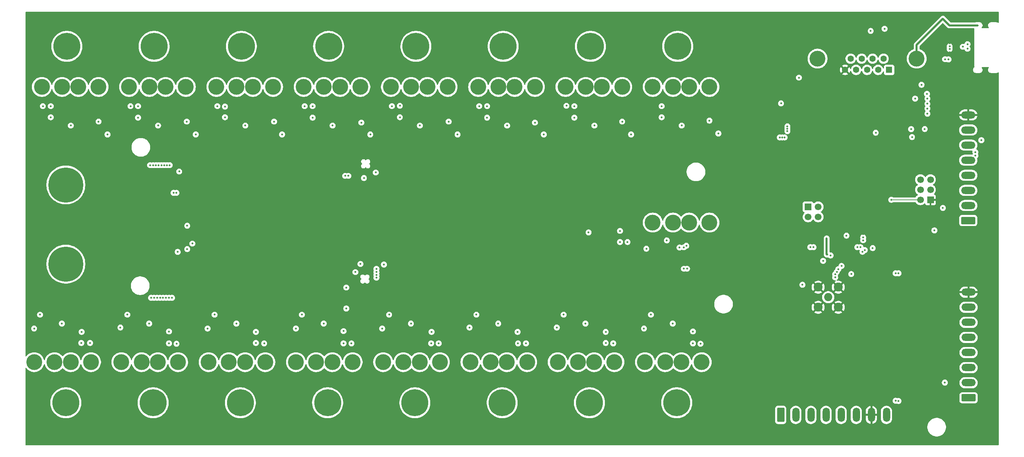
<source format=gbr>
%TF.GenerationSoftware,KiCad,Pcbnew,9.0.0*%
%TF.CreationDate,2025-05-29T20:25:45-04:00*%
%TF.ProjectId,distrabution_controler,64697374-7261-4627-9574-696f6e5f636f,rev?*%
%TF.SameCoordinates,Original*%
%TF.FileFunction,Copper,L2,Inr*%
%TF.FilePolarity,Positive*%
%FSLAX46Y46*%
G04 Gerber Fmt 4.6, Leading zero omitted, Abs format (unit mm)*
G04 Created by KiCad (PCBNEW 9.0.0) date 2025-05-29 20:25:45*
%MOMM*%
%LPD*%
G01*
G04 APERTURE LIST*
G04 Aperture macros list*
%AMRoundRect*
0 Rectangle with rounded corners*
0 $1 Rounding radius*
0 $2 $3 $4 $5 $6 $7 $8 $9 X,Y pos of 4 corners*
0 Add a 4 corners polygon primitive as box body*
4,1,4,$2,$3,$4,$5,$6,$7,$8,$9,$2,$3,0*
0 Add four circle primitives for the rounded corners*
1,1,$1+$1,$2,$3*
1,1,$1+$1,$4,$5*
1,1,$1+$1,$6,$7*
1,1,$1+$1,$8,$9*
0 Add four rect primitives between the rounded corners*
20,1,$1+$1,$2,$3,$4,$5,0*
20,1,$1+$1,$4,$5,$6,$7,0*
20,1,$1+$1,$6,$7,$8,$9,0*
20,1,$1+$1,$8,$9,$2,$3,0*%
G04 Aperture macros list end*
%TA.AperFunction,ComponentPad*%
%ADD10C,6.800000*%
%TD*%
%TA.AperFunction,ComponentPad*%
%ADD11C,4.000000*%
%TD*%
%TA.AperFunction,ComponentPad*%
%ADD12RoundRect,0.250000X1.550000X-0.650000X1.550000X0.650000X-1.550000X0.650000X-1.550000X-0.650000X0*%
%TD*%
%TA.AperFunction,ComponentPad*%
%ADD13O,3.600000X1.800000*%
%TD*%
%TA.AperFunction,ComponentPad*%
%ADD14R,1.700000X1.700000*%
%TD*%
%TA.AperFunction,ComponentPad*%
%ADD15C,1.700000*%
%TD*%
%TA.AperFunction,ComponentPad*%
%ADD16C,2.050000*%
%TD*%
%TA.AperFunction,ComponentPad*%
%ADD17C,2.250000*%
%TD*%
%TA.AperFunction,ComponentPad*%
%ADD18RoundRect,0.250000X-0.650000X-1.550000X0.650000X-1.550000X0.650000X1.550000X-0.650000X1.550000X0*%
%TD*%
%TA.AperFunction,ComponentPad*%
%ADD19O,1.800000X3.600000*%
%TD*%
%TA.AperFunction,ComponentPad*%
%ADD20C,8.800000*%
%TD*%
%TA.AperFunction,ComponentPad*%
%ADD21R,1.600000X1.600000*%
%TD*%
%TA.AperFunction,ComponentPad*%
%ADD22C,1.600000*%
%TD*%
%TA.AperFunction,ViaPad*%
%ADD23C,0.500000*%
%TD*%
%TA.AperFunction,ViaPad*%
%ADD24C,0.600000*%
%TD*%
%TA.AperFunction,Conductor*%
%ADD25C,0.500000*%
%TD*%
%TA.AperFunction,Conductor*%
%ADD26C,0.200000*%
%TD*%
G04 APERTURE END LIST*
D10*
%TO.N,Net-(F14-Pad1)*%
%TO.C,H14*%
X74750000Y-64000000D03*
%TD*%
D11*
%TO.N,Net-(F14-Pad1)*%
%TO.C,F14*%
X68450000Y-74250000D03*
X73550000Y-74250000D03*
%TO.N,CH14_CSN*%
X77650000Y-74250000D03*
X82750000Y-74250000D03*
%TD*%
D10*
%TO.N,Net-(F16-Pad1)*%
%TO.C,H16*%
X30750000Y-64000000D03*
%TD*%
%TO.N,GND*%
%TO.C,H19*%
X207000000Y-64250000D03*
%TD*%
%TO.N,Net-(F10-Pad1)*%
%TO.C,H10*%
X162750000Y-64000000D03*
%TD*%
%TO.N,Net-(F12-Pad1)*%
%TO.C,H12*%
X118750000Y-64000000D03*
%TD*%
D12*
%TO.N,GPIO11*%
%TO.C,J7*%
X258067500Y-152747500D03*
D13*
%TO.N,GPIO10*%
X258067500Y-148937500D03*
%TO.N,GPIO9*%
X258067500Y-145127500D03*
%TO.N,GPIO8*%
X258067500Y-141317500D03*
%TO.N,GPIO7*%
X258067500Y-137507500D03*
%TO.N,GPIO6*%
X258067500Y-133697500D03*
%TO.N,PERIPHERAL_PWR*%
X258067500Y-129887500D03*
%TO.N,GND*%
X258067500Y-126077500D03*
%TD*%
D11*
%TO.N,Net-(F1-Pad1)*%
%TO.C,F1*%
X36850000Y-143750000D03*
X31750000Y-143750000D03*
%TO.N,CH1_CSN*%
X27650000Y-143750000D03*
X22550000Y-143750000D03*
%TD*%
%TO.N,Net-(F11-Pad1)*%
%TO.C,F11*%
X134450000Y-74250000D03*
X139550000Y-74250000D03*
%TO.N,CH11_CSN*%
X143650000Y-74250000D03*
X148750000Y-74250000D03*
%TD*%
%TO.N,Net-(F7-Pad1)*%
%TO.C,F7*%
X168800000Y-143750000D03*
X163700000Y-143750000D03*
%TO.N,CH7_CSN*%
X159600000Y-143750000D03*
X154500000Y-143750000D03*
%TD*%
D14*
%TO.N,GND*%
%TO.C,J5*%
X248475000Y-102740000D03*
D15*
%TO.N,+3V3*%
X245935000Y-102740000D03*
%TO.N,RST*%
X248475000Y-100200000D03*
%TO.N,ESP_TX*%
X245935000Y-100200000D03*
%TO.N,ESP_IO0*%
X248475000Y-97660000D03*
%TO.N,ESP_RX*%
X245935000Y-97660000D03*
%TD*%
D11*
%TO.N,Net-(F12-Pad1)*%
%TO.C,F12*%
X112450000Y-74250000D03*
X117550000Y-74250000D03*
%TO.N,CH12_CSN*%
X121650000Y-74250000D03*
X126750000Y-74250000D03*
%TD*%
%TO.N,PERIPHERAL_PWR*%
%TO.C,F17*%
X192750000Y-108500000D03*
X187650000Y-108500000D03*
%TO.N,PERIPHERAL_PWR_CSN*%
X183550000Y-108500000D03*
X178450000Y-108500000D03*
%TD*%
%TO.N,Net-(F2-Pad1)*%
%TO.C,F2*%
X58800000Y-143750000D03*
X53700000Y-143750000D03*
%TO.N,CH2_CSN*%
X49600000Y-143750000D03*
X44500000Y-143750000D03*
%TD*%
D16*
%TO.N,LNA*%
%TO.C,J1*%
X222700000Y-127340000D03*
D17*
%TO.N,GND*%
X220160000Y-124800000D03*
X220160000Y-129880000D03*
X225240000Y-124800000D03*
X225240000Y-129880000D03*
%TD*%
D11*
%TO.N,Net-(F6-Pad1)*%
%TO.C,F6*%
X146800000Y-143750000D03*
X141700000Y-143750000D03*
%TO.N,CH6_CSN*%
X137600000Y-143750000D03*
X132500000Y-143750000D03*
%TD*%
D10*
%TO.N,Net-(F11-Pad1)*%
%TO.C,H11*%
X140750000Y-64000000D03*
%TD*%
D12*
%TO.N,ESP_RX*%
%TO.C,J6*%
X258000000Y-108000000D03*
D13*
%TO.N,ESP_TX*%
X258000000Y-104190000D03*
%TO.N,I2C_SCL*%
X258000000Y-100380000D03*
%TO.N,I2C_SDA*%
X258000000Y-96570000D03*
%TO.N,CAN_L*%
X258000000Y-92760000D03*
%TO.N,CAN_H*%
X258000000Y-88950000D03*
%TO.N,PERIPHERAL_PWR*%
X258000000Y-85140000D03*
%TO.N,GND*%
X258000000Y-81330000D03*
%TD*%
D18*
%TO.N,unconnected-(J8-Pin_1-Pad1)*%
%TO.C,J8*%
X210715000Y-157067500D03*
D19*
%TO.N,unconnected-(J8-Pin_2-Pad2)*%
X214525000Y-157067500D03*
%TO.N,unconnected-(J8-Pin_3-Pad3)*%
X218335000Y-157067500D03*
%TO.N,GPIO12*%
X222145000Y-157067500D03*
%TO.N,DAC_1*%
X225955000Y-157067500D03*
%TO.N,DAC_2*%
X229765000Y-157067500D03*
%TO.N,GND*%
X233575000Y-157067500D03*
%TO.N,PERIPHERAL_PWR*%
X237385000Y-157067500D03*
%TD*%
D10*
%TO.N,Net-(F6-Pad1)*%
%TO.C,H6*%
X140500000Y-154000000D03*
%TD*%
%TO.N,Net-(F3-Pad1)*%
%TO.C,H3*%
X74500000Y-154000000D03*
%TD*%
%TO.N,Net-(F13-Pad1)*%
%TO.C,H13*%
X96750000Y-64000000D03*
%TD*%
D20*
%TO.N,+12V*%
%TO.C,H18*%
X30500000Y-99000000D03*
%TD*%
D11*
%TO.N,Net-(F16-Pad1)*%
%TO.C,F16*%
X24450000Y-74250000D03*
X29550000Y-74250000D03*
%TO.N,CH16_CSN*%
X33650000Y-74250000D03*
X38750000Y-74250000D03*
%TD*%
D10*
%TO.N,Net-(F5-Pad1)*%
%TO.C,H5*%
X118500000Y-154000000D03*
%TD*%
%TO.N,Net-(F2-Pad1)*%
%TO.C,H2*%
X52500000Y-154000000D03*
%TD*%
D11*
%TO.N,Net-(F4-Pad1)*%
%TO.C,F4*%
X102800000Y-143750000D03*
X97700000Y-143750000D03*
%TO.N,CH4_CSN*%
X93600000Y-143750000D03*
X88500000Y-143750000D03*
%TD*%
D10*
%TO.N,Net-(F7-Pad1)*%
%TO.C,H7*%
X162500000Y-154000000D03*
%TD*%
%TO.N,Net-(F1-Pad1)*%
%TO.C,H1*%
X30500000Y-154000000D03*
%TD*%
D14*
%TO.N,MTD0*%
%TO.C,J3*%
X217625000Y-104525000D03*
D15*
%TO.N,MTCK*%
X220165000Y-104525000D03*
%TO.N,MTMS*%
X217625000Y-107065000D03*
%TO.N,MTDI*%
X220165000Y-107065000D03*
%TD*%
D10*
%TO.N,Net-(F4-Pad1)*%
%TO.C,H4*%
X96500000Y-154000000D03*
%TD*%
D11*
%TO.N,GNDS*%
%TO.C,J4*%
X245000000Y-67105331D03*
X220000000Y-67105331D03*
D21*
%TO.N,CAN_H*%
X238040000Y-69945331D03*
D22*
%TO.N,CAN_L*%
X235270000Y-69945331D03*
%TO.N,PERIPHERAL_PWR*%
X232500000Y-69945331D03*
%TO.N,unconnected-(J4-Pad4)*%
X229730000Y-69945331D03*
%TO.N,GND*%
X226960000Y-69945331D03*
%TO.N,Net-(JP2-B)*%
X236655000Y-67105331D03*
%TO.N,Net-(JP3-B)*%
X233885000Y-67105331D03*
%TO.N,ALLOW_Q_DRAW*%
X231115000Y-67105331D03*
%TO.N,/MCU_IO/CAR_ACC_ESD*%
X228345000Y-67105331D03*
%TD*%
D11*
%TO.N,Net-(F3-Pad1)*%
%TO.C,F3*%
X80800000Y-143750000D03*
X75700000Y-143750000D03*
%TO.N,CH3_CSN*%
X71600000Y-143750000D03*
X66500000Y-143750000D03*
%TD*%
%TO.N,Net-(F10-Pad1)*%
%TO.C,F10*%
X156450000Y-74250000D03*
X161550000Y-74250000D03*
%TO.N,CH10_CSN*%
X165650000Y-74250000D03*
X170750000Y-74250000D03*
%TD*%
%TO.N,Net-(F8-Pad1)*%
%TO.C,F8*%
X190800000Y-143750000D03*
X185700000Y-143750000D03*
%TO.N,CH8_CSN*%
X181600000Y-143750000D03*
X176500000Y-143750000D03*
%TD*%
%TO.N,Net-(F15-Pad1)*%
%TO.C,F15*%
X46450000Y-74250000D03*
X51550000Y-74250000D03*
%TO.N,CH15_CSN*%
X55650000Y-74250000D03*
X60750000Y-74250000D03*
%TD*%
%TO.N,Net-(F13-Pad1)*%
%TO.C,F13*%
X90450000Y-74250000D03*
X95550000Y-74250000D03*
%TO.N,CH13_CSN*%
X99650000Y-74250000D03*
X104750000Y-74250000D03*
%TD*%
%TO.N,Net-(F9-Pad1)*%
%TO.C,F9*%
X178450000Y-74250000D03*
X183550000Y-74250000D03*
%TO.N,CH9_CSN*%
X187650000Y-74250000D03*
X192750000Y-74250000D03*
%TD*%
D10*
%TO.N,Net-(F9-Pad1)*%
%TO.C,H9*%
X184750000Y-64000000D03*
%TD*%
D11*
%TO.N,Net-(F5-Pad1)*%
%TO.C,F5*%
X124800000Y-143750000D03*
X119700000Y-143750000D03*
%TO.N,CH5_CSN*%
X115600000Y-143750000D03*
X110500000Y-143750000D03*
%TD*%
D10*
%TO.N,Net-(F8-Pad1)*%
%TO.C,H8*%
X184500000Y-154000000D03*
%TD*%
D20*
%TO.N,+12V*%
%TO.C,H17*%
X30500000Y-119000000D03*
%TD*%
D10*
%TO.N,Net-(F15-Pad1)*%
%TO.C,H15*%
X52750000Y-64000000D03*
%TD*%
D23*
%TO.N,GND*%
X107096824Y-95861220D03*
%TO.N,+3V3*%
X238600000Y-102750000D03*
%TO.N,GND*%
X232200000Y-113700000D03*
X231500000Y-111400000D03*
X104625000Y-120800000D03*
%TO.N,+12V*%
X215300000Y-71900000D03*
X243825000Y-86900000D03*
%TO.N,PERIPHERAL_PWR*%
X247700000Y-77200000D03*
X247700000Y-78500000D03*
X247700000Y-79700000D03*
X247700000Y-81000000D03*
%TO.N,I2C_SCL*%
X236900000Y-59550000D03*
%TO.N,I2C_SDA*%
X233400000Y-60100000D03*
%TO.N,GND*%
X212900000Y-88800000D03*
%TO.N,+3V3*%
X234675000Y-85800000D03*
X210800000Y-78400000D03*
%TO.N,RST*%
X249472459Y-110472459D03*
%TO.N,ADC_02_ALERT*%
X110700000Y-119100000D03*
X187100000Y-120150000D03*
X186926102Y-114349000D03*
%TO.N,ADC_01_ALERT*%
X186300000Y-120150000D03*
X186300000Y-114750000D03*
%TO.N,+12V_REF*%
X185200000Y-114800000D03*
%TO.N,PERIPHERAL_PWR_CSN_DEV*%
X182000000Y-113000000D03*
%TO.N,RST*%
X216200000Y-124200000D03*
%TO.N,I2C_SDA*%
X108800000Y-120200000D03*
%TO.N,IOX0_INT*%
X62400000Y-113799000D03*
%TO.N,PERIPHERAL_PWR_GATE*%
X162275000Y-110975000D03*
%TO.N,I2C_SCL*%
X57674997Y-101000000D03*
%TO.N,I2C_SDA*%
X58375000Y-101000000D03*
%TO.N,RST*%
X61100000Y-115200000D03*
%TO.N,I2C_SCL*%
X101714409Y-96700000D03*
%TO.N,I2C_SDA*%
X100900000Y-96700000D03*
%TO.N,ADC_01_ALERT*%
X108800000Y-120999997D03*
%TO.N,I2C_SCL*%
X108800000Y-121700000D03*
%TO.N,I2C_SDA*%
X108800000Y-122400000D03*
%TO.N,+3V3*%
X59075000Y-95600000D03*
X58700000Y-115900000D03*
X101200000Y-130200000D03*
X101200000Y-124900000D03*
%TO.N,DISRABUTION_NEO_PIXELS*%
X34500000Y-136100000D03*
%TO.N,+3V3*%
X34400000Y-138900000D03*
%TO.N,Net-(D1-DOUT)*%
X36600000Y-138900000D03*
X56500000Y-136000000D03*
%TO.N,+3V3*%
X56500000Y-139000000D03*
%TO.N,Net-(D2-DOUT)*%
X58400000Y-139100000D03*
X78400000Y-136100000D03*
%TO.N,+3V3*%
X78400000Y-138900000D03*
%TO.N,Net-(D3-DOUT)*%
X80500000Y-139000000D03*
X100500000Y-135900000D03*
%TO.N,+3V3*%
X100500000Y-139000000D03*
%TO.N,Net-(D4-DOUT)*%
X102500000Y-139000000D03*
X122700000Y-136100000D03*
%TO.N,+3V3*%
X122600000Y-139000000D03*
%TO.N,Net-(D5-DOUT)*%
X124500000Y-139000000D03*
%TO.N,Net-(D6-DOUT)*%
X146500000Y-139000000D03*
%TO.N,+3V3*%
X144500000Y-139000000D03*
%TO.N,Net-(D5-DOUT)*%
X144400000Y-136100000D03*
%TO.N,Net-(D7-DOUT)*%
X168500000Y-139000000D03*
%TO.N,+3V3*%
X166600000Y-138900000D03*
%TO.N,Net-(D6-DOUT)*%
X166600000Y-136100000D03*
%TO.N,Net-(D17-DIN)*%
X190500000Y-139100000D03*
%TO.N,+3V3*%
X188600000Y-139000000D03*
%TO.N,Net-(D7-DOUT)*%
X188600000Y-136000000D03*
%TO.N,Net-(D16-DIN)*%
X172100000Y-113400000D03*
%TO.N,+3V3*%
X170200000Y-113400000D03*
%TO.N,Net-(D17-DIN)*%
X170200000Y-110600000D03*
%TO.N,GND*%
X172200000Y-110600000D03*
%TO.N,+3V3*%
X180700000Y-79100000D03*
%TO.N,Net-(D10-DOUT)*%
X180700000Y-81900000D03*
%TO.N,Net-(D10-DIN)*%
X158700000Y-82000000D03*
%TO.N,+3V3*%
X158700000Y-79100000D03*
%TO.N,Net-(D10-DOUT)*%
X156700000Y-79000000D03*
%TO.N,Net-(D11-DIN)*%
X136700000Y-82000000D03*
%TO.N,+3V3*%
X136700000Y-79100000D03*
%TO.N,Net-(D10-DIN)*%
X134700000Y-79100000D03*
%TO.N,Net-(D12-DIN)*%
X114700000Y-81900000D03*
%TO.N,+3V3*%
X114700000Y-79000000D03*
%TO.N,Net-(D11-DIN)*%
X112700000Y-79100000D03*
%TO.N,Net-(D13-DIN)*%
X92700000Y-82000000D03*
%TO.N,+3V3*%
X92700000Y-79100000D03*
%TO.N,Net-(D12-DIN)*%
X90700000Y-79100000D03*
%TO.N,Net-(D14-DIN)*%
X70600000Y-81900000D03*
%TO.N,+3V3*%
X70600000Y-79200000D03*
%TO.N,Net-(D13-DIN)*%
X68700000Y-79100000D03*
%TO.N,Net-(D15-DIN)*%
X48700000Y-82000000D03*
%TO.N,Net-(D14-DIN)*%
X46800000Y-79100000D03*
%TO.N,+3V3*%
X48700000Y-79100000D03*
%TO.N,Net-(D16-DIN)*%
X26700000Y-81900000D03*
%TO.N,Net-(D15-DIN)*%
X24700000Y-79100000D03*
%TO.N,+3V3*%
X26700000Y-79100000D03*
%TO.N,GND*%
X124500000Y-136100000D03*
X146500000Y-136100000D03*
X168500000Y-136100000D03*
X190500000Y-136100000D03*
%TO.N,DAC_1*%
X239700000Y-153500000D03*
%TO.N,DAC_2*%
X240400000Y-153550000D03*
X240400000Y-121300000D03*
%TO.N,DAC_1*%
X239700000Y-121300000D03*
%TO.N,GND*%
X203900000Y-95300000D03*
X202900000Y-92400000D03*
X202900000Y-88900000D03*
X207100000Y-78400000D03*
%TO.N,+3V3*%
X212400000Y-84200000D03*
X212400000Y-84800000D03*
X212400000Y-85400000D03*
X211700000Y-87000000D03*
X211100000Y-87000000D03*
X210500000Y-87000000D03*
%TO.N,GND*%
X207475000Y-87992420D03*
X201000000Y-84000000D03*
%TO.N,IOX0_INT*%
X61100000Y-109300000D03*
%TO.N,ESP_TX*%
X251600000Y-104800000D03*
X218200000Y-114700000D03*
%TO.N,ESP_RX*%
X219000000Y-114720000D03*
%TO.N,+3V3*%
X222300000Y-112500000D03*
%TO.N,GNDS*%
X251600000Y-57025000D03*
%TO.N,GND*%
X251500000Y-58625000D03*
%TO.N,Net-(JP1-C)*%
X243600000Y-84900000D03*
X247026409Y-84873591D03*
%TO.N,GND*%
X251976409Y-89823591D03*
%TO.N,DISRABUTION_NEO_PIXELS*%
X233900000Y-114948000D03*
%TO.N,USB_P*%
X231503321Y-112264058D03*
%TO.N,USB_N*%
X231499986Y-112964053D03*
%TO.N,GND*%
X253300000Y-65500000D03*
X253300000Y-63200000D03*
%TO.N,USB_P*%
X253300000Y-64000000D03*
%TO.N,USB_N*%
X253300000Y-64700000D03*
%TO.N,GND*%
X254200000Y-65700000D03*
%TO.N,USB_C_P*%
X256600000Y-64100000D03*
X257800000Y-64600000D03*
X257800000Y-63450000D03*
%TO.N,ADC_02_ALERT*%
X230800000Y-114700000D03*
%TO.N,ADC_01_ALERT*%
X230014355Y-114720000D03*
%TO.N,+12V_REF*%
X231890027Y-115429498D03*
%TO.N,PERIPHERAL_PWR_CSN_DEV*%
X231338909Y-115861091D03*
%TO.N,GND*%
X182200000Y-115100000D03*
%TO.N,+12V*%
X176850000Y-115100000D03*
%TO.N,GND*%
X182100000Y-112100000D03*
%TO.N,ESP_IO0*%
X224450000Y-122350000D03*
%TO.N,GPIO12*%
X252100000Y-148900000D03*
%TO.N,+3V3*%
X228500000Y-121500000D03*
%TO.N,PERIPHERAL_PWR_GATE*%
X226050000Y-119461091D03*
%TO.N,I2C_SDA*%
X225250000Y-120262166D03*
%TO.N,I2C_SCL*%
X224850000Y-120921686D03*
%TO.N,IOX0_INT*%
X224450000Y-121561091D03*
%TO.N,GND*%
X214725000Y-118925000D03*
%TO.N,+3V3*%
X221403167Y-118175000D03*
%TO.N,GND*%
X228300000Y-109025000D03*
X226075000Y-116600000D03*
%TO.N,+3V3*%
X227300000Y-111800000D03*
%TO.N,GND*%
X224900000Y-114270000D03*
X220015592Y-116625000D03*
%TO.N,+3V3*%
X222400000Y-116600000D03*
X223312015Y-116788129D03*
%TO.N,GND*%
X254100000Y-151750000D03*
%TO.N,I2C_SCL*%
X253000000Y-67299997D03*
%TO.N,I2C_SDA*%
X252150000Y-67250000D03*
%TO.N,GND*%
X254100000Y-101700000D03*
X233125000Y-84200000D03*
X253200000Y-73800000D03*
X245375000Y-87000000D03*
%TO.N,Net-(JP1-C)*%
X259800000Y-90700000D03*
%TO.N,Net-(JP1-B)*%
X259800000Y-91600000D03*
%TO.N,Net-(JP1-A)*%
X261300000Y-87700000D03*
%TO.N,PERIPHERAL_PWR*%
X244600000Y-77200000D03*
%TO.N,/MCU_IO/CAR_ACC_ESD*%
X246200000Y-73700000D03*
%TO.N,ALLOW_Q_DRAW*%
X247600000Y-76000000D03*
%TO.N,+3V3*%
X105650000Y-97250000D03*
X108625000Y-95850000D03*
X104767858Y-118953678D03*
X103500000Y-121000000D03*
%TO.N,GND*%
X259250000Y-68250000D03*
X170000000Y-88000000D03*
X101750000Y-121000000D03*
X90750000Y-82000000D03*
D24*
X51750000Y-108000000D03*
D23*
X80500000Y-136250000D03*
X21500000Y-130000000D03*
X134750000Y-82000000D03*
X43500000Y-130000000D03*
X156750000Y-82000000D03*
X153500000Y-130250000D03*
D24*
X60250000Y-112250000D03*
D23*
X109500000Y-130250000D03*
X58500000Y-136250000D03*
X109657430Y-95439638D03*
X106896273Y-97422840D03*
X192250000Y-87750000D03*
X131500000Y-130250000D03*
X60500000Y-88000000D03*
X148250000Y-88000000D03*
X24750000Y-82000000D03*
X112750000Y-81750000D03*
X259250000Y-60600000D03*
X36500000Y-136250000D03*
X102500000Y-136000000D03*
X87500000Y-130000000D03*
X126500000Y-88000000D03*
X38250000Y-88000000D03*
X46750000Y-82000000D03*
X68750000Y-82000000D03*
X106026182Y-118954387D03*
X65500000Y-130250000D03*
X104500000Y-88000000D03*
D24*
X57000000Y-104750000D03*
D23*
X178750000Y-81750000D03*
X175500000Y-130250000D03*
X101250000Y-122500000D03*
D24*
X82250000Y-88000000D03*
D23*
%TO.N,CH1_CSN*%
X22500000Y-135250000D03*
%TO.N,CH2_CSN*%
X44250000Y-135000000D03*
%TO.N,CH3_CSN*%
X66250000Y-135250000D03*
%TO.N,CH4_CSN*%
X88500000Y-135250000D03*
%TO.N,CH5_CSN*%
X110250000Y-135250000D03*
%TO.N,CH6_CSN*%
X132250000Y-135000000D03*
%TO.N,CH7_CSN*%
X154250000Y-135000000D03*
%TO.N,CH8_CSN*%
X176250000Y-135250000D03*
%TO.N,CH9_CSN*%
X192750000Y-82750000D03*
%TO.N,CH10_CSN*%
X170750000Y-83000000D03*
%TO.N,CH11_CSN*%
X148750000Y-83250000D03*
%TO.N,CH12_CSN*%
X127000000Y-83000000D03*
%TO.N,CH13_CSN*%
X105000000Y-83250000D03*
%TO.N,CH14_CSN*%
X83000000Y-83000000D03*
%TO.N,CH15_CSN*%
X61000000Y-83000000D03*
%TO.N,CH16_CSN*%
X38750000Y-83000000D03*
%TO.N,CH16_GATE*%
X51750000Y-94001000D03*
X31750000Y-84000000D03*
%TO.N,CH2_GATE*%
X52750000Y-127500000D03*
X51500000Y-134000000D03*
%TO.N,CH3_GATE*%
X73500000Y-134000000D03*
X53500000Y-127500000D03*
%TO.N,CH4_GATE*%
X95500000Y-134000000D03*
X54250000Y-127500000D03*
%TO.N,CH5_GATE*%
X55000000Y-127500000D03*
X117500000Y-134000000D03*
%TO.N,CH6_GATE*%
X139500000Y-134000000D03*
X55750000Y-127500000D03*
%TO.N,CH7_GATE*%
X56500000Y-127500000D03*
X161500000Y-134000000D03*
%TO.N,CH8_GATE*%
X183500000Y-134000000D03*
X57250000Y-127500000D03*
%TO.N,CH9_GATE*%
X185750000Y-84000000D03*
X56700008Y-94001000D03*
%TO.N,CH10_GATE*%
X56000007Y-94001000D03*
X163750000Y-84000000D03*
%TO.N,CH11_GATE*%
X55300006Y-94001000D03*
X141750000Y-84000000D03*
%TO.N,CH12_GATE*%
X119750000Y-84000000D03*
X54600004Y-94001000D03*
%TO.N,CH13_GATE*%
X97750000Y-84000000D03*
X53900004Y-94001000D03*
%TO.N,CH14_GATE*%
X75750000Y-84000000D03*
X53200002Y-94001000D03*
%TO.N,CH15_GATE*%
X53750000Y-84000000D03*
X52500000Y-94001000D03*
%TO.N,CH1_CSN_DEV*%
X24000000Y-131750000D03*
%TO.N,CH2_CSN_DEV*%
X46000000Y-131750000D03*
%TO.N,CH3_CSN_DEV*%
X68000000Y-131750000D03*
%TO.N,CH4_CSN_DEV*%
X90000000Y-131750000D03*
%TO.N,CH5_CSN_DEV*%
X112000000Y-131750000D03*
%TO.N,CH6_CSN_DEV*%
X134000000Y-131750000D03*
%TO.N,CH7_CSN_DEV*%
X156000000Y-131750000D03*
%TO.N,CH8_CSN_DEV*%
X178000000Y-131750000D03*
%TO.N,CH9_CSN_DEV*%
X195000000Y-86000000D03*
%TO.N,CH10_CSN_DEV*%
X173000000Y-86250000D03*
%TO.N,CH11_CSN_DEV*%
X151000000Y-86250000D03*
%TO.N,CH12_CSN_DEV*%
X129250000Y-86250000D03*
%TO.N,CH13_CSN_DEV*%
X107250000Y-86250000D03*
%TO.N,CH14_CSN_DEV*%
X85000000Y-86250000D03*
%TO.N,CH15_CSN_DEV*%
X63250000Y-86250000D03*
%TO.N,CH16_CSN_DEV*%
X41000000Y-86250000D03*
%TO.N,CH1_GATE*%
X52000000Y-127500000D03*
X29500000Y-134000000D03*
%TD*%
D25*
%TO.N,+3V3*%
X222300000Y-116500000D02*
X222400000Y-116600000D01*
X222300000Y-112500000D02*
X222300000Y-116500000D01*
%TO.N,GNDS*%
X253275000Y-58700000D02*
X260400000Y-58700000D01*
X251600000Y-57025000D02*
X253275000Y-58700000D01*
D26*
%TO.N,+3V3*%
X238610000Y-102740000D02*
X238600000Y-102750000D01*
X245935000Y-102740000D02*
X238610000Y-102740000D01*
D25*
%TO.N,GNDS*%
X245000000Y-63625000D02*
X251600000Y-57025000D01*
X245000000Y-67105331D02*
X245000000Y-63625000D01*
%TD*%
%TA.AperFunction,Conductor*%
%TO.N,GND*%
G36*
X265642193Y-55320185D02*
G01*
X265687948Y-55372989D01*
X265699154Y-55424601D01*
X265697337Y-57654789D01*
X265697331Y-57662890D01*
X265697299Y-57663011D01*
X265697299Y-57702492D01*
X265697299Y-57702692D01*
X265697260Y-57749676D01*
X265697299Y-57750266D01*
X265697299Y-57971179D01*
X265677614Y-58038218D01*
X265624810Y-58083973D01*
X265555652Y-58093917D01*
X265504408Y-58074281D01*
X265379185Y-57990609D01*
X265379172Y-57990602D01*
X265233501Y-57930264D01*
X265233489Y-57930261D01*
X265078845Y-57899500D01*
X265078842Y-57899500D01*
X263721158Y-57899500D01*
X263721155Y-57899500D01*
X263566510Y-57930261D01*
X263566498Y-57930264D01*
X263420827Y-57990602D01*
X263420814Y-57990609D01*
X263289711Y-58078210D01*
X263289707Y-58078213D01*
X263178213Y-58189707D01*
X263178210Y-58189711D01*
X263090609Y-58320814D01*
X263090602Y-58320827D01*
X263030264Y-58466498D01*
X263030261Y-58466510D01*
X262999500Y-58621153D01*
X262999500Y-58778846D01*
X263030261Y-58933489D01*
X263030264Y-58933501D01*
X263090602Y-59079172D01*
X263090609Y-59079185D01*
X263176659Y-59207967D01*
X263197537Y-59274645D01*
X263179053Y-59342025D01*
X263127074Y-59388715D01*
X263073506Y-59400858D01*
X261526820Y-59400216D01*
X261459788Y-59380504D01*
X261414055Y-59327681D01*
X261404140Y-59258518D01*
X261423769Y-59207325D01*
X261509394Y-59079179D01*
X261569737Y-58933497D01*
X261600500Y-58778842D01*
X261600500Y-58621158D01*
X261600500Y-58621155D01*
X261600499Y-58621153D01*
X261569738Y-58466510D01*
X261569737Y-58466503D01*
X261569735Y-58466498D01*
X261509397Y-58320827D01*
X261509390Y-58320814D01*
X261421789Y-58189711D01*
X261421786Y-58189707D01*
X261310292Y-58078213D01*
X261310288Y-58078210D01*
X261179185Y-57990609D01*
X261179172Y-57990602D01*
X261033501Y-57930264D01*
X261033489Y-57930261D01*
X260878845Y-57899500D01*
X260878842Y-57899500D01*
X259921158Y-57899500D01*
X259921155Y-57899500D01*
X259766511Y-57930260D01*
X259766506Y-57930262D01*
X259766504Y-57930262D01*
X259766503Y-57930263D01*
X259742844Y-57940062D01*
X259695396Y-57949500D01*
X253637230Y-57949500D01*
X253570191Y-57929815D01*
X253549549Y-57913181D01*
X252078421Y-56442052D01*
X252078420Y-56442051D01*
X251955493Y-56359914D01*
X251818913Y-56303341D01*
X251818905Y-56303339D01*
X251673922Y-56274500D01*
X251673918Y-56274500D01*
X251526082Y-56274500D01*
X251526076Y-56274500D01*
X251497242Y-56280234D01*
X251497243Y-56280235D01*
X251381093Y-56303339D01*
X251381083Y-56303342D01*
X251301081Y-56336479D01*
X251301082Y-56336480D01*
X251244502Y-56359917D01*
X251195269Y-56392813D01*
X251121588Y-56442044D01*
X251121586Y-56442046D01*
X251121584Y-56442047D01*
X251121584Y-56442048D01*
X251017048Y-56546584D01*
X251017046Y-56546586D01*
X244417050Y-63146580D01*
X244417044Y-63146588D01*
X244367812Y-63220268D01*
X244367813Y-63220269D01*
X244334921Y-63269496D01*
X244334914Y-63269508D01*
X244278342Y-63406086D01*
X244278340Y-63406092D01*
X244249500Y-63551079D01*
X244249500Y-64630796D01*
X244229815Y-64697835D01*
X244177011Y-64743590D01*
X244166456Y-64747837D01*
X244041593Y-64791529D01*
X244041584Y-64791533D01*
X243788557Y-64913384D01*
X243550753Y-65062807D01*
X243331175Y-65237914D01*
X243132583Y-65436506D01*
X242957476Y-65656084D01*
X242808053Y-65893888D01*
X242686200Y-66146919D01*
X242593443Y-66412001D01*
X242593439Y-66412013D01*
X242530945Y-66685818D01*
X242530942Y-66685836D01*
X242499500Y-66964899D01*
X242499500Y-67245762D01*
X242530942Y-67524825D01*
X242530945Y-67524843D01*
X242593439Y-67798648D01*
X242593443Y-67798660D01*
X242686200Y-68063742D01*
X242808053Y-68316773D01*
X242808055Y-68316776D01*
X242957477Y-68554579D01*
X243054988Y-68676854D01*
X243117697Y-68755489D01*
X243132584Y-68774156D01*
X243331175Y-68972747D01*
X243550752Y-69147854D01*
X243788555Y-69297276D01*
X244041592Y-69419132D01*
X244213845Y-69479406D01*
X244306670Y-69511887D01*
X244306682Y-69511891D01*
X244580491Y-69574386D01*
X244580497Y-69574386D01*
X244580505Y-69574388D01*
X244734841Y-69591777D01*
X244859569Y-69605830D01*
X244859572Y-69605831D01*
X244859575Y-69605831D01*
X245140428Y-69605831D01*
X245140429Y-69605830D01*
X245286513Y-69589371D01*
X245419494Y-69574388D01*
X245419499Y-69574387D01*
X245419509Y-69574386D01*
X245693318Y-69511891D01*
X245958408Y-69419132D01*
X246211445Y-69297276D01*
X246449248Y-69147854D01*
X246668825Y-68972747D01*
X246867416Y-68774156D01*
X247042523Y-68554579D01*
X247191945Y-68316776D01*
X247313801Y-68063739D01*
X247406560Y-67798649D01*
X247469055Y-67524840D01*
X247475357Y-67468913D01*
X247486060Y-67373915D01*
X247491693Y-67323920D01*
X251399499Y-67323920D01*
X251428340Y-67468907D01*
X251428343Y-67468917D01*
X251484912Y-67605488D01*
X251484919Y-67605501D01*
X251567048Y-67728415D01*
X251567051Y-67728419D01*
X251671580Y-67832948D01*
X251671584Y-67832951D01*
X251794498Y-67915080D01*
X251794511Y-67915087D01*
X251915216Y-67965084D01*
X251931087Y-67971658D01*
X251931091Y-67971658D01*
X251931092Y-67971659D01*
X252076079Y-68000500D01*
X252076082Y-68000500D01*
X252223920Y-68000500D01*
X252321462Y-67981096D01*
X252368913Y-67971658D01*
X252418707Y-67951032D01*
X252483884Y-67924036D01*
X252553353Y-67916567D01*
X252600226Y-67935494D01*
X252644505Y-67965081D01*
X252644506Y-67965081D01*
X252644507Y-67965082D01*
X252644509Y-67965083D01*
X252730014Y-68000500D01*
X252781087Y-68021655D01*
X252781091Y-68021655D01*
X252781092Y-68021656D01*
X252926079Y-68050497D01*
X252926082Y-68050497D01*
X253073920Y-68050497D01*
X253171462Y-68031093D01*
X253218913Y-68021655D01*
X253355495Y-67965081D01*
X253478416Y-67882948D01*
X253582951Y-67778413D01*
X253665084Y-67655492D01*
X253721658Y-67518910D01*
X253750500Y-67373915D01*
X253750500Y-67226079D01*
X253750500Y-67226076D01*
X253721659Y-67081089D01*
X253721658Y-67081088D01*
X253721658Y-67081084D01*
X253673536Y-66964906D01*
X253665087Y-66944508D01*
X253665080Y-66944495D01*
X253582951Y-66821581D01*
X253582948Y-66821577D01*
X253478419Y-66717048D01*
X253478415Y-66717045D01*
X253355501Y-66634916D01*
X253355488Y-66634909D01*
X253218917Y-66578340D01*
X253218907Y-66578337D01*
X253073920Y-66549497D01*
X253073918Y-66549497D01*
X252926082Y-66549497D01*
X252926080Y-66549497D01*
X252781092Y-66578337D01*
X252781091Y-66578338D01*
X252781090Y-66578338D01*
X252781087Y-66578339D01*
X252714049Y-66606107D01*
X252666116Y-66625961D01*
X252596646Y-66633429D01*
X252549773Y-66614501D01*
X252505501Y-66584919D01*
X252505488Y-66584912D01*
X252368917Y-66528343D01*
X252368907Y-66528340D01*
X252223920Y-66499500D01*
X252223918Y-66499500D01*
X252076082Y-66499500D01*
X252076080Y-66499500D01*
X251931092Y-66528340D01*
X251931082Y-66528343D01*
X251794511Y-66584912D01*
X251794498Y-66584919D01*
X251671584Y-66667048D01*
X251671580Y-66667051D01*
X251567051Y-66771580D01*
X251567048Y-66771584D01*
X251484919Y-66894498D01*
X251484912Y-66894511D01*
X251428343Y-67031082D01*
X251428340Y-67031092D01*
X251399500Y-67176079D01*
X251399500Y-67176082D01*
X251399500Y-67323918D01*
X251399500Y-67323920D01*
X251399499Y-67323920D01*
X247491693Y-67323920D01*
X247500500Y-67245756D01*
X247500500Y-66964906D01*
X247484351Y-66821577D01*
X247469057Y-66685836D01*
X247469054Y-66685818D01*
X247444522Y-66578338D01*
X247406560Y-66412013D01*
X247313801Y-66146923D01*
X247191945Y-65893886D01*
X247042523Y-65656083D01*
X246867416Y-65436506D01*
X246668825Y-65237915D01*
X246449248Y-65062808D01*
X246211445Y-64913386D01*
X246211442Y-64913384D01*
X245958415Y-64791533D01*
X245958406Y-64791529D01*
X245833544Y-64747837D01*
X245776769Y-64707115D01*
X245751022Y-64642162D01*
X245750500Y-64630796D01*
X245750500Y-64073920D01*
X252549499Y-64073920D01*
X252578340Y-64218906D01*
X252578342Y-64218914D01*
X252612984Y-64302548D01*
X252620453Y-64372018D01*
X252612984Y-64397452D01*
X252578342Y-64481085D01*
X252578340Y-64481093D01*
X252549500Y-64626079D01*
X252549500Y-64626082D01*
X252549500Y-64773918D01*
X252549500Y-64773920D01*
X252549499Y-64773920D01*
X252578340Y-64918907D01*
X252578343Y-64918917D01*
X252634912Y-65055488D01*
X252634919Y-65055501D01*
X252717048Y-65178415D01*
X252717051Y-65178419D01*
X252821580Y-65282948D01*
X252821584Y-65282951D01*
X252944498Y-65365080D01*
X252944511Y-65365087D01*
X253081082Y-65421656D01*
X253081087Y-65421658D01*
X253081091Y-65421658D01*
X253081092Y-65421659D01*
X253226079Y-65450500D01*
X253226082Y-65450500D01*
X253373920Y-65450500D01*
X253471462Y-65431096D01*
X253518913Y-65421658D01*
X253655495Y-65365084D01*
X253778416Y-65282951D01*
X253882951Y-65178416D01*
X253965084Y-65055495D01*
X254021658Y-64918913D01*
X254036541Y-64844094D01*
X254050500Y-64773920D01*
X254050500Y-64626079D01*
X254021659Y-64481092D01*
X254021658Y-64481091D01*
X254021658Y-64481087D01*
X253987014Y-64397450D01*
X253979546Y-64327984D01*
X253987015Y-64302548D01*
X254021658Y-64218913D01*
X254030608Y-64173920D01*
X255849499Y-64173920D01*
X255878340Y-64318907D01*
X255878343Y-64318917D01*
X255934912Y-64455488D01*
X255934919Y-64455501D01*
X256017048Y-64578415D01*
X256017051Y-64578419D01*
X256121580Y-64682948D01*
X256121584Y-64682951D01*
X256244498Y-64765080D01*
X256244511Y-64765087D01*
X256381082Y-64821656D01*
X256381087Y-64821658D01*
X256381091Y-64821658D01*
X256381092Y-64821659D01*
X256526079Y-64850500D01*
X256526082Y-64850500D01*
X256673920Y-64850500D01*
X256771462Y-64831096D01*
X256818913Y-64821658D01*
X256926762Y-64776985D01*
X256996227Y-64769517D01*
X257058706Y-64800791D01*
X257088772Y-64844094D01*
X257134914Y-64955492D01*
X257134919Y-64955501D01*
X257217048Y-65078415D01*
X257217051Y-65078419D01*
X257321580Y-65182948D01*
X257321584Y-65182951D01*
X257444498Y-65265080D01*
X257444511Y-65265087D01*
X257566522Y-65315625D01*
X257581087Y-65321658D01*
X257581091Y-65321658D01*
X257581092Y-65321659D01*
X257726079Y-65350500D01*
X257726082Y-65350500D01*
X257873920Y-65350500D01*
X257971462Y-65331096D01*
X258018913Y-65321658D01*
X258155495Y-65265084D01*
X258278416Y-65182951D01*
X258382951Y-65078416D01*
X258465084Y-64955495D01*
X258521658Y-64818913D01*
X258536641Y-64743590D01*
X258550500Y-64673920D01*
X258550500Y-64526079D01*
X258521659Y-64381092D01*
X258521658Y-64381091D01*
X258521658Y-64381087D01*
X258517902Y-64372018D01*
X258465087Y-64244511D01*
X258465080Y-64244498D01*
X258382952Y-64121585D01*
X258382951Y-64121584D01*
X258374049Y-64112682D01*
X258340564Y-64051363D01*
X258345546Y-63981671D01*
X258374049Y-63937317D01*
X258382951Y-63928416D01*
X258465084Y-63805495D01*
X258521658Y-63668913D01*
X258550500Y-63523918D01*
X258550500Y-63376082D01*
X258550500Y-63376079D01*
X258521659Y-63231092D01*
X258521658Y-63231091D01*
X258521658Y-63231087D01*
X258521656Y-63231082D01*
X258465087Y-63094511D01*
X258465080Y-63094498D01*
X258382951Y-62971584D01*
X258382948Y-62971580D01*
X258278419Y-62867051D01*
X258278415Y-62867048D01*
X258155501Y-62784919D01*
X258155488Y-62784912D01*
X258018917Y-62728343D01*
X258018907Y-62728340D01*
X257873920Y-62699500D01*
X257873918Y-62699500D01*
X257726082Y-62699500D01*
X257726080Y-62699500D01*
X257581092Y-62728340D01*
X257581082Y-62728343D01*
X257444511Y-62784912D01*
X257444498Y-62784919D01*
X257321584Y-62867048D01*
X257321580Y-62867051D01*
X257217051Y-62971580D01*
X257217048Y-62971584D01*
X257134919Y-63094498D01*
X257134912Y-63094511D01*
X257078343Y-63231082D01*
X257078340Y-63231092D01*
X257061009Y-63318221D01*
X257028624Y-63380132D01*
X256967908Y-63414706D01*
X256898138Y-63410965D01*
X256891940Y-63408590D01*
X256818917Y-63378343D01*
X256818907Y-63378340D01*
X256673920Y-63349500D01*
X256673918Y-63349500D01*
X256526082Y-63349500D01*
X256526080Y-63349500D01*
X256381092Y-63378340D01*
X256381082Y-63378343D01*
X256244511Y-63434912D01*
X256244498Y-63434919D01*
X256121584Y-63517048D01*
X256121580Y-63517051D01*
X256017051Y-63621580D01*
X256017048Y-63621584D01*
X255934919Y-63744498D01*
X255934912Y-63744511D01*
X255878343Y-63881082D01*
X255878340Y-63881092D01*
X255849500Y-64026079D01*
X255849500Y-64026082D01*
X255849500Y-64173918D01*
X255849500Y-64173920D01*
X255849499Y-64173920D01*
X254030608Y-64173920D01*
X254041018Y-64121585D01*
X254050500Y-64073920D01*
X254050500Y-63926079D01*
X254021659Y-63781092D01*
X254021658Y-63781091D01*
X254021658Y-63781087D01*
X254006505Y-63744505D01*
X253965087Y-63644511D01*
X253965080Y-63644498D01*
X253882951Y-63521584D01*
X253882948Y-63521580D01*
X253778419Y-63417051D01*
X253778415Y-63417048D01*
X253655501Y-63334919D01*
X253655488Y-63334912D01*
X253518917Y-63278343D01*
X253518907Y-63278340D01*
X253373920Y-63249500D01*
X253373918Y-63249500D01*
X253226082Y-63249500D01*
X253226080Y-63249500D01*
X253081092Y-63278340D01*
X253081082Y-63278343D01*
X252944511Y-63334912D01*
X252944498Y-63334919D01*
X252821584Y-63417048D01*
X252821580Y-63417051D01*
X252717051Y-63521580D01*
X252717048Y-63521584D01*
X252634919Y-63644498D01*
X252634912Y-63644511D01*
X252578343Y-63781082D01*
X252578340Y-63781092D01*
X252549500Y-63926079D01*
X252549500Y-63926082D01*
X252549500Y-64073918D01*
X252549500Y-64073920D01*
X252549499Y-64073920D01*
X245750500Y-64073920D01*
X245750500Y-63987228D01*
X245759144Y-63957787D01*
X245765668Y-63927801D01*
X245769422Y-63922785D01*
X245770185Y-63920189D01*
X245786814Y-63899552D01*
X251512319Y-58174046D01*
X251573640Y-58140563D01*
X251643332Y-58145547D01*
X251687679Y-58174048D01*
X252796578Y-59282947D01*
X252796584Y-59282952D01*
X252854709Y-59321789D01*
X252919505Y-59365084D01*
X252951513Y-59378342D01*
X253056088Y-59421659D01*
X253172241Y-59444763D01*
X253191468Y-59448587D01*
X253201081Y-59450500D01*
X253201082Y-59450500D01*
X253201083Y-59450500D01*
X253348918Y-59450500D01*
X259394153Y-59450500D01*
X259418145Y-59457544D01*
X259442973Y-59460515D01*
X259451091Y-59467219D01*
X259461192Y-59470185D01*
X259477563Y-59489078D01*
X259496848Y-59505003D01*
X259500053Y-59515033D01*
X259506947Y-59522989D01*
X259510505Y-59547737D01*
X259518118Y-59571557D01*
X259516216Y-59587454D01*
X259516891Y-59592147D01*
X259513926Y-59606601D01*
X259509954Y-59621421D01*
X259509943Y-59621463D01*
X259499500Y-59660372D01*
X259499500Y-59660438D01*
X259499500Y-59699875D01*
X259499484Y-59739437D01*
X259499500Y-59739496D01*
X259499500Y-68900438D01*
X259499500Y-68979562D01*
X259515118Y-69037847D01*
X259519979Y-69055989D01*
X259562732Y-69130040D01*
X259579204Y-69197940D01*
X259556351Y-69263967D01*
X259524237Y-69295139D01*
X259489716Y-69318206D01*
X259489707Y-69318213D01*
X259378213Y-69429707D01*
X259378210Y-69429711D01*
X259290609Y-69560814D01*
X259290602Y-69560827D01*
X259230264Y-69706498D01*
X259230261Y-69706510D01*
X259199500Y-69861153D01*
X259199500Y-70018846D01*
X259230261Y-70173489D01*
X259230264Y-70173501D01*
X259290602Y-70319172D01*
X259290609Y-70319185D01*
X259378210Y-70450288D01*
X259378213Y-70450292D01*
X259489707Y-70561786D01*
X259489711Y-70561789D01*
X259620814Y-70649390D01*
X259620827Y-70649397D01*
X259766498Y-70709735D01*
X259766503Y-70709737D01*
X259921153Y-70740499D01*
X259921156Y-70740500D01*
X259921158Y-70740500D01*
X260878844Y-70740500D01*
X260878845Y-70740499D01*
X261033497Y-70709737D01*
X261179179Y-70649394D01*
X261310289Y-70561789D01*
X261421789Y-70450289D01*
X261509394Y-70319179D01*
X261509846Y-70318089D01*
X261537080Y-70252338D01*
X261569737Y-70173497D01*
X261600500Y-70018842D01*
X261600500Y-69861158D01*
X261600500Y-69861155D01*
X261600499Y-69861153D01*
X261569738Y-69706510D01*
X261569737Y-69706503D01*
X261551711Y-69662983D01*
X261509397Y-69560827D01*
X261509390Y-69560814D01*
X261424248Y-69433391D01*
X261403370Y-69366714D01*
X261421854Y-69299334D01*
X261473833Y-69252643D01*
X261527350Y-69240500D01*
X263072650Y-69240500D01*
X263139689Y-69260185D01*
X263185444Y-69312989D01*
X263195388Y-69382147D01*
X263175752Y-69433391D01*
X263090609Y-69560814D01*
X263090602Y-69560827D01*
X263030264Y-69706498D01*
X263030261Y-69706510D01*
X262999500Y-69861153D01*
X262999500Y-70018846D01*
X263030261Y-70173489D01*
X263030264Y-70173501D01*
X263090602Y-70319172D01*
X263090609Y-70319185D01*
X263178210Y-70450288D01*
X263178213Y-70450292D01*
X263289707Y-70561786D01*
X263289711Y-70561789D01*
X263420814Y-70649390D01*
X263420827Y-70649397D01*
X263566498Y-70709735D01*
X263566503Y-70709737D01*
X263721153Y-70740499D01*
X263721156Y-70740500D01*
X263721158Y-70740500D01*
X265078844Y-70740500D01*
X265078845Y-70740499D01*
X265233497Y-70709737D01*
X265379179Y-70649394D01*
X265506609Y-70564248D01*
X265573286Y-70543370D01*
X265640666Y-70561854D01*
X265687357Y-70613833D01*
X265699500Y-70667350D01*
X265699500Y-164575500D01*
X265679815Y-164642539D01*
X265627011Y-164688294D01*
X265575500Y-164699500D01*
X20424500Y-164699500D01*
X20357461Y-164679815D01*
X20311706Y-164627011D01*
X20300500Y-164575500D01*
X20300500Y-159995946D01*
X247699500Y-159995946D01*
X247699500Y-160304053D01*
X247699501Y-160304069D01*
X247739717Y-160609542D01*
X247819464Y-160907162D01*
X247937376Y-161191826D01*
X247937381Y-161191837D01*
X248030014Y-161352280D01*
X248091438Y-161458670D01*
X248091440Y-161458673D01*
X248091441Y-161458674D01*
X248279007Y-161703115D01*
X248279013Y-161703122D01*
X248496877Y-161920986D01*
X248496883Y-161920991D01*
X248741330Y-162108562D01*
X248912830Y-162207578D01*
X249008162Y-162262618D01*
X249008167Y-162262620D01*
X249008170Y-162262622D01*
X249292836Y-162380535D01*
X249590456Y-162460282D01*
X249895940Y-162500500D01*
X249895947Y-162500500D01*
X250204053Y-162500500D01*
X250204060Y-162500500D01*
X250509544Y-162460282D01*
X250807164Y-162380535D01*
X251091830Y-162262622D01*
X251358670Y-162108562D01*
X251603117Y-161920991D01*
X251820991Y-161703117D01*
X252008562Y-161458670D01*
X252162622Y-161191830D01*
X252280535Y-160907164D01*
X252360282Y-160609544D01*
X252400500Y-160304060D01*
X252400500Y-159995940D01*
X252360282Y-159690456D01*
X252280535Y-159392836D01*
X252162622Y-159108170D01*
X252162620Y-159108167D01*
X252162618Y-159108162D01*
X252063699Y-158936831D01*
X252008562Y-158841330D01*
X251820991Y-158596883D01*
X251820986Y-158596877D01*
X251603122Y-158379013D01*
X251603115Y-158379007D01*
X251358674Y-158191441D01*
X251358673Y-158191440D01*
X251358670Y-158191438D01*
X251252280Y-158130014D01*
X251091837Y-158037381D01*
X251091826Y-158037376D01*
X250807162Y-157919464D01*
X250509542Y-157839717D01*
X250204069Y-157799501D01*
X250204066Y-157799500D01*
X250204060Y-157799500D01*
X249895940Y-157799500D01*
X249895934Y-157799500D01*
X249895930Y-157799501D01*
X249590457Y-157839717D01*
X249292837Y-157919464D01*
X249008173Y-158037376D01*
X249008162Y-158037381D01*
X248741325Y-158191441D01*
X248496884Y-158379007D01*
X248496877Y-158379013D01*
X248279013Y-158596877D01*
X248279007Y-158596884D01*
X248091441Y-158841325D01*
X247937381Y-159108162D01*
X247937376Y-159108173D01*
X247819464Y-159392837D01*
X247739717Y-159690457D01*
X247699501Y-159995930D01*
X247699500Y-159995946D01*
X20300500Y-159995946D01*
X20300500Y-153808381D01*
X26599500Y-153808381D01*
X26599500Y-154191619D01*
X26602459Y-154221658D01*
X26637063Y-154573011D01*
X26711824Y-154948866D01*
X26711827Y-154948877D01*
X26823078Y-155315625D01*
X26969738Y-155669692D01*
X26969740Y-155669697D01*
X27150388Y-156007664D01*
X27150399Y-156007682D01*
X27363305Y-156326318D01*
X27363315Y-156326332D01*
X27606439Y-156622580D01*
X27877419Y-156893560D01*
X27877424Y-156893564D01*
X27877425Y-156893565D01*
X28173673Y-157136689D01*
X28492324Y-157349605D01*
X28492333Y-157349610D01*
X28492335Y-157349611D01*
X28830302Y-157530259D01*
X28830304Y-157530259D01*
X28830310Y-157530263D01*
X29184376Y-157676922D01*
X29551113Y-157788170D01*
X29551119Y-157788171D01*
X29551122Y-157788172D01*
X29551133Y-157788175D01*
X29926988Y-157862936D01*
X30308381Y-157900500D01*
X30308384Y-157900500D01*
X30691616Y-157900500D01*
X30691619Y-157900500D01*
X31073012Y-157862936D01*
X31146180Y-157848381D01*
X31448866Y-157788175D01*
X31448877Y-157788172D01*
X31448877Y-157788171D01*
X31448887Y-157788170D01*
X31815624Y-157676922D01*
X32169690Y-157530263D01*
X32507676Y-157349605D01*
X32826327Y-157136689D01*
X33122575Y-156893565D01*
X33393565Y-156622575D01*
X33636689Y-156326327D01*
X33849605Y-156007676D01*
X34030263Y-155669690D01*
X34176922Y-155315624D01*
X34288170Y-154948887D01*
X34288172Y-154948877D01*
X34288175Y-154948866D01*
X34362936Y-154573011D01*
X34389776Y-154300500D01*
X34400500Y-154191619D01*
X34400500Y-153808381D01*
X48599500Y-153808381D01*
X48599500Y-154191619D01*
X48602459Y-154221658D01*
X48637063Y-154573011D01*
X48711824Y-154948866D01*
X48711827Y-154948877D01*
X48823078Y-155315625D01*
X48969738Y-155669692D01*
X48969740Y-155669697D01*
X49150388Y-156007664D01*
X49150399Y-156007682D01*
X49363305Y-156326318D01*
X49363315Y-156326332D01*
X49606439Y-156622580D01*
X49877419Y-156893560D01*
X49877424Y-156893564D01*
X49877425Y-156893565D01*
X50173673Y-157136689D01*
X50492324Y-157349605D01*
X50492333Y-157349610D01*
X50492335Y-157349611D01*
X50830302Y-157530259D01*
X50830304Y-157530259D01*
X50830310Y-157530263D01*
X51184376Y-157676922D01*
X51551113Y-157788170D01*
X51551119Y-157788171D01*
X51551122Y-157788172D01*
X51551133Y-157788175D01*
X51926988Y-157862936D01*
X52308381Y-157900500D01*
X52308384Y-157900500D01*
X52691616Y-157900500D01*
X52691619Y-157900500D01*
X53073012Y-157862936D01*
X53146180Y-157848381D01*
X53448866Y-157788175D01*
X53448877Y-157788172D01*
X53448877Y-157788171D01*
X53448887Y-157788170D01*
X53815624Y-157676922D01*
X54169690Y-157530263D01*
X54507676Y-157349605D01*
X54826327Y-157136689D01*
X55122575Y-156893565D01*
X55393565Y-156622575D01*
X55636689Y-156326327D01*
X55849605Y-156007676D01*
X56030263Y-155669690D01*
X56176922Y-155315624D01*
X56288170Y-154948887D01*
X56288172Y-154948877D01*
X56288175Y-154948866D01*
X56362936Y-154573011D01*
X56389776Y-154300500D01*
X56400500Y-154191619D01*
X56400500Y-153808381D01*
X70599500Y-153808381D01*
X70599500Y-154191619D01*
X70602459Y-154221658D01*
X70637063Y-154573011D01*
X70711824Y-154948866D01*
X70711827Y-154948877D01*
X70823078Y-155315625D01*
X70969738Y-155669692D01*
X70969740Y-155669697D01*
X71150388Y-156007664D01*
X71150399Y-156007682D01*
X71363305Y-156326318D01*
X71363315Y-156326332D01*
X71606439Y-156622580D01*
X71877419Y-156893560D01*
X71877424Y-156893564D01*
X71877425Y-156893565D01*
X72173673Y-157136689D01*
X72492324Y-157349605D01*
X72492333Y-157349610D01*
X72492335Y-157349611D01*
X72830302Y-157530259D01*
X72830304Y-157530259D01*
X72830310Y-157530263D01*
X73184376Y-157676922D01*
X73551113Y-157788170D01*
X73551119Y-157788171D01*
X73551122Y-157788172D01*
X73551133Y-157788175D01*
X73926988Y-157862936D01*
X74308381Y-157900500D01*
X74308384Y-157900500D01*
X74691616Y-157900500D01*
X74691619Y-157900500D01*
X75073012Y-157862936D01*
X75146180Y-157848381D01*
X75448866Y-157788175D01*
X75448877Y-157788172D01*
X75448877Y-157788171D01*
X75448887Y-157788170D01*
X75815624Y-157676922D01*
X76169690Y-157530263D01*
X76507676Y-157349605D01*
X76826327Y-157136689D01*
X77122575Y-156893565D01*
X77393565Y-156622575D01*
X77636689Y-156326327D01*
X77849605Y-156007676D01*
X78030263Y-155669690D01*
X78176922Y-155315624D01*
X78288170Y-154948887D01*
X78288172Y-154948877D01*
X78288175Y-154948866D01*
X78362936Y-154573011D01*
X78389776Y-154300500D01*
X78400500Y-154191619D01*
X78400500Y-153808381D01*
X92599500Y-153808381D01*
X92599500Y-154191619D01*
X92602459Y-154221658D01*
X92637063Y-154573011D01*
X92711824Y-154948866D01*
X92711827Y-154948877D01*
X92823078Y-155315625D01*
X92969738Y-155669692D01*
X92969740Y-155669697D01*
X93150388Y-156007664D01*
X93150399Y-156007682D01*
X93363305Y-156326318D01*
X93363315Y-156326332D01*
X93606439Y-156622580D01*
X93877419Y-156893560D01*
X93877424Y-156893564D01*
X93877425Y-156893565D01*
X94173673Y-157136689D01*
X94492324Y-157349605D01*
X94492333Y-157349610D01*
X94492335Y-157349611D01*
X94830302Y-157530259D01*
X94830304Y-157530259D01*
X94830310Y-157530263D01*
X95184376Y-157676922D01*
X95551113Y-157788170D01*
X95551119Y-157788171D01*
X95551122Y-157788172D01*
X95551133Y-157788175D01*
X95926988Y-157862936D01*
X96308381Y-157900500D01*
X96308384Y-157900500D01*
X96691616Y-157900500D01*
X96691619Y-157900500D01*
X97073012Y-157862936D01*
X97146180Y-157848381D01*
X97448866Y-157788175D01*
X97448877Y-157788172D01*
X97448877Y-157788171D01*
X97448887Y-157788170D01*
X97815624Y-157676922D01*
X98169690Y-157530263D01*
X98507676Y-157349605D01*
X98826327Y-157136689D01*
X99122575Y-156893565D01*
X99393565Y-156622575D01*
X99636689Y-156326327D01*
X99849605Y-156007676D01*
X100030263Y-155669690D01*
X100176922Y-155315624D01*
X100288170Y-154948887D01*
X100288172Y-154948877D01*
X100288175Y-154948866D01*
X100362936Y-154573011D01*
X100389776Y-154300500D01*
X100400500Y-154191619D01*
X100400500Y-153808381D01*
X114599500Y-153808381D01*
X114599500Y-154191619D01*
X114602459Y-154221658D01*
X114637063Y-154573011D01*
X114711824Y-154948866D01*
X114711827Y-154948877D01*
X114823078Y-155315625D01*
X114969738Y-155669692D01*
X114969740Y-155669697D01*
X115150388Y-156007664D01*
X115150399Y-156007682D01*
X115363305Y-156326318D01*
X115363315Y-156326332D01*
X115606439Y-156622580D01*
X115877419Y-156893560D01*
X115877424Y-156893564D01*
X115877425Y-156893565D01*
X116173673Y-157136689D01*
X116492324Y-157349605D01*
X116492333Y-157349610D01*
X116492335Y-157349611D01*
X116830302Y-157530259D01*
X116830304Y-157530259D01*
X116830310Y-157530263D01*
X117184376Y-157676922D01*
X117551113Y-157788170D01*
X117551119Y-157788171D01*
X117551122Y-157788172D01*
X117551133Y-157788175D01*
X117926988Y-157862936D01*
X118308381Y-157900500D01*
X118308384Y-157900500D01*
X118691616Y-157900500D01*
X118691619Y-157900500D01*
X119073012Y-157862936D01*
X119146180Y-157848381D01*
X119448866Y-157788175D01*
X119448877Y-157788172D01*
X119448877Y-157788171D01*
X119448887Y-157788170D01*
X119815624Y-157676922D01*
X120169690Y-157530263D01*
X120507676Y-157349605D01*
X120826327Y-157136689D01*
X121122575Y-156893565D01*
X121393565Y-156622575D01*
X121636689Y-156326327D01*
X121849605Y-156007676D01*
X122030263Y-155669690D01*
X122176922Y-155315624D01*
X122288170Y-154948887D01*
X122288172Y-154948877D01*
X122288175Y-154948866D01*
X122362936Y-154573011D01*
X122389776Y-154300500D01*
X122400500Y-154191619D01*
X122400500Y-153808381D01*
X136599500Y-153808381D01*
X136599500Y-154191619D01*
X136602459Y-154221658D01*
X136637063Y-154573011D01*
X136711824Y-154948866D01*
X136711827Y-154948877D01*
X136823078Y-155315625D01*
X136969738Y-155669692D01*
X136969740Y-155669697D01*
X137150388Y-156007664D01*
X137150399Y-156007682D01*
X137363305Y-156326318D01*
X137363315Y-156326332D01*
X137606439Y-156622580D01*
X137877419Y-156893560D01*
X137877424Y-156893564D01*
X137877425Y-156893565D01*
X138173673Y-157136689D01*
X138492324Y-157349605D01*
X138492333Y-157349610D01*
X138492335Y-157349611D01*
X138830302Y-157530259D01*
X138830304Y-157530259D01*
X138830310Y-157530263D01*
X139184376Y-157676922D01*
X139551113Y-157788170D01*
X139551119Y-157788171D01*
X139551122Y-157788172D01*
X139551133Y-157788175D01*
X139926988Y-157862936D01*
X140308381Y-157900500D01*
X140308384Y-157900500D01*
X140691616Y-157900500D01*
X140691619Y-157900500D01*
X141073012Y-157862936D01*
X141146180Y-157848381D01*
X141448866Y-157788175D01*
X141448877Y-157788172D01*
X141448877Y-157788171D01*
X141448887Y-157788170D01*
X141815624Y-157676922D01*
X142169690Y-157530263D01*
X142507676Y-157349605D01*
X142826327Y-157136689D01*
X143122575Y-156893565D01*
X143393565Y-156622575D01*
X143636689Y-156326327D01*
X143849605Y-156007676D01*
X144030263Y-155669690D01*
X144176922Y-155315624D01*
X144288170Y-154948887D01*
X144288172Y-154948877D01*
X144288175Y-154948866D01*
X144362936Y-154573011D01*
X144389776Y-154300500D01*
X144400500Y-154191619D01*
X144400500Y-153808381D01*
X158599500Y-153808381D01*
X158599500Y-154191619D01*
X158602459Y-154221658D01*
X158637063Y-154573011D01*
X158711824Y-154948866D01*
X158711827Y-154948877D01*
X158823078Y-155315625D01*
X158969738Y-155669692D01*
X158969740Y-155669697D01*
X159150388Y-156007664D01*
X159150399Y-156007682D01*
X159363305Y-156326318D01*
X159363315Y-156326332D01*
X159606439Y-156622580D01*
X159877419Y-156893560D01*
X159877424Y-156893564D01*
X159877425Y-156893565D01*
X160173673Y-157136689D01*
X160492324Y-157349605D01*
X160492333Y-157349610D01*
X160492335Y-157349611D01*
X160830302Y-157530259D01*
X160830304Y-157530259D01*
X160830310Y-157530263D01*
X161184376Y-157676922D01*
X161551113Y-157788170D01*
X161551119Y-157788171D01*
X161551122Y-157788172D01*
X161551133Y-157788175D01*
X161926988Y-157862936D01*
X162308381Y-157900500D01*
X162308384Y-157900500D01*
X162691616Y-157900500D01*
X162691619Y-157900500D01*
X163073012Y-157862936D01*
X163146180Y-157848381D01*
X163448866Y-157788175D01*
X163448877Y-157788172D01*
X163448877Y-157788171D01*
X163448887Y-157788170D01*
X163815624Y-157676922D01*
X164169690Y-157530263D01*
X164507676Y-157349605D01*
X164826327Y-157136689D01*
X165122575Y-156893565D01*
X165393565Y-156622575D01*
X165636689Y-156326327D01*
X165849605Y-156007676D01*
X166030263Y-155669690D01*
X166176922Y-155315624D01*
X166288170Y-154948887D01*
X166288172Y-154948877D01*
X166288175Y-154948866D01*
X166362936Y-154573011D01*
X166389776Y-154300500D01*
X166400500Y-154191619D01*
X166400500Y-153808381D01*
X180599500Y-153808381D01*
X180599500Y-154191619D01*
X180602459Y-154221658D01*
X180637063Y-154573011D01*
X180711824Y-154948866D01*
X180711827Y-154948877D01*
X180823078Y-155315625D01*
X180969738Y-155669692D01*
X180969740Y-155669697D01*
X181150388Y-156007664D01*
X181150399Y-156007682D01*
X181363305Y-156326318D01*
X181363315Y-156326332D01*
X181606439Y-156622580D01*
X181877419Y-156893560D01*
X181877424Y-156893564D01*
X181877425Y-156893565D01*
X182173673Y-157136689D01*
X182492324Y-157349605D01*
X182492333Y-157349610D01*
X182492335Y-157349611D01*
X182830302Y-157530259D01*
X182830304Y-157530259D01*
X182830310Y-157530263D01*
X183184376Y-157676922D01*
X183551113Y-157788170D01*
X183551119Y-157788171D01*
X183551122Y-157788172D01*
X183551133Y-157788175D01*
X183926988Y-157862936D01*
X184308381Y-157900500D01*
X184308384Y-157900500D01*
X184691616Y-157900500D01*
X184691619Y-157900500D01*
X185073012Y-157862936D01*
X185146180Y-157848381D01*
X185448866Y-157788175D01*
X185448877Y-157788172D01*
X185448877Y-157788171D01*
X185448887Y-157788170D01*
X185815624Y-157676922D01*
X186169690Y-157530263D01*
X186507676Y-157349605D01*
X186826327Y-157136689D01*
X187122575Y-156893565D01*
X187393565Y-156622575D01*
X187636689Y-156326327D01*
X187849605Y-156007676D01*
X188030263Y-155669690D01*
X188114020Y-155467483D01*
X209314500Y-155467483D01*
X209314500Y-158667501D01*
X209314501Y-158667518D01*
X209325000Y-158770296D01*
X209325001Y-158770299D01*
X209361308Y-158879865D01*
X209380186Y-158936834D01*
X209472288Y-159086156D01*
X209596344Y-159210212D01*
X209745666Y-159302314D01*
X209912203Y-159357499D01*
X210014991Y-159368000D01*
X211415008Y-159367999D01*
X211517797Y-159357499D01*
X211684334Y-159302314D01*
X211833656Y-159210212D01*
X211957712Y-159086156D01*
X212049814Y-158936834D01*
X212104999Y-158770297D01*
X212115500Y-158667509D01*
X212115499Y-156057278D01*
X213124500Y-156057278D01*
X213124500Y-158077721D01*
X213158985Y-158295452D01*
X213227103Y-158505103D01*
X213227104Y-158505106D01*
X213295122Y-158638596D01*
X213309854Y-158667509D01*
X213327187Y-158701525D01*
X213456752Y-158879858D01*
X213456756Y-158879863D01*
X213612636Y-159035743D01*
X213612641Y-159035747D01*
X213712313Y-159108162D01*
X213790978Y-159165315D01*
X213919375Y-159230737D01*
X213987393Y-159265395D01*
X213987396Y-159265396D01*
X214092221Y-159299455D01*
X214197049Y-159333515D01*
X214414778Y-159368000D01*
X214414779Y-159368000D01*
X214635221Y-159368000D01*
X214635222Y-159368000D01*
X214852951Y-159333515D01*
X215062606Y-159265395D01*
X215259022Y-159165315D01*
X215437365Y-159035742D01*
X215593242Y-158879865D01*
X215722815Y-158701522D01*
X215822895Y-158505106D01*
X215891015Y-158295451D01*
X215925500Y-158077722D01*
X215925500Y-156057278D01*
X216934500Y-156057278D01*
X216934500Y-158077721D01*
X216968985Y-158295452D01*
X217037103Y-158505103D01*
X217037104Y-158505106D01*
X217105122Y-158638596D01*
X217119854Y-158667509D01*
X217137187Y-158701525D01*
X217266752Y-158879858D01*
X217266756Y-158879863D01*
X217422636Y-159035743D01*
X217422641Y-159035747D01*
X217522313Y-159108162D01*
X217600978Y-159165315D01*
X217729375Y-159230737D01*
X217797393Y-159265395D01*
X217797396Y-159265396D01*
X217902221Y-159299455D01*
X218007049Y-159333515D01*
X218224778Y-159368000D01*
X218224779Y-159368000D01*
X218445221Y-159368000D01*
X218445222Y-159368000D01*
X218662951Y-159333515D01*
X218872606Y-159265395D01*
X219069022Y-159165315D01*
X219247365Y-159035742D01*
X219403242Y-158879865D01*
X219532815Y-158701522D01*
X219632895Y-158505106D01*
X219701015Y-158295451D01*
X219735500Y-158077722D01*
X219735500Y-156057278D01*
X220744500Y-156057278D01*
X220744500Y-158077721D01*
X220778985Y-158295452D01*
X220847103Y-158505103D01*
X220847104Y-158505106D01*
X220915122Y-158638596D01*
X220929854Y-158667509D01*
X220947187Y-158701525D01*
X221076752Y-158879858D01*
X221076756Y-158879863D01*
X221232636Y-159035743D01*
X221232641Y-159035747D01*
X221332313Y-159108162D01*
X221410978Y-159165315D01*
X221539375Y-159230737D01*
X221607393Y-159265395D01*
X221607396Y-159265396D01*
X221712221Y-159299455D01*
X221817049Y-159333515D01*
X222034778Y-159368000D01*
X222034779Y-159368000D01*
X222255221Y-159368000D01*
X222255222Y-159368000D01*
X222472951Y-159333515D01*
X222682606Y-159265395D01*
X222879022Y-159165315D01*
X223057365Y-159035742D01*
X223213242Y-158879865D01*
X223342815Y-158701522D01*
X223442895Y-158505106D01*
X223511015Y-158295451D01*
X223545500Y-158077722D01*
X223545500Y-156057278D01*
X224554500Y-156057278D01*
X224554500Y-158077721D01*
X224588985Y-158295452D01*
X224657103Y-158505103D01*
X224657104Y-158505106D01*
X224725122Y-158638596D01*
X224739854Y-158667509D01*
X224757187Y-158701525D01*
X224886752Y-158879858D01*
X224886756Y-158879863D01*
X225042636Y-159035743D01*
X225042641Y-159035747D01*
X225142313Y-159108162D01*
X225220978Y-159165315D01*
X225349375Y-159230737D01*
X225417393Y-159265395D01*
X225417396Y-159265396D01*
X225522221Y-159299455D01*
X225627049Y-159333515D01*
X225844778Y-159368000D01*
X225844779Y-159368000D01*
X226065221Y-159368000D01*
X226065222Y-159368000D01*
X226282951Y-159333515D01*
X226492606Y-159265395D01*
X226689022Y-159165315D01*
X226867365Y-159035742D01*
X227023242Y-158879865D01*
X227152815Y-158701522D01*
X227252895Y-158505106D01*
X227321015Y-158295451D01*
X227355500Y-158077722D01*
X227355500Y-156057278D01*
X228364500Y-156057278D01*
X228364500Y-158077721D01*
X228398985Y-158295452D01*
X228467103Y-158505103D01*
X228467104Y-158505106D01*
X228535122Y-158638596D01*
X228549854Y-158667509D01*
X228567187Y-158701525D01*
X228696752Y-158879858D01*
X228696756Y-158879863D01*
X228852636Y-159035743D01*
X228852641Y-159035747D01*
X228952313Y-159108162D01*
X229030978Y-159165315D01*
X229159375Y-159230737D01*
X229227393Y-159265395D01*
X229227396Y-159265396D01*
X229332221Y-159299455D01*
X229437049Y-159333515D01*
X229654778Y-159368000D01*
X229654779Y-159368000D01*
X229875221Y-159368000D01*
X229875222Y-159368000D01*
X230092951Y-159333515D01*
X230302606Y-159265395D01*
X230499022Y-159165315D01*
X230677365Y-159035742D01*
X230833242Y-158879865D01*
X230962815Y-158701522D01*
X231062895Y-158505106D01*
X231131015Y-158295451D01*
X231165500Y-158077722D01*
X231165500Y-156057318D01*
X232175000Y-156057318D01*
X232175000Y-156817500D01*
X233026518Y-156817500D01*
X233015889Y-156835909D01*
X232975000Y-156988509D01*
X232975000Y-157146491D01*
X233015889Y-157299091D01*
X233026518Y-157317500D01*
X232175000Y-157317500D01*
X232175000Y-158077681D01*
X232209473Y-158295335D01*
X232277567Y-158504910D01*
X232377613Y-158701260D01*
X232507142Y-158879541D01*
X232662958Y-159035357D01*
X232841239Y-159164886D01*
X233037589Y-159264932D01*
X233247163Y-159333026D01*
X233324999Y-159345354D01*
X233325000Y-159345354D01*
X233325000Y-157615982D01*
X233343409Y-157626611D01*
X233496009Y-157667500D01*
X233653991Y-157667500D01*
X233806591Y-157626611D01*
X233825000Y-157615982D01*
X233825000Y-159345354D01*
X233902834Y-159333026D01*
X233902837Y-159333026D01*
X234112410Y-159264932D01*
X234308760Y-159164886D01*
X234487041Y-159035357D01*
X234642857Y-158879541D01*
X234772386Y-158701260D01*
X234872432Y-158504910D01*
X234940526Y-158295335D01*
X234975000Y-158077681D01*
X234975000Y-157317500D01*
X234123482Y-157317500D01*
X234134111Y-157299091D01*
X234175000Y-157146491D01*
X234175000Y-156988509D01*
X234134111Y-156835909D01*
X234123482Y-156817500D01*
X234975000Y-156817500D01*
X234975000Y-156057318D01*
X234974994Y-156057278D01*
X235984500Y-156057278D01*
X235984500Y-158077721D01*
X236018985Y-158295452D01*
X236087103Y-158505103D01*
X236087104Y-158505106D01*
X236155122Y-158638596D01*
X236169854Y-158667509D01*
X236187187Y-158701525D01*
X236316752Y-158879858D01*
X236316756Y-158879863D01*
X236472636Y-159035743D01*
X236472641Y-159035747D01*
X236572313Y-159108162D01*
X236650978Y-159165315D01*
X236779375Y-159230737D01*
X236847393Y-159265395D01*
X236847396Y-159265396D01*
X236952221Y-159299455D01*
X237057049Y-159333515D01*
X237274778Y-159368000D01*
X237274779Y-159368000D01*
X237495221Y-159368000D01*
X237495222Y-159368000D01*
X237712951Y-159333515D01*
X237922606Y-159265395D01*
X238119022Y-159165315D01*
X238297365Y-159035742D01*
X238453242Y-158879865D01*
X238582815Y-158701522D01*
X238682895Y-158505106D01*
X238751015Y-158295451D01*
X238785500Y-158077722D01*
X238785500Y-156057278D01*
X238751015Y-155839549D01*
X238695826Y-155669692D01*
X238682896Y-155629896D01*
X238682895Y-155629893D01*
X238600149Y-155467498D01*
X238582815Y-155433478D01*
X238532848Y-155364704D01*
X238453247Y-155255141D01*
X238453243Y-155255136D01*
X238297363Y-155099256D01*
X238297358Y-155099252D01*
X238119025Y-154969687D01*
X238119024Y-154969686D01*
X238119022Y-154969685D01*
X238030908Y-154924788D01*
X237922606Y-154869604D01*
X237922603Y-154869603D01*
X237712952Y-154801485D01*
X237561516Y-154777500D01*
X237495222Y-154767000D01*
X237274778Y-154767000D01*
X237208484Y-154777500D01*
X237057047Y-154801485D01*
X236847396Y-154869603D01*
X236847393Y-154869604D01*
X236650974Y-154969687D01*
X236472641Y-155099252D01*
X236472636Y-155099256D01*
X236316756Y-155255136D01*
X236316752Y-155255141D01*
X236187187Y-155433474D01*
X236087104Y-155629893D01*
X236087103Y-155629896D01*
X236018985Y-155839547D01*
X235984500Y-156057278D01*
X234974994Y-156057278D01*
X234940526Y-155839664D01*
X234872432Y-155630089D01*
X234772386Y-155433739D01*
X234642857Y-155255458D01*
X234487041Y-155099642D01*
X234308760Y-154970113D01*
X234112410Y-154870067D01*
X233902836Y-154801973D01*
X233825000Y-154789644D01*
X233825000Y-156519017D01*
X233806591Y-156508389D01*
X233653991Y-156467500D01*
X233496009Y-156467500D01*
X233343409Y-156508389D01*
X233325000Y-156519017D01*
X233325000Y-154789644D01*
X233247164Y-154801973D01*
X233247161Y-154801973D01*
X233037589Y-154870067D01*
X232841239Y-154970113D01*
X232662958Y-155099642D01*
X232507142Y-155255458D01*
X232377613Y-155433739D01*
X232277567Y-155630089D01*
X232209473Y-155839664D01*
X232175000Y-156057318D01*
X231165500Y-156057318D01*
X231165500Y-156057278D01*
X231131015Y-155839549D01*
X231075826Y-155669692D01*
X231062896Y-155629896D01*
X231062895Y-155629893D01*
X230980149Y-155467498D01*
X230962815Y-155433478D01*
X230912848Y-155364704D01*
X230833247Y-155255141D01*
X230833243Y-155255136D01*
X230677363Y-155099256D01*
X230677358Y-155099252D01*
X230499025Y-154969687D01*
X230499024Y-154969686D01*
X230499022Y-154969685D01*
X230410908Y-154924788D01*
X230302606Y-154869604D01*
X230302603Y-154869603D01*
X230092952Y-154801485D01*
X229941516Y-154777500D01*
X229875222Y-154767000D01*
X229654778Y-154767000D01*
X229588484Y-154777500D01*
X229437047Y-154801485D01*
X229227396Y-154869603D01*
X229227393Y-154869604D01*
X229030974Y-154969687D01*
X228852641Y-155099252D01*
X228852636Y-155099256D01*
X228696756Y-155255136D01*
X228696752Y-155255141D01*
X228567187Y-155433474D01*
X228467104Y-155629893D01*
X228467103Y-155629896D01*
X228398985Y-155839547D01*
X228364500Y-156057278D01*
X227355500Y-156057278D01*
X227321015Y-155839549D01*
X227265826Y-155669692D01*
X227252896Y-155629896D01*
X227252895Y-155629893D01*
X227170149Y-155467498D01*
X227152815Y-155433478D01*
X227102848Y-155364704D01*
X227023247Y-155255141D01*
X227023243Y-155255136D01*
X226867363Y-155099256D01*
X226867358Y-155099252D01*
X226689025Y-154969687D01*
X226689024Y-154969686D01*
X226689022Y-154969685D01*
X226600908Y-154924788D01*
X226492606Y-154869604D01*
X226492603Y-154869603D01*
X226282952Y-154801485D01*
X226131516Y-154777500D01*
X226065222Y-154767000D01*
X225844778Y-154767000D01*
X225778484Y-154777500D01*
X225627047Y-154801485D01*
X225417396Y-154869603D01*
X225417393Y-154869604D01*
X225220974Y-154969687D01*
X225042641Y-155099252D01*
X225042636Y-155099256D01*
X224886756Y-155255136D01*
X224886752Y-155255141D01*
X224757187Y-155433474D01*
X224657104Y-155629893D01*
X224657103Y-155629896D01*
X224588985Y-155839547D01*
X224554500Y-156057278D01*
X223545500Y-156057278D01*
X223511015Y-155839549D01*
X223455826Y-155669692D01*
X223442896Y-155629896D01*
X223442895Y-155629893D01*
X223360149Y-155467498D01*
X223342815Y-155433478D01*
X223292848Y-155364704D01*
X223213247Y-155255141D01*
X223213243Y-155255136D01*
X223057363Y-155099256D01*
X223057358Y-155099252D01*
X222879025Y-154969687D01*
X222879024Y-154969686D01*
X222879022Y-154969685D01*
X222790908Y-154924788D01*
X222682606Y-154869604D01*
X222682603Y-154869603D01*
X222472952Y-154801485D01*
X222321516Y-154777500D01*
X222255222Y-154767000D01*
X222034778Y-154767000D01*
X221968484Y-154777500D01*
X221817047Y-154801485D01*
X221607396Y-154869603D01*
X221607393Y-154869604D01*
X221410974Y-154969687D01*
X221232641Y-155099252D01*
X221232636Y-155099256D01*
X221076756Y-155255136D01*
X221076752Y-155255141D01*
X220947187Y-155433474D01*
X220847104Y-155629893D01*
X220847103Y-155629896D01*
X220778985Y-155839547D01*
X220744500Y-156057278D01*
X219735500Y-156057278D01*
X219701015Y-155839549D01*
X219645826Y-155669692D01*
X219632896Y-155629896D01*
X219632895Y-155629893D01*
X219550149Y-155467498D01*
X219532815Y-155433478D01*
X219482848Y-155364704D01*
X219403247Y-155255141D01*
X219403243Y-155255136D01*
X219247363Y-155099256D01*
X219247358Y-155099252D01*
X219069025Y-154969687D01*
X219069024Y-154969686D01*
X219069022Y-154969685D01*
X218980908Y-154924788D01*
X218872606Y-154869604D01*
X218872603Y-154869603D01*
X218662952Y-154801485D01*
X218511516Y-154777500D01*
X218445222Y-154767000D01*
X218224778Y-154767000D01*
X218158484Y-154777500D01*
X218007047Y-154801485D01*
X217797396Y-154869603D01*
X217797393Y-154869604D01*
X217600974Y-154969687D01*
X217422641Y-155099252D01*
X217422636Y-155099256D01*
X217266756Y-155255136D01*
X217266752Y-155255141D01*
X217137187Y-155433474D01*
X217037104Y-155629893D01*
X217037103Y-155629896D01*
X216968985Y-155839547D01*
X216934500Y-156057278D01*
X215925500Y-156057278D01*
X215891015Y-155839549D01*
X215835826Y-155669692D01*
X215822896Y-155629896D01*
X215822895Y-155629893D01*
X215740149Y-155467498D01*
X215722815Y-155433478D01*
X215672848Y-155364704D01*
X215593247Y-155255141D01*
X215593243Y-155255136D01*
X215437363Y-155099256D01*
X215437358Y-155099252D01*
X215259025Y-154969687D01*
X215259024Y-154969686D01*
X215259022Y-154969685D01*
X215170908Y-154924788D01*
X215062606Y-154869604D01*
X215062603Y-154869603D01*
X214852952Y-154801485D01*
X214701516Y-154777500D01*
X214635222Y-154767000D01*
X214414778Y-154767000D01*
X214348484Y-154777500D01*
X214197047Y-154801485D01*
X213987396Y-154869603D01*
X213987393Y-154869604D01*
X213790974Y-154969687D01*
X213612641Y-155099252D01*
X213612636Y-155099256D01*
X213456756Y-155255136D01*
X213456752Y-155255141D01*
X213327187Y-155433474D01*
X213227104Y-155629893D01*
X213227103Y-155629896D01*
X213158985Y-155839547D01*
X213124500Y-156057278D01*
X212115499Y-156057278D01*
X212115499Y-155467492D01*
X212112024Y-155433478D01*
X212104999Y-155364703D01*
X212104998Y-155364700D01*
X212088736Y-155315624D01*
X212049814Y-155198166D01*
X211957712Y-155048844D01*
X211833656Y-154924788D01*
X211684334Y-154832686D01*
X211517797Y-154777501D01*
X211517795Y-154777500D01*
X211415010Y-154767000D01*
X210014998Y-154767000D01*
X210014981Y-154767001D01*
X209912203Y-154777500D01*
X209912200Y-154777501D01*
X209745668Y-154832685D01*
X209745663Y-154832687D01*
X209596342Y-154924789D01*
X209472289Y-155048842D01*
X209380187Y-155198163D01*
X209380186Y-155198166D01*
X209325001Y-155364703D01*
X209325001Y-155364704D01*
X209325000Y-155364704D01*
X209314500Y-155467483D01*
X188114020Y-155467483D01*
X188176922Y-155315624D01*
X188288170Y-154948887D01*
X188288172Y-154948877D01*
X188288175Y-154948866D01*
X188362936Y-154573011D01*
X188389776Y-154300500D01*
X188400500Y-154191619D01*
X188400500Y-153808381D01*
X188377408Y-153573920D01*
X238949499Y-153573920D01*
X238978340Y-153718907D01*
X238978343Y-153718917D01*
X239034912Y-153855488D01*
X239034919Y-153855501D01*
X239117048Y-153978415D01*
X239117051Y-153978419D01*
X239221580Y-154082948D01*
X239221584Y-154082951D01*
X239344498Y-154165080D01*
X239344511Y-154165087D01*
X239459588Y-154212753D01*
X239481087Y-154221658D01*
X239481091Y-154221658D01*
X239481092Y-154221659D01*
X239626079Y-154250500D01*
X239626082Y-154250500D01*
X239773920Y-154250500D01*
X239871462Y-154231096D01*
X239918913Y-154221658D01*
X239942415Y-154211922D01*
X240011884Y-154204453D01*
X240038482Y-154213701D01*
X240038876Y-154212753D01*
X240181082Y-154271656D01*
X240181087Y-154271658D01*
X240181091Y-154271658D01*
X240181092Y-154271659D01*
X240326079Y-154300500D01*
X240326082Y-154300500D01*
X240473920Y-154300500D01*
X240571462Y-154281096D01*
X240618913Y-154271658D01*
X240755495Y-154215084D01*
X240878416Y-154132951D01*
X240982951Y-154028416D01*
X241065084Y-153905495D01*
X241121658Y-153768913D01*
X241150500Y-153623918D01*
X241150500Y-153476082D01*
X241150500Y-153476079D01*
X241121659Y-153331092D01*
X241121658Y-153331091D01*
X241121658Y-153331087D01*
X241121656Y-153331082D01*
X241065087Y-153194511D01*
X241065080Y-153194498D01*
X240982951Y-153071584D01*
X240982948Y-153071580D01*
X240878419Y-152967051D01*
X240878415Y-152967048D01*
X240755501Y-152884919D01*
X240755488Y-152884912D01*
X240618917Y-152828343D01*
X240618907Y-152828340D01*
X240473920Y-152799500D01*
X240473918Y-152799500D01*
X240326082Y-152799500D01*
X240326080Y-152799500D01*
X240181093Y-152828340D01*
X240181082Y-152828343D01*
X240157576Y-152838079D01*
X240088106Y-152845545D01*
X240061513Y-152836301D01*
X240061122Y-152837247D01*
X240055495Y-152834916D01*
X239918913Y-152778342D01*
X239918907Y-152778340D01*
X239773920Y-152749500D01*
X239773918Y-152749500D01*
X239626082Y-152749500D01*
X239626080Y-152749500D01*
X239481092Y-152778340D01*
X239481082Y-152778343D01*
X239344511Y-152834912D01*
X239344498Y-152834919D01*
X239221584Y-152917048D01*
X239221580Y-152917051D01*
X239117051Y-153021580D01*
X239117048Y-153021584D01*
X239034919Y-153144498D01*
X239034912Y-153144511D01*
X238978343Y-153281082D01*
X238978340Y-153281092D01*
X238949500Y-153426079D01*
X238949500Y-153426082D01*
X238949500Y-153573918D01*
X238949500Y-153573920D01*
X238949499Y-153573920D01*
X188377408Y-153573920D01*
X188364957Y-153447508D01*
X188363444Y-153432144D01*
X188363444Y-153432142D01*
X188362936Y-153426991D01*
X188362936Y-153426988D01*
X188288175Y-153051133D01*
X188288172Y-153051122D01*
X188288171Y-153051119D01*
X188288170Y-153051113D01*
X188176922Y-152684376D01*
X188030263Y-152330310D01*
X187879093Y-152047492D01*
X187879088Y-152047483D01*
X255767000Y-152047483D01*
X255767000Y-153447501D01*
X255767001Y-153447518D01*
X255777500Y-153550296D01*
X255777501Y-153550299D01*
X255832685Y-153716831D01*
X255832687Y-153716836D01*
X255833968Y-153718913D01*
X255924788Y-153866156D01*
X256048844Y-153990212D01*
X256198166Y-154082314D01*
X256364703Y-154137499D01*
X256467491Y-154148000D01*
X259667508Y-154147999D01*
X259770297Y-154137499D01*
X259936834Y-154082314D01*
X260086156Y-153990212D01*
X260210212Y-153866156D01*
X260302314Y-153716834D01*
X260357499Y-153550297D01*
X260368000Y-153447509D01*
X260367999Y-152047492D01*
X260357499Y-151944703D01*
X260302314Y-151778166D01*
X260210212Y-151628844D01*
X260086156Y-151504788D01*
X259936834Y-151412686D01*
X259770297Y-151357501D01*
X259770295Y-151357500D01*
X259667510Y-151347000D01*
X256467498Y-151347000D01*
X256467481Y-151347001D01*
X256364703Y-151357500D01*
X256364700Y-151357501D01*
X256198168Y-151412685D01*
X256198163Y-151412687D01*
X256048842Y-151504789D01*
X255924789Y-151628842D01*
X255832687Y-151778163D01*
X255832686Y-151778166D01*
X255777501Y-151944703D01*
X255777501Y-151944704D01*
X255777500Y-151944704D01*
X255767000Y-152047483D01*
X187879088Y-152047483D01*
X187849611Y-151992335D01*
X187849610Y-151992333D01*
X187849605Y-151992324D01*
X187636689Y-151673673D01*
X187393565Y-151377425D01*
X187393564Y-151377424D01*
X187393560Y-151377419D01*
X187122580Y-151106439D01*
X186826332Y-150863315D01*
X186826331Y-150863314D01*
X186826327Y-150863311D01*
X186507676Y-150650395D01*
X186507671Y-150650392D01*
X186507664Y-150650388D01*
X186169697Y-150469740D01*
X186169692Y-150469738D01*
X185815625Y-150323078D01*
X185448877Y-150211827D01*
X185448866Y-150211824D01*
X185073011Y-150137063D01*
X184785763Y-150108772D01*
X184691619Y-150099500D01*
X184308381Y-150099500D01*
X184221394Y-150108067D01*
X183926988Y-150137063D01*
X183551133Y-150211824D01*
X183551122Y-150211827D01*
X183184374Y-150323078D01*
X182830307Y-150469738D01*
X182830302Y-150469740D01*
X182492335Y-150650388D01*
X182492317Y-150650399D01*
X182173681Y-150863305D01*
X182173667Y-150863315D01*
X181877419Y-151106439D01*
X181606439Y-151377419D01*
X181363315Y-151673667D01*
X181363305Y-151673681D01*
X181150399Y-151992317D01*
X181150388Y-151992335D01*
X180969740Y-152330302D01*
X180969738Y-152330307D01*
X180823078Y-152684374D01*
X180711827Y-153051122D01*
X180711824Y-153051133D01*
X180637063Y-153426988D01*
X180622592Y-153573920D01*
X180599500Y-153808381D01*
X166400500Y-153808381D01*
X166362936Y-153426988D01*
X166316694Y-153194511D01*
X166288175Y-153051133D01*
X166288172Y-153051122D01*
X166288171Y-153051119D01*
X166288170Y-153051113D01*
X166176922Y-152684376D01*
X166030263Y-152330310D01*
X165879092Y-152047491D01*
X165849611Y-151992335D01*
X165849610Y-151992333D01*
X165849605Y-151992324D01*
X165636689Y-151673673D01*
X165393565Y-151377425D01*
X165393564Y-151377424D01*
X165393560Y-151377419D01*
X165122580Y-151106439D01*
X164826332Y-150863315D01*
X164826331Y-150863314D01*
X164826327Y-150863311D01*
X164507676Y-150650395D01*
X164507671Y-150650392D01*
X164507664Y-150650388D01*
X164169697Y-150469740D01*
X164169692Y-150469738D01*
X163815625Y-150323078D01*
X163448877Y-150211827D01*
X163448866Y-150211824D01*
X163073011Y-150137063D01*
X162785763Y-150108772D01*
X162691619Y-150099500D01*
X162308381Y-150099500D01*
X162221394Y-150108067D01*
X161926988Y-150137063D01*
X161551133Y-150211824D01*
X161551122Y-150211827D01*
X161184374Y-150323078D01*
X160830307Y-150469738D01*
X160830302Y-150469740D01*
X160492335Y-150650388D01*
X160492317Y-150650399D01*
X160173681Y-150863305D01*
X160173667Y-150863315D01*
X159877419Y-151106439D01*
X159606439Y-151377419D01*
X159363315Y-151673667D01*
X159363305Y-151673681D01*
X159150399Y-151992317D01*
X159150388Y-151992335D01*
X158969740Y-152330302D01*
X158969738Y-152330307D01*
X158823078Y-152684374D01*
X158711827Y-153051122D01*
X158711824Y-153051133D01*
X158637063Y-153426988D01*
X158622592Y-153573920D01*
X158599500Y-153808381D01*
X144400500Y-153808381D01*
X144362936Y-153426988D01*
X144316694Y-153194511D01*
X144288175Y-153051133D01*
X144288172Y-153051122D01*
X144288171Y-153051119D01*
X144288170Y-153051113D01*
X144176922Y-152684376D01*
X144030263Y-152330310D01*
X143879092Y-152047491D01*
X143849611Y-151992335D01*
X143849610Y-151992333D01*
X143849605Y-151992324D01*
X143636689Y-151673673D01*
X143393565Y-151377425D01*
X143393564Y-151377424D01*
X143393560Y-151377419D01*
X143122580Y-151106439D01*
X142826332Y-150863315D01*
X142826331Y-150863314D01*
X142826327Y-150863311D01*
X142507676Y-150650395D01*
X142507671Y-150650392D01*
X142507664Y-150650388D01*
X142169697Y-150469740D01*
X142169692Y-150469738D01*
X141815625Y-150323078D01*
X141448877Y-150211827D01*
X141448866Y-150211824D01*
X141073011Y-150137063D01*
X140785763Y-150108772D01*
X140691619Y-150099500D01*
X140308381Y-150099500D01*
X140221394Y-150108067D01*
X139926988Y-150137063D01*
X139551133Y-150211824D01*
X139551122Y-150211827D01*
X139184374Y-150323078D01*
X138830307Y-150469738D01*
X138830302Y-150469740D01*
X138492335Y-150650388D01*
X138492317Y-150650399D01*
X138173681Y-150863305D01*
X138173667Y-150863315D01*
X137877419Y-151106439D01*
X137606439Y-151377419D01*
X137363315Y-151673667D01*
X137363305Y-151673681D01*
X137150399Y-151992317D01*
X137150388Y-151992335D01*
X136969740Y-152330302D01*
X136969738Y-152330307D01*
X136823078Y-152684374D01*
X136711827Y-153051122D01*
X136711824Y-153051133D01*
X136637063Y-153426988D01*
X136622592Y-153573920D01*
X136599500Y-153808381D01*
X122400500Y-153808381D01*
X122362936Y-153426988D01*
X122316694Y-153194511D01*
X122288175Y-153051133D01*
X122288172Y-153051122D01*
X122288171Y-153051119D01*
X122288170Y-153051113D01*
X122176922Y-152684376D01*
X122030263Y-152330310D01*
X121879092Y-152047491D01*
X121849611Y-151992335D01*
X121849610Y-151992333D01*
X121849605Y-151992324D01*
X121636689Y-151673673D01*
X121393565Y-151377425D01*
X121393564Y-151377424D01*
X121393560Y-151377419D01*
X121122580Y-151106439D01*
X120826332Y-150863315D01*
X120826331Y-150863314D01*
X120826327Y-150863311D01*
X120507676Y-150650395D01*
X120507671Y-150650392D01*
X120507664Y-150650388D01*
X120169697Y-150469740D01*
X120169692Y-150469738D01*
X119815625Y-150323078D01*
X119448877Y-150211827D01*
X119448866Y-150211824D01*
X119073011Y-150137063D01*
X118785763Y-150108772D01*
X118691619Y-150099500D01*
X118308381Y-150099500D01*
X118221394Y-150108067D01*
X117926988Y-150137063D01*
X117551133Y-150211824D01*
X117551122Y-150211827D01*
X117184374Y-150323078D01*
X116830307Y-150469738D01*
X116830302Y-150469740D01*
X116492335Y-150650388D01*
X116492317Y-150650399D01*
X116173681Y-150863305D01*
X116173667Y-150863315D01*
X115877419Y-151106439D01*
X115606439Y-151377419D01*
X115363315Y-151673667D01*
X115363305Y-151673681D01*
X115150399Y-151992317D01*
X115150388Y-151992335D01*
X114969740Y-152330302D01*
X114969738Y-152330307D01*
X114823078Y-152684374D01*
X114711827Y-153051122D01*
X114711824Y-153051133D01*
X114637063Y-153426988D01*
X114622592Y-153573920D01*
X114599500Y-153808381D01*
X100400500Y-153808381D01*
X100362936Y-153426988D01*
X100316694Y-153194511D01*
X100288175Y-153051133D01*
X100288172Y-153051122D01*
X100288171Y-153051119D01*
X100288170Y-153051113D01*
X100176922Y-152684376D01*
X100030263Y-152330310D01*
X99879092Y-152047491D01*
X99849611Y-151992335D01*
X99849610Y-151992333D01*
X99849605Y-151992324D01*
X99636689Y-151673673D01*
X99393565Y-151377425D01*
X99393564Y-151377424D01*
X99393560Y-151377419D01*
X99122580Y-151106439D01*
X98826332Y-150863315D01*
X98826331Y-150863314D01*
X98826327Y-150863311D01*
X98507676Y-150650395D01*
X98507671Y-150650392D01*
X98507664Y-150650388D01*
X98169697Y-150469740D01*
X98169692Y-150469738D01*
X97815625Y-150323078D01*
X97448877Y-150211827D01*
X97448866Y-150211824D01*
X97073011Y-150137063D01*
X96785763Y-150108772D01*
X96691619Y-150099500D01*
X96308381Y-150099500D01*
X96221394Y-150108067D01*
X95926988Y-150137063D01*
X95551133Y-150211824D01*
X95551122Y-150211827D01*
X95184374Y-150323078D01*
X94830307Y-150469738D01*
X94830302Y-150469740D01*
X94492335Y-150650388D01*
X94492317Y-150650399D01*
X94173681Y-150863305D01*
X94173667Y-150863315D01*
X93877419Y-151106439D01*
X93606439Y-151377419D01*
X93363315Y-151673667D01*
X93363305Y-151673681D01*
X93150399Y-151992317D01*
X93150388Y-151992335D01*
X92969740Y-152330302D01*
X92969738Y-152330307D01*
X92823078Y-152684374D01*
X92711827Y-153051122D01*
X92711824Y-153051133D01*
X92637063Y-153426988D01*
X92622592Y-153573920D01*
X92599500Y-153808381D01*
X78400500Y-153808381D01*
X78362936Y-153426988D01*
X78316694Y-153194511D01*
X78288175Y-153051133D01*
X78288172Y-153051122D01*
X78288171Y-153051119D01*
X78288170Y-153051113D01*
X78176922Y-152684376D01*
X78030263Y-152330310D01*
X77879092Y-152047491D01*
X77849611Y-151992335D01*
X77849610Y-151992333D01*
X77849605Y-151992324D01*
X77636689Y-151673673D01*
X77393565Y-151377425D01*
X77393564Y-151377424D01*
X77393560Y-151377419D01*
X77122580Y-151106439D01*
X76826332Y-150863315D01*
X76826331Y-150863314D01*
X76826327Y-150863311D01*
X76507676Y-150650395D01*
X76507671Y-150650392D01*
X76507664Y-150650388D01*
X76169697Y-150469740D01*
X76169692Y-150469738D01*
X75815625Y-150323078D01*
X75448877Y-150211827D01*
X75448866Y-150211824D01*
X75073011Y-150137063D01*
X74785763Y-150108772D01*
X74691619Y-150099500D01*
X74308381Y-150099500D01*
X74221394Y-150108067D01*
X73926988Y-150137063D01*
X73551133Y-150211824D01*
X73551122Y-150211827D01*
X73184374Y-150323078D01*
X72830307Y-150469738D01*
X72830302Y-150469740D01*
X72492335Y-150650388D01*
X72492317Y-150650399D01*
X72173681Y-150863305D01*
X72173667Y-150863315D01*
X71877419Y-151106439D01*
X71606439Y-151377419D01*
X71363315Y-151673667D01*
X71363305Y-151673681D01*
X71150399Y-151992317D01*
X71150388Y-151992335D01*
X70969740Y-152330302D01*
X70969738Y-152330307D01*
X70823078Y-152684374D01*
X70711827Y-153051122D01*
X70711824Y-153051133D01*
X70637063Y-153426988D01*
X70622592Y-153573920D01*
X70599500Y-153808381D01*
X56400500Y-153808381D01*
X56362936Y-153426988D01*
X56316694Y-153194511D01*
X56288175Y-153051133D01*
X56288172Y-153051122D01*
X56288171Y-153051119D01*
X56288170Y-153051113D01*
X56176922Y-152684376D01*
X56030263Y-152330310D01*
X55879092Y-152047491D01*
X55849611Y-151992335D01*
X55849610Y-151992333D01*
X55849605Y-151992324D01*
X55636689Y-151673673D01*
X55393565Y-151377425D01*
X55393564Y-151377424D01*
X55393560Y-151377419D01*
X55122580Y-151106439D01*
X54826332Y-150863315D01*
X54826331Y-150863314D01*
X54826327Y-150863311D01*
X54507676Y-150650395D01*
X54507671Y-150650392D01*
X54507664Y-150650388D01*
X54169697Y-150469740D01*
X54169692Y-150469738D01*
X53815625Y-150323078D01*
X53448877Y-150211827D01*
X53448866Y-150211824D01*
X53073011Y-150137063D01*
X52785763Y-150108772D01*
X52691619Y-150099500D01*
X52308381Y-150099500D01*
X52221394Y-150108067D01*
X51926988Y-150137063D01*
X51551133Y-150211824D01*
X51551122Y-150211827D01*
X51184374Y-150323078D01*
X50830307Y-150469738D01*
X50830302Y-150469740D01*
X50492335Y-150650388D01*
X50492317Y-150650399D01*
X50173681Y-150863305D01*
X50173667Y-150863315D01*
X49877419Y-151106439D01*
X49606439Y-151377419D01*
X49363315Y-151673667D01*
X49363305Y-151673681D01*
X49150399Y-151992317D01*
X49150388Y-151992335D01*
X48969740Y-152330302D01*
X48969738Y-152330307D01*
X48823078Y-152684374D01*
X48711827Y-153051122D01*
X48711824Y-153051133D01*
X48637063Y-153426988D01*
X48622592Y-153573920D01*
X48599500Y-153808381D01*
X34400500Y-153808381D01*
X34362936Y-153426988D01*
X34316694Y-153194511D01*
X34288175Y-153051133D01*
X34288172Y-153051122D01*
X34288171Y-153051119D01*
X34288170Y-153051113D01*
X34176922Y-152684376D01*
X34030263Y-152330310D01*
X33879092Y-152047491D01*
X33849611Y-151992335D01*
X33849610Y-151992333D01*
X33849605Y-151992324D01*
X33636689Y-151673673D01*
X33393565Y-151377425D01*
X33393564Y-151377424D01*
X33393560Y-151377419D01*
X33122580Y-151106439D01*
X32826332Y-150863315D01*
X32826331Y-150863314D01*
X32826327Y-150863311D01*
X32507676Y-150650395D01*
X32507671Y-150650392D01*
X32507664Y-150650388D01*
X32169697Y-150469740D01*
X32169692Y-150469738D01*
X31815625Y-150323078D01*
X31448877Y-150211827D01*
X31448866Y-150211824D01*
X31073011Y-150137063D01*
X30785763Y-150108772D01*
X30691619Y-150099500D01*
X30308381Y-150099500D01*
X30221394Y-150108067D01*
X29926988Y-150137063D01*
X29551133Y-150211824D01*
X29551122Y-150211827D01*
X29184374Y-150323078D01*
X28830307Y-150469738D01*
X28830302Y-150469740D01*
X28492335Y-150650388D01*
X28492317Y-150650399D01*
X28173681Y-150863305D01*
X28173667Y-150863315D01*
X27877419Y-151106439D01*
X27606439Y-151377419D01*
X27363315Y-151673667D01*
X27363305Y-151673681D01*
X27150399Y-151992317D01*
X27150388Y-151992335D01*
X26969740Y-152330302D01*
X26969738Y-152330307D01*
X26823078Y-152684374D01*
X26711827Y-153051122D01*
X26711824Y-153051133D01*
X26637063Y-153426988D01*
X26622592Y-153573920D01*
X26599500Y-153808381D01*
X20300500Y-153808381D01*
X20300500Y-148973920D01*
X251349499Y-148973920D01*
X251378340Y-149118907D01*
X251378343Y-149118917D01*
X251434912Y-149255488D01*
X251434919Y-149255501D01*
X251517048Y-149378415D01*
X251517051Y-149378419D01*
X251621580Y-149482948D01*
X251621584Y-149482951D01*
X251744498Y-149565080D01*
X251744511Y-149565087D01*
X251881082Y-149621656D01*
X251881087Y-149621658D01*
X251881091Y-149621658D01*
X251881092Y-149621659D01*
X252026079Y-149650500D01*
X252026082Y-149650500D01*
X252173920Y-149650500D01*
X252271462Y-149631096D01*
X252318913Y-149621658D01*
X252455495Y-149565084D01*
X252578416Y-149482951D01*
X252682951Y-149378416D01*
X252765084Y-149255495D01*
X252821658Y-149118913D01*
X252850500Y-148973918D01*
X252850500Y-148827278D01*
X255767000Y-148827278D01*
X255767000Y-149047721D01*
X255801485Y-149265452D01*
X255869603Y-149475103D01*
X255869604Y-149475106D01*
X255969687Y-149671525D01*
X256099252Y-149849858D01*
X256099256Y-149849863D01*
X256255136Y-150005743D01*
X256255141Y-150005747D01*
X256410692Y-150118760D01*
X256433478Y-150135315D01*
X256561875Y-150200737D01*
X256629893Y-150235395D01*
X256629896Y-150235396D01*
X256734721Y-150269455D01*
X256839549Y-150303515D01*
X257057278Y-150338000D01*
X257057279Y-150338000D01*
X259077721Y-150338000D01*
X259077722Y-150338000D01*
X259295451Y-150303515D01*
X259505106Y-150235395D01*
X259701522Y-150135315D01*
X259879865Y-150005742D01*
X260035742Y-149849865D01*
X260165315Y-149671522D01*
X260265395Y-149475106D01*
X260333515Y-149265451D01*
X260368000Y-149047722D01*
X260368000Y-148827278D01*
X260333515Y-148609549D01*
X260299455Y-148504721D01*
X260265396Y-148399896D01*
X260265395Y-148399893D01*
X260223182Y-148317048D01*
X260165315Y-148203478D01*
X260126098Y-148149500D01*
X260035747Y-148025141D01*
X260035743Y-148025136D01*
X259879863Y-147869256D01*
X259879858Y-147869252D01*
X259701525Y-147739687D01*
X259701524Y-147739686D01*
X259701522Y-147739685D01*
X259638596Y-147707622D01*
X259505106Y-147639604D01*
X259505103Y-147639603D01*
X259295452Y-147571485D01*
X259186586Y-147554242D01*
X259077722Y-147537000D01*
X257057278Y-147537000D01*
X256984701Y-147548495D01*
X256839547Y-147571485D01*
X256629896Y-147639603D01*
X256629893Y-147639604D01*
X256433474Y-147739687D01*
X256255141Y-147869252D01*
X256255136Y-147869256D01*
X256099256Y-148025136D01*
X256099252Y-148025141D01*
X255969687Y-148203474D01*
X255869604Y-148399893D01*
X255869603Y-148399896D01*
X255801485Y-148609547D01*
X255767000Y-148827278D01*
X252850500Y-148827278D01*
X252850500Y-148826082D01*
X252850500Y-148826079D01*
X252821659Y-148681092D01*
X252821658Y-148681091D01*
X252821658Y-148681087D01*
X252792026Y-148609549D01*
X252765087Y-148544511D01*
X252765080Y-148544498D01*
X252682951Y-148421584D01*
X252682948Y-148421580D01*
X252578419Y-148317051D01*
X252578415Y-148317048D01*
X252455501Y-148234919D01*
X252455488Y-148234912D01*
X252318917Y-148178343D01*
X252318907Y-148178340D01*
X252173920Y-148149500D01*
X252173918Y-148149500D01*
X252026082Y-148149500D01*
X252026080Y-148149500D01*
X251881092Y-148178340D01*
X251881082Y-148178343D01*
X251744511Y-148234912D01*
X251744498Y-148234919D01*
X251621584Y-148317048D01*
X251621580Y-148317051D01*
X251517051Y-148421580D01*
X251517048Y-148421584D01*
X251434919Y-148544498D01*
X251434912Y-148544511D01*
X251378343Y-148681082D01*
X251378340Y-148681092D01*
X251349500Y-148826079D01*
X251349500Y-148826082D01*
X251349500Y-148973918D01*
X251349500Y-148973920D01*
X251349499Y-148973920D01*
X20300500Y-148973920D01*
X20300500Y-145294078D01*
X20320185Y-145227039D01*
X20372989Y-145181284D01*
X20442147Y-145171340D01*
X20505703Y-145200365D01*
X20521443Y-145216761D01*
X20682584Y-145418825D01*
X20881175Y-145617416D01*
X21100752Y-145792523D01*
X21338555Y-145941945D01*
X21591592Y-146063801D01*
X21790680Y-146133465D01*
X21856670Y-146156556D01*
X21856682Y-146156560D01*
X22130491Y-146219055D01*
X22130497Y-146219055D01*
X22130505Y-146219057D01*
X22316547Y-146240018D01*
X22409569Y-146250499D01*
X22409572Y-146250500D01*
X22409575Y-146250500D01*
X22690428Y-146250500D01*
X22690429Y-146250499D01*
X22833055Y-146234429D01*
X22969494Y-146219057D01*
X22969499Y-146219056D01*
X22969509Y-146219055D01*
X23243318Y-146156560D01*
X23508408Y-146063801D01*
X23761445Y-145941945D01*
X23999248Y-145792523D01*
X24218825Y-145617416D01*
X24417416Y-145418825D01*
X24592523Y-145199248D01*
X24741945Y-144961445D01*
X24863801Y-144708408D01*
X24956560Y-144443318D01*
X24979109Y-144344523D01*
X25013217Y-144283545D01*
X25074879Y-144250687D01*
X25144516Y-144256382D01*
X25200020Y-144298822D01*
X25220891Y-144344524D01*
X25243439Y-144443317D01*
X25243443Y-144443329D01*
X25336200Y-144708411D01*
X25458053Y-144961442D01*
X25458055Y-144961445D01*
X25607477Y-145199248D01*
X25782584Y-145418825D01*
X25981175Y-145617416D01*
X26200752Y-145792523D01*
X26438555Y-145941945D01*
X26691592Y-146063801D01*
X26890680Y-146133465D01*
X26956670Y-146156556D01*
X26956682Y-146156560D01*
X27230491Y-146219055D01*
X27230497Y-146219055D01*
X27230505Y-146219057D01*
X27416547Y-146240018D01*
X27509569Y-146250499D01*
X27509572Y-146250500D01*
X27509575Y-146250500D01*
X27790428Y-146250500D01*
X27790429Y-146250499D01*
X27933055Y-146234429D01*
X28069494Y-146219057D01*
X28069499Y-146219056D01*
X28069509Y-146219055D01*
X28343318Y-146156560D01*
X28608408Y-146063801D01*
X28861445Y-145941945D01*
X29099248Y-145792523D01*
X29318825Y-145617416D01*
X29517416Y-145418825D01*
X29603053Y-145311440D01*
X29660241Y-145271299D01*
X29730052Y-145268449D01*
X29790323Y-145303794D01*
X29796947Y-145311440D01*
X29882577Y-145418818D01*
X29882583Y-145418824D01*
X29882584Y-145418825D01*
X30081175Y-145617416D01*
X30300752Y-145792523D01*
X30538555Y-145941945D01*
X30791592Y-146063801D01*
X30990680Y-146133465D01*
X31056670Y-146156556D01*
X31056682Y-146156560D01*
X31330491Y-146219055D01*
X31330497Y-146219055D01*
X31330505Y-146219057D01*
X31516547Y-146240018D01*
X31609569Y-146250499D01*
X31609572Y-146250500D01*
X31609575Y-146250500D01*
X31890428Y-146250500D01*
X31890429Y-146250499D01*
X32033055Y-146234429D01*
X32169494Y-146219057D01*
X32169499Y-146219056D01*
X32169509Y-146219055D01*
X32443318Y-146156560D01*
X32708408Y-146063801D01*
X32961445Y-145941945D01*
X33199248Y-145792523D01*
X33418825Y-145617416D01*
X33617416Y-145418825D01*
X33792523Y-145199248D01*
X33941945Y-144961445D01*
X34063801Y-144708408D01*
X34156560Y-144443318D01*
X34179109Y-144344523D01*
X34213217Y-144283545D01*
X34274879Y-144250687D01*
X34344516Y-144256382D01*
X34400020Y-144298822D01*
X34420891Y-144344524D01*
X34443439Y-144443317D01*
X34443443Y-144443329D01*
X34536200Y-144708411D01*
X34658053Y-144961442D01*
X34658055Y-144961445D01*
X34807477Y-145199248D01*
X34982584Y-145418825D01*
X35181175Y-145617416D01*
X35400752Y-145792523D01*
X35638555Y-145941945D01*
X35891592Y-146063801D01*
X36090680Y-146133465D01*
X36156670Y-146156556D01*
X36156682Y-146156560D01*
X36430491Y-146219055D01*
X36430497Y-146219055D01*
X36430505Y-146219057D01*
X36616547Y-146240018D01*
X36709569Y-146250499D01*
X36709572Y-146250500D01*
X36709575Y-146250500D01*
X36990428Y-146250500D01*
X36990429Y-146250499D01*
X37133055Y-146234429D01*
X37269494Y-146219057D01*
X37269499Y-146219056D01*
X37269509Y-146219055D01*
X37543318Y-146156560D01*
X37808408Y-146063801D01*
X38061445Y-145941945D01*
X38299248Y-145792523D01*
X38518825Y-145617416D01*
X38717416Y-145418825D01*
X38892523Y-145199248D01*
X39041945Y-144961445D01*
X39163801Y-144708408D01*
X39256560Y-144443318D01*
X39319055Y-144169509D01*
X39331478Y-144059256D01*
X39350499Y-143890431D01*
X39350500Y-143890427D01*
X39350500Y-143609572D01*
X39350499Y-143609568D01*
X41999500Y-143609568D01*
X41999500Y-143890431D01*
X42030942Y-144169494D01*
X42030945Y-144169512D01*
X42093439Y-144443317D01*
X42093443Y-144443329D01*
X42186200Y-144708411D01*
X42308053Y-144961442D01*
X42308055Y-144961445D01*
X42457477Y-145199248D01*
X42632584Y-145418825D01*
X42831175Y-145617416D01*
X43050752Y-145792523D01*
X43288555Y-145941945D01*
X43541592Y-146063801D01*
X43740680Y-146133465D01*
X43806670Y-146156556D01*
X43806682Y-146156560D01*
X44080491Y-146219055D01*
X44080497Y-146219055D01*
X44080505Y-146219057D01*
X44266547Y-146240018D01*
X44359569Y-146250499D01*
X44359572Y-146250500D01*
X44359575Y-146250500D01*
X44640428Y-146250500D01*
X44640429Y-146250499D01*
X44783055Y-146234429D01*
X44919494Y-146219057D01*
X44919499Y-146219056D01*
X44919509Y-146219055D01*
X45193318Y-146156560D01*
X45458408Y-146063801D01*
X45711445Y-145941945D01*
X45949248Y-145792523D01*
X46168825Y-145617416D01*
X46367416Y-145418825D01*
X46542523Y-145199248D01*
X46691945Y-144961445D01*
X46813801Y-144708408D01*
X46906560Y-144443318D01*
X46929109Y-144344523D01*
X46963217Y-144283545D01*
X47024879Y-144250687D01*
X47094516Y-144256382D01*
X47150020Y-144298822D01*
X47170891Y-144344524D01*
X47193439Y-144443317D01*
X47193443Y-144443329D01*
X47286200Y-144708411D01*
X47408053Y-144961442D01*
X47408055Y-144961445D01*
X47557477Y-145199248D01*
X47732584Y-145418825D01*
X47931175Y-145617416D01*
X48150752Y-145792523D01*
X48388555Y-145941945D01*
X48641592Y-146063801D01*
X48840680Y-146133465D01*
X48906670Y-146156556D01*
X48906682Y-146156560D01*
X49180491Y-146219055D01*
X49180497Y-146219055D01*
X49180505Y-146219057D01*
X49366547Y-146240018D01*
X49459569Y-146250499D01*
X49459572Y-146250500D01*
X49459575Y-146250500D01*
X49740428Y-146250500D01*
X49740429Y-146250499D01*
X49883055Y-146234429D01*
X50019494Y-146219057D01*
X50019499Y-146219056D01*
X50019509Y-146219055D01*
X50293318Y-146156560D01*
X50558408Y-146063801D01*
X50811445Y-145941945D01*
X51049248Y-145792523D01*
X51268825Y-145617416D01*
X51467416Y-145418825D01*
X51553053Y-145311440D01*
X51610241Y-145271299D01*
X51680052Y-145268449D01*
X51740323Y-145303794D01*
X51746947Y-145311440D01*
X51832577Y-145418818D01*
X51832583Y-145418824D01*
X51832584Y-145418825D01*
X52031175Y-145617416D01*
X52250752Y-145792523D01*
X52488555Y-145941945D01*
X52741592Y-146063801D01*
X52940680Y-146133465D01*
X53006670Y-146156556D01*
X53006682Y-146156560D01*
X53280491Y-146219055D01*
X53280497Y-146219055D01*
X53280505Y-146219057D01*
X53466547Y-146240018D01*
X53559569Y-146250499D01*
X53559572Y-146250500D01*
X53559575Y-146250500D01*
X53840428Y-146250500D01*
X53840429Y-146250499D01*
X53983055Y-146234429D01*
X54119494Y-146219057D01*
X54119499Y-146219056D01*
X54119509Y-146219055D01*
X54393318Y-146156560D01*
X54658408Y-146063801D01*
X54911445Y-145941945D01*
X55149248Y-145792523D01*
X55368825Y-145617416D01*
X55567416Y-145418825D01*
X55742523Y-145199248D01*
X55891945Y-144961445D01*
X56013801Y-144708408D01*
X56106560Y-144443318D01*
X56129109Y-144344523D01*
X56163217Y-144283545D01*
X56224879Y-144250687D01*
X56294516Y-144256382D01*
X56350020Y-144298822D01*
X56370891Y-144344524D01*
X56393439Y-144443317D01*
X56393443Y-144443329D01*
X56486200Y-144708411D01*
X56608053Y-144961442D01*
X56608055Y-144961445D01*
X56757477Y-145199248D01*
X56932584Y-145418825D01*
X57131175Y-145617416D01*
X57350752Y-145792523D01*
X57588555Y-145941945D01*
X57841592Y-146063801D01*
X58040680Y-146133465D01*
X58106670Y-146156556D01*
X58106682Y-146156560D01*
X58380491Y-146219055D01*
X58380497Y-146219055D01*
X58380505Y-146219057D01*
X58566547Y-146240018D01*
X58659569Y-146250499D01*
X58659572Y-146250500D01*
X58659575Y-146250500D01*
X58940428Y-146250500D01*
X58940429Y-146250499D01*
X59083055Y-146234429D01*
X59219494Y-146219057D01*
X59219499Y-146219056D01*
X59219509Y-146219055D01*
X59493318Y-146156560D01*
X59758408Y-146063801D01*
X60011445Y-145941945D01*
X60249248Y-145792523D01*
X60468825Y-145617416D01*
X60667416Y-145418825D01*
X60842523Y-145199248D01*
X60991945Y-144961445D01*
X61113801Y-144708408D01*
X61206560Y-144443318D01*
X61269055Y-144169509D01*
X61281478Y-144059256D01*
X61300499Y-143890431D01*
X61300500Y-143890427D01*
X61300500Y-143609572D01*
X61300499Y-143609568D01*
X63999500Y-143609568D01*
X63999500Y-143890431D01*
X64030942Y-144169494D01*
X64030945Y-144169512D01*
X64093439Y-144443317D01*
X64093443Y-144443329D01*
X64186200Y-144708411D01*
X64308053Y-144961442D01*
X64308055Y-144961445D01*
X64457477Y-145199248D01*
X64632584Y-145418825D01*
X64831175Y-145617416D01*
X65050752Y-145792523D01*
X65288555Y-145941945D01*
X65541592Y-146063801D01*
X65740680Y-146133465D01*
X65806670Y-146156556D01*
X65806682Y-146156560D01*
X66080491Y-146219055D01*
X66080497Y-146219055D01*
X66080505Y-146219057D01*
X66266547Y-146240018D01*
X66359569Y-146250499D01*
X66359572Y-146250500D01*
X66359575Y-146250500D01*
X66640428Y-146250500D01*
X66640429Y-146250499D01*
X66783055Y-146234429D01*
X66919494Y-146219057D01*
X66919499Y-146219056D01*
X66919509Y-146219055D01*
X67193318Y-146156560D01*
X67458408Y-146063801D01*
X67711445Y-145941945D01*
X67949248Y-145792523D01*
X68168825Y-145617416D01*
X68367416Y-145418825D01*
X68542523Y-145199248D01*
X68691945Y-144961445D01*
X68813801Y-144708408D01*
X68906560Y-144443318D01*
X68929109Y-144344523D01*
X68963217Y-144283545D01*
X69024879Y-144250687D01*
X69094516Y-144256382D01*
X69150020Y-144298822D01*
X69170891Y-144344524D01*
X69193439Y-144443317D01*
X69193443Y-144443329D01*
X69286200Y-144708411D01*
X69408053Y-144961442D01*
X69408055Y-144961445D01*
X69557477Y-145199248D01*
X69732584Y-145418825D01*
X69931175Y-145617416D01*
X70150752Y-145792523D01*
X70388555Y-145941945D01*
X70641592Y-146063801D01*
X70840680Y-146133465D01*
X70906670Y-146156556D01*
X70906682Y-146156560D01*
X71180491Y-146219055D01*
X71180497Y-146219055D01*
X71180505Y-146219057D01*
X71366547Y-146240018D01*
X71459569Y-146250499D01*
X71459572Y-146250500D01*
X71459575Y-146250500D01*
X71740428Y-146250500D01*
X71740429Y-146250499D01*
X71883055Y-146234429D01*
X72019494Y-146219057D01*
X72019499Y-146219056D01*
X72019509Y-146219055D01*
X72293318Y-146156560D01*
X72558408Y-146063801D01*
X72811445Y-145941945D01*
X73049248Y-145792523D01*
X73268825Y-145617416D01*
X73467416Y-145418825D01*
X73553053Y-145311440D01*
X73610241Y-145271299D01*
X73680052Y-145268449D01*
X73740323Y-145303794D01*
X73746947Y-145311440D01*
X73832577Y-145418818D01*
X73832583Y-145418824D01*
X73832584Y-145418825D01*
X74031175Y-145617416D01*
X74250752Y-145792523D01*
X74488555Y-145941945D01*
X74741592Y-146063801D01*
X74940680Y-146133465D01*
X75006670Y-146156556D01*
X75006682Y-146156560D01*
X75280491Y-146219055D01*
X75280497Y-146219055D01*
X75280505Y-146219057D01*
X75466547Y-146240018D01*
X75559569Y-146250499D01*
X75559572Y-146250500D01*
X75559575Y-146250500D01*
X75840428Y-146250500D01*
X75840429Y-146250499D01*
X75983055Y-146234429D01*
X76119494Y-146219057D01*
X76119499Y-146219056D01*
X76119509Y-146219055D01*
X76393318Y-146156560D01*
X76658408Y-146063801D01*
X76911445Y-145941945D01*
X77149248Y-145792523D01*
X77368825Y-145617416D01*
X77567416Y-145418825D01*
X77742523Y-145199248D01*
X77891945Y-144961445D01*
X78013801Y-144708408D01*
X78106560Y-144443318D01*
X78129109Y-144344523D01*
X78163217Y-144283545D01*
X78224879Y-144250687D01*
X78294516Y-144256382D01*
X78350020Y-144298822D01*
X78370891Y-144344524D01*
X78393439Y-144443317D01*
X78393443Y-144443329D01*
X78486200Y-144708411D01*
X78608053Y-144961442D01*
X78608055Y-144961445D01*
X78757477Y-145199248D01*
X78932584Y-145418825D01*
X79131175Y-145617416D01*
X79350752Y-145792523D01*
X79588555Y-145941945D01*
X79841592Y-146063801D01*
X80040680Y-146133465D01*
X80106670Y-146156556D01*
X80106682Y-146156560D01*
X80380491Y-146219055D01*
X80380497Y-146219055D01*
X80380505Y-146219057D01*
X80566547Y-146240018D01*
X80659569Y-146250499D01*
X80659572Y-146250500D01*
X80659575Y-146250500D01*
X80940428Y-146250500D01*
X80940429Y-146250499D01*
X81083055Y-146234429D01*
X81219494Y-146219057D01*
X81219499Y-146219056D01*
X81219509Y-146219055D01*
X81493318Y-146156560D01*
X81758408Y-146063801D01*
X82011445Y-145941945D01*
X82249248Y-145792523D01*
X82468825Y-145617416D01*
X82667416Y-145418825D01*
X82842523Y-145199248D01*
X82991945Y-144961445D01*
X83113801Y-144708408D01*
X83206560Y-144443318D01*
X83269055Y-144169509D01*
X83281478Y-144059256D01*
X83300499Y-143890431D01*
X83300500Y-143890427D01*
X83300500Y-143609572D01*
X83300499Y-143609568D01*
X85999500Y-143609568D01*
X85999500Y-143890431D01*
X86030942Y-144169494D01*
X86030945Y-144169512D01*
X86093439Y-144443317D01*
X86093443Y-144443329D01*
X86186200Y-144708411D01*
X86308053Y-144961442D01*
X86308055Y-144961445D01*
X86457477Y-145199248D01*
X86632584Y-145418825D01*
X86831175Y-145617416D01*
X87050752Y-145792523D01*
X87288555Y-145941945D01*
X87541592Y-146063801D01*
X87740680Y-146133465D01*
X87806670Y-146156556D01*
X87806682Y-146156560D01*
X88080491Y-146219055D01*
X88080497Y-146219055D01*
X88080505Y-146219057D01*
X88266547Y-146240018D01*
X88359569Y-146250499D01*
X88359572Y-146250500D01*
X88359575Y-146250500D01*
X88640428Y-146250500D01*
X88640429Y-146250499D01*
X88783055Y-146234429D01*
X88919494Y-146219057D01*
X88919499Y-146219056D01*
X88919509Y-146219055D01*
X89193318Y-146156560D01*
X89458408Y-146063801D01*
X89711445Y-145941945D01*
X89949248Y-145792523D01*
X90168825Y-145617416D01*
X90367416Y-145418825D01*
X90542523Y-145199248D01*
X90691945Y-144961445D01*
X90813801Y-144708408D01*
X90906560Y-144443318D01*
X90929109Y-144344523D01*
X90963217Y-144283545D01*
X91024879Y-144250687D01*
X91094516Y-144256382D01*
X91150020Y-144298822D01*
X91170891Y-144344524D01*
X91193439Y-144443317D01*
X91193443Y-144443329D01*
X91286200Y-144708411D01*
X91408053Y-144961442D01*
X91408055Y-144961445D01*
X91557477Y-145199248D01*
X91732584Y-145418825D01*
X91931175Y-145617416D01*
X92150752Y-145792523D01*
X92388555Y-145941945D01*
X92641592Y-146063801D01*
X92840680Y-146133465D01*
X92906670Y-146156556D01*
X92906682Y-146156560D01*
X93180491Y-146219055D01*
X93180497Y-146219055D01*
X93180505Y-146219057D01*
X93366547Y-146240018D01*
X93459569Y-146250499D01*
X93459572Y-146250500D01*
X93459575Y-146250500D01*
X93740428Y-146250500D01*
X93740429Y-146250499D01*
X93883055Y-146234429D01*
X94019494Y-146219057D01*
X94019499Y-146219056D01*
X94019509Y-146219055D01*
X94293318Y-146156560D01*
X94558408Y-146063801D01*
X94811445Y-145941945D01*
X95049248Y-145792523D01*
X95268825Y-145617416D01*
X95467416Y-145418825D01*
X95553053Y-145311440D01*
X95610241Y-145271299D01*
X95680052Y-145268449D01*
X95740323Y-145303794D01*
X95746947Y-145311440D01*
X95832577Y-145418818D01*
X95832583Y-145418824D01*
X95832584Y-145418825D01*
X96031175Y-145617416D01*
X96250752Y-145792523D01*
X96488555Y-145941945D01*
X96741592Y-146063801D01*
X96940680Y-146133465D01*
X97006670Y-146156556D01*
X97006682Y-146156560D01*
X97280491Y-146219055D01*
X97280497Y-146219055D01*
X97280505Y-146219057D01*
X97466547Y-146240018D01*
X97559569Y-146250499D01*
X97559572Y-146250500D01*
X97559575Y-146250500D01*
X97840428Y-146250500D01*
X97840429Y-146250499D01*
X97983055Y-146234429D01*
X98119494Y-146219057D01*
X98119499Y-146219056D01*
X98119509Y-146219055D01*
X98393318Y-146156560D01*
X98658408Y-146063801D01*
X98911445Y-145941945D01*
X99149248Y-145792523D01*
X99368825Y-145617416D01*
X99567416Y-145418825D01*
X99742523Y-145199248D01*
X99891945Y-144961445D01*
X100013801Y-144708408D01*
X100106560Y-144443318D01*
X100129109Y-144344523D01*
X100163217Y-144283545D01*
X100224879Y-144250687D01*
X100294516Y-144256382D01*
X100350020Y-144298822D01*
X100370891Y-144344524D01*
X100393439Y-144443317D01*
X100393443Y-144443329D01*
X100486200Y-144708411D01*
X100608053Y-144961442D01*
X100608055Y-144961445D01*
X100757477Y-145199248D01*
X100932584Y-145418825D01*
X101131175Y-145617416D01*
X101350752Y-145792523D01*
X101588555Y-145941945D01*
X101841592Y-146063801D01*
X102040680Y-146133465D01*
X102106670Y-146156556D01*
X102106682Y-146156560D01*
X102380491Y-146219055D01*
X102380497Y-146219055D01*
X102380505Y-146219057D01*
X102566547Y-146240018D01*
X102659569Y-146250499D01*
X102659572Y-146250500D01*
X102659575Y-146250500D01*
X102940428Y-146250500D01*
X102940429Y-146250499D01*
X103083055Y-146234429D01*
X103219494Y-146219057D01*
X103219499Y-146219056D01*
X103219509Y-146219055D01*
X103493318Y-146156560D01*
X103758408Y-146063801D01*
X104011445Y-145941945D01*
X104249248Y-145792523D01*
X104468825Y-145617416D01*
X104667416Y-145418825D01*
X104842523Y-145199248D01*
X104991945Y-144961445D01*
X105113801Y-144708408D01*
X105206560Y-144443318D01*
X105269055Y-144169509D01*
X105281478Y-144059256D01*
X105300499Y-143890431D01*
X105300500Y-143890427D01*
X105300500Y-143609572D01*
X105300499Y-143609568D01*
X107999500Y-143609568D01*
X107999500Y-143890431D01*
X108030942Y-144169494D01*
X108030945Y-144169512D01*
X108093439Y-144443317D01*
X108093443Y-144443329D01*
X108186200Y-144708411D01*
X108308053Y-144961442D01*
X108308055Y-144961445D01*
X108457477Y-145199248D01*
X108632584Y-145418825D01*
X108831175Y-145617416D01*
X109050752Y-145792523D01*
X109288555Y-145941945D01*
X109541592Y-146063801D01*
X109740680Y-146133465D01*
X109806670Y-146156556D01*
X109806682Y-146156560D01*
X110080491Y-146219055D01*
X110080497Y-146219055D01*
X110080505Y-146219057D01*
X110266547Y-146240018D01*
X110359569Y-146250499D01*
X110359572Y-146250500D01*
X110359575Y-146250500D01*
X110640428Y-146250500D01*
X110640429Y-146250499D01*
X110783055Y-146234429D01*
X110919494Y-146219057D01*
X110919499Y-146219056D01*
X110919509Y-146219055D01*
X111193318Y-146156560D01*
X111458408Y-146063801D01*
X111711445Y-145941945D01*
X111949248Y-145792523D01*
X112168825Y-145617416D01*
X112367416Y-145418825D01*
X112542523Y-145199248D01*
X112691945Y-144961445D01*
X112813801Y-144708408D01*
X112906560Y-144443318D01*
X112929109Y-144344523D01*
X112963217Y-144283545D01*
X113024879Y-144250687D01*
X113094516Y-144256382D01*
X113150020Y-144298822D01*
X113170891Y-144344524D01*
X113193439Y-144443317D01*
X113193443Y-144443329D01*
X113286200Y-144708411D01*
X113408053Y-144961442D01*
X113408055Y-144961445D01*
X113557477Y-145199248D01*
X113732584Y-145418825D01*
X113931175Y-145617416D01*
X114150752Y-145792523D01*
X114388555Y-145941945D01*
X114641592Y-146063801D01*
X114840680Y-146133465D01*
X114906670Y-146156556D01*
X114906682Y-146156560D01*
X115180491Y-146219055D01*
X115180497Y-146219055D01*
X115180505Y-146219057D01*
X115366547Y-146240018D01*
X115459569Y-146250499D01*
X115459572Y-146250500D01*
X115459575Y-146250500D01*
X115740428Y-146250500D01*
X115740429Y-146250499D01*
X115883055Y-146234429D01*
X116019494Y-146219057D01*
X116019499Y-146219056D01*
X116019509Y-146219055D01*
X116293318Y-146156560D01*
X116558408Y-146063801D01*
X116811445Y-145941945D01*
X117049248Y-145792523D01*
X117268825Y-145617416D01*
X117467416Y-145418825D01*
X117553053Y-145311440D01*
X117610241Y-145271299D01*
X117680052Y-145268449D01*
X117740323Y-145303794D01*
X117746947Y-145311440D01*
X117832577Y-145418818D01*
X117832583Y-145418824D01*
X117832584Y-145418825D01*
X118031175Y-145617416D01*
X118250752Y-145792523D01*
X118488555Y-145941945D01*
X118741592Y-146063801D01*
X118940680Y-146133465D01*
X119006670Y-146156556D01*
X119006682Y-146156560D01*
X119280491Y-146219055D01*
X119280497Y-146219055D01*
X119280505Y-146219057D01*
X119466547Y-146240018D01*
X119559569Y-146250499D01*
X119559572Y-146250500D01*
X119559575Y-146250500D01*
X119840428Y-146250500D01*
X119840429Y-146250499D01*
X119983055Y-146234429D01*
X120119494Y-146219057D01*
X120119499Y-146219056D01*
X120119509Y-146219055D01*
X120393318Y-146156560D01*
X120658408Y-146063801D01*
X120911445Y-145941945D01*
X121149248Y-145792523D01*
X121368825Y-145617416D01*
X121567416Y-145418825D01*
X121742523Y-145199248D01*
X121891945Y-144961445D01*
X122013801Y-144708408D01*
X122106560Y-144443318D01*
X122129109Y-144344523D01*
X122163217Y-144283545D01*
X122224879Y-144250687D01*
X122294516Y-144256382D01*
X122350020Y-144298822D01*
X122370891Y-144344524D01*
X122393439Y-144443317D01*
X122393443Y-144443329D01*
X122486200Y-144708411D01*
X122608053Y-144961442D01*
X122608055Y-144961445D01*
X122757477Y-145199248D01*
X122932584Y-145418825D01*
X123131175Y-145617416D01*
X123350752Y-145792523D01*
X123588555Y-145941945D01*
X123841592Y-146063801D01*
X124040680Y-146133465D01*
X124106670Y-146156556D01*
X124106682Y-146156560D01*
X124380491Y-146219055D01*
X124380497Y-146219055D01*
X124380505Y-146219057D01*
X124566547Y-146240018D01*
X124659569Y-146250499D01*
X124659572Y-146250500D01*
X124659575Y-146250500D01*
X124940428Y-146250500D01*
X124940429Y-146250499D01*
X125083055Y-146234429D01*
X125219494Y-146219057D01*
X125219499Y-146219056D01*
X125219509Y-146219055D01*
X125493318Y-146156560D01*
X125758408Y-146063801D01*
X126011445Y-145941945D01*
X126249248Y-145792523D01*
X126468825Y-145617416D01*
X126667416Y-145418825D01*
X126842523Y-145199248D01*
X126991945Y-144961445D01*
X127113801Y-144708408D01*
X127206560Y-144443318D01*
X127269055Y-144169509D01*
X127281478Y-144059256D01*
X127300499Y-143890431D01*
X127300500Y-143890427D01*
X127300500Y-143609572D01*
X127300499Y-143609568D01*
X129999500Y-143609568D01*
X129999500Y-143890431D01*
X130030942Y-144169494D01*
X130030945Y-144169512D01*
X130093439Y-144443317D01*
X130093443Y-144443329D01*
X130186200Y-144708411D01*
X130308053Y-144961442D01*
X130308055Y-144961445D01*
X130457477Y-145199248D01*
X130632584Y-145418825D01*
X130831175Y-145617416D01*
X131050752Y-145792523D01*
X131288555Y-145941945D01*
X131541592Y-146063801D01*
X131740680Y-146133465D01*
X131806670Y-146156556D01*
X131806682Y-146156560D01*
X132080491Y-146219055D01*
X132080497Y-146219055D01*
X132080505Y-146219057D01*
X132266547Y-146240018D01*
X132359569Y-146250499D01*
X132359572Y-146250500D01*
X132359575Y-146250500D01*
X132640428Y-146250500D01*
X132640429Y-146250499D01*
X132783055Y-146234429D01*
X132919494Y-146219057D01*
X132919499Y-146219056D01*
X132919509Y-146219055D01*
X133193318Y-146156560D01*
X133458408Y-146063801D01*
X133711445Y-145941945D01*
X133949248Y-145792523D01*
X134168825Y-145617416D01*
X134367416Y-145418825D01*
X134542523Y-145199248D01*
X134691945Y-144961445D01*
X134813801Y-144708408D01*
X134906560Y-144443318D01*
X134929109Y-144344523D01*
X134963217Y-144283545D01*
X135024879Y-144250687D01*
X135094516Y-144256382D01*
X135150020Y-144298822D01*
X135170891Y-144344524D01*
X135193439Y-144443317D01*
X135193443Y-144443329D01*
X135286200Y-144708411D01*
X135408053Y-144961442D01*
X135408055Y-144961445D01*
X135557477Y-145199248D01*
X135732584Y-145418825D01*
X135931175Y-145617416D01*
X136150752Y-145792523D01*
X136388555Y-145941945D01*
X136641592Y-146063801D01*
X136840680Y-146133465D01*
X136906670Y-146156556D01*
X136906682Y-146156560D01*
X137180491Y-146219055D01*
X137180497Y-146219055D01*
X137180505Y-146219057D01*
X137366547Y-146240018D01*
X137459569Y-146250499D01*
X137459572Y-146250500D01*
X137459575Y-146250500D01*
X137740428Y-146250500D01*
X137740429Y-146250499D01*
X137883055Y-146234429D01*
X138019494Y-146219057D01*
X138019499Y-146219056D01*
X138019509Y-146219055D01*
X138293318Y-146156560D01*
X138558408Y-146063801D01*
X138811445Y-145941945D01*
X139049248Y-145792523D01*
X139268825Y-145617416D01*
X139467416Y-145418825D01*
X139553053Y-145311440D01*
X139610241Y-145271299D01*
X139680052Y-145268449D01*
X139740323Y-145303794D01*
X139746947Y-145311440D01*
X139832577Y-145418818D01*
X139832583Y-145418824D01*
X139832584Y-145418825D01*
X140031175Y-145617416D01*
X140250752Y-145792523D01*
X140488555Y-145941945D01*
X140741592Y-146063801D01*
X140940680Y-146133465D01*
X141006670Y-146156556D01*
X141006682Y-146156560D01*
X141280491Y-146219055D01*
X141280497Y-146219055D01*
X141280505Y-146219057D01*
X141466547Y-146240018D01*
X141559569Y-146250499D01*
X141559572Y-146250500D01*
X141559575Y-146250500D01*
X141840428Y-146250500D01*
X141840429Y-146250499D01*
X141983055Y-146234429D01*
X142119494Y-146219057D01*
X142119499Y-146219056D01*
X142119509Y-146219055D01*
X142393318Y-146156560D01*
X142658408Y-146063801D01*
X142911445Y-145941945D01*
X143149248Y-145792523D01*
X143368825Y-145617416D01*
X143567416Y-145418825D01*
X143742523Y-145199248D01*
X143891945Y-144961445D01*
X144013801Y-144708408D01*
X144106560Y-144443318D01*
X144129109Y-144344523D01*
X144163217Y-144283545D01*
X144224879Y-144250687D01*
X144294516Y-144256382D01*
X144350020Y-144298822D01*
X144370891Y-144344524D01*
X144393439Y-144443317D01*
X144393443Y-144443329D01*
X144486200Y-144708411D01*
X144608053Y-144961442D01*
X144608055Y-144961445D01*
X144757477Y-145199248D01*
X144932584Y-145418825D01*
X145131175Y-145617416D01*
X145350752Y-145792523D01*
X145588555Y-145941945D01*
X145841592Y-146063801D01*
X146040680Y-146133465D01*
X146106670Y-146156556D01*
X146106682Y-146156560D01*
X146380491Y-146219055D01*
X146380497Y-146219055D01*
X146380505Y-146219057D01*
X146566547Y-146240018D01*
X146659569Y-146250499D01*
X146659572Y-146250500D01*
X146659575Y-146250500D01*
X146940428Y-146250500D01*
X146940429Y-146250499D01*
X147083055Y-146234429D01*
X147219494Y-146219057D01*
X147219499Y-146219056D01*
X147219509Y-146219055D01*
X147493318Y-146156560D01*
X147758408Y-146063801D01*
X148011445Y-145941945D01*
X148249248Y-145792523D01*
X148468825Y-145617416D01*
X148667416Y-145418825D01*
X148842523Y-145199248D01*
X148991945Y-144961445D01*
X149113801Y-144708408D01*
X149206560Y-144443318D01*
X149269055Y-144169509D01*
X149281478Y-144059256D01*
X149300499Y-143890431D01*
X149300500Y-143890427D01*
X149300500Y-143609572D01*
X149300499Y-143609568D01*
X151999500Y-143609568D01*
X151999500Y-143890431D01*
X152030942Y-144169494D01*
X152030945Y-144169512D01*
X152093439Y-144443317D01*
X152093443Y-144443329D01*
X152186200Y-144708411D01*
X152308053Y-144961442D01*
X152308055Y-144961445D01*
X152457477Y-145199248D01*
X152632584Y-145418825D01*
X152831175Y-145617416D01*
X153050752Y-145792523D01*
X153288555Y-145941945D01*
X153541592Y-146063801D01*
X153740680Y-146133465D01*
X153806670Y-146156556D01*
X153806682Y-146156560D01*
X154080491Y-146219055D01*
X154080497Y-146219055D01*
X154080505Y-146219057D01*
X154266547Y-146240018D01*
X154359569Y-146250499D01*
X154359572Y-146250500D01*
X154359575Y-146250500D01*
X154640428Y-146250500D01*
X154640429Y-146250499D01*
X154783055Y-146234429D01*
X154919494Y-146219057D01*
X154919499Y-146219056D01*
X154919509Y-146219055D01*
X155193318Y-146156560D01*
X155458408Y-146063801D01*
X155711445Y-145941945D01*
X155949248Y-145792523D01*
X156168825Y-145617416D01*
X156367416Y-145418825D01*
X156542523Y-145199248D01*
X156691945Y-144961445D01*
X156813801Y-144708408D01*
X156906560Y-144443318D01*
X156929109Y-144344523D01*
X156963217Y-144283545D01*
X157024879Y-144250687D01*
X157094516Y-144256382D01*
X157150020Y-144298822D01*
X157170891Y-144344524D01*
X157193439Y-144443317D01*
X157193443Y-144443329D01*
X157286200Y-144708411D01*
X157408053Y-144961442D01*
X157408055Y-144961445D01*
X157557477Y-145199248D01*
X157732584Y-145418825D01*
X157931175Y-145617416D01*
X158150752Y-145792523D01*
X158388555Y-145941945D01*
X158641592Y-146063801D01*
X158840680Y-146133465D01*
X158906670Y-146156556D01*
X158906682Y-146156560D01*
X159180491Y-146219055D01*
X159180497Y-146219055D01*
X159180505Y-146219057D01*
X159366547Y-146240018D01*
X159459569Y-146250499D01*
X159459572Y-146250500D01*
X159459575Y-146250500D01*
X159740428Y-146250500D01*
X159740429Y-146250499D01*
X159883055Y-146234429D01*
X160019494Y-146219057D01*
X160019499Y-146219056D01*
X160019509Y-146219055D01*
X160293318Y-146156560D01*
X160558408Y-146063801D01*
X160811445Y-145941945D01*
X161049248Y-145792523D01*
X161268825Y-145617416D01*
X161467416Y-145418825D01*
X161553053Y-145311440D01*
X161610241Y-145271299D01*
X161680052Y-145268449D01*
X161740323Y-145303794D01*
X161746947Y-145311440D01*
X161832577Y-145418818D01*
X161832583Y-145418824D01*
X161832584Y-145418825D01*
X162031175Y-145617416D01*
X162250752Y-145792523D01*
X162488555Y-145941945D01*
X162741592Y-146063801D01*
X162940680Y-146133465D01*
X163006670Y-146156556D01*
X163006682Y-146156560D01*
X163280491Y-146219055D01*
X163280497Y-146219055D01*
X163280505Y-146219057D01*
X163466547Y-146240018D01*
X163559569Y-146250499D01*
X163559572Y-146250500D01*
X163559575Y-146250500D01*
X163840428Y-146250500D01*
X163840429Y-146250499D01*
X163983055Y-146234429D01*
X164119494Y-146219057D01*
X164119499Y-146219056D01*
X164119509Y-146219055D01*
X164393318Y-146156560D01*
X164658408Y-146063801D01*
X164911445Y-145941945D01*
X165149248Y-145792523D01*
X165368825Y-145617416D01*
X165567416Y-145418825D01*
X165742523Y-145199248D01*
X165891945Y-144961445D01*
X166013801Y-144708408D01*
X166106560Y-144443318D01*
X166129109Y-144344523D01*
X166163217Y-144283545D01*
X166224879Y-144250687D01*
X166294516Y-144256382D01*
X166350020Y-144298822D01*
X166370891Y-144344524D01*
X166393439Y-144443317D01*
X166393443Y-144443329D01*
X166486200Y-144708411D01*
X166608053Y-144961442D01*
X166608055Y-144961445D01*
X166757477Y-145199248D01*
X166932584Y-145418825D01*
X167131175Y-145617416D01*
X167350752Y-145792523D01*
X167588555Y-145941945D01*
X167841592Y-146063801D01*
X168040680Y-146133465D01*
X168106670Y-146156556D01*
X168106682Y-146156560D01*
X168380491Y-146219055D01*
X168380497Y-146219055D01*
X168380505Y-146219057D01*
X168566547Y-146240018D01*
X168659569Y-146250499D01*
X168659572Y-146250500D01*
X168659575Y-146250500D01*
X168940428Y-146250500D01*
X168940429Y-146250499D01*
X169083055Y-146234429D01*
X169219494Y-146219057D01*
X169219499Y-146219056D01*
X169219509Y-146219055D01*
X169493318Y-146156560D01*
X169758408Y-146063801D01*
X170011445Y-145941945D01*
X170249248Y-145792523D01*
X170468825Y-145617416D01*
X170667416Y-145418825D01*
X170842523Y-145199248D01*
X170991945Y-144961445D01*
X171113801Y-144708408D01*
X171206560Y-144443318D01*
X171269055Y-144169509D01*
X171281478Y-144059256D01*
X171300499Y-143890431D01*
X171300500Y-143890427D01*
X171300500Y-143609572D01*
X171300499Y-143609568D01*
X173999500Y-143609568D01*
X173999500Y-143890431D01*
X174030942Y-144169494D01*
X174030945Y-144169512D01*
X174093439Y-144443317D01*
X174093443Y-144443329D01*
X174186200Y-144708411D01*
X174308053Y-144961442D01*
X174308055Y-144961445D01*
X174457477Y-145199248D01*
X174632584Y-145418825D01*
X174831175Y-145617416D01*
X175050752Y-145792523D01*
X175288555Y-145941945D01*
X175541592Y-146063801D01*
X175740680Y-146133465D01*
X175806670Y-146156556D01*
X175806682Y-146156560D01*
X176080491Y-146219055D01*
X176080497Y-146219055D01*
X176080505Y-146219057D01*
X176266547Y-146240018D01*
X176359569Y-146250499D01*
X176359572Y-146250500D01*
X176359575Y-146250500D01*
X176640428Y-146250500D01*
X176640429Y-146250499D01*
X176783055Y-146234429D01*
X176919494Y-146219057D01*
X176919499Y-146219056D01*
X176919509Y-146219055D01*
X177193318Y-146156560D01*
X177458408Y-146063801D01*
X177711445Y-145941945D01*
X177949248Y-145792523D01*
X178168825Y-145617416D01*
X178367416Y-145418825D01*
X178542523Y-145199248D01*
X178691945Y-144961445D01*
X178813801Y-144708408D01*
X178906560Y-144443318D01*
X178929109Y-144344523D01*
X178963217Y-144283545D01*
X179024879Y-144250687D01*
X179094516Y-144256382D01*
X179150020Y-144298822D01*
X179170891Y-144344524D01*
X179193439Y-144443317D01*
X179193443Y-144443329D01*
X179286200Y-144708411D01*
X179408053Y-144961442D01*
X179408055Y-144961445D01*
X179557477Y-145199248D01*
X179732584Y-145418825D01*
X179931175Y-145617416D01*
X180150752Y-145792523D01*
X180388555Y-145941945D01*
X180641592Y-146063801D01*
X180840680Y-146133465D01*
X180906670Y-146156556D01*
X180906682Y-146156560D01*
X181180491Y-146219055D01*
X181180497Y-146219055D01*
X181180505Y-146219057D01*
X181366547Y-146240018D01*
X181459569Y-146250499D01*
X181459572Y-146250500D01*
X181459575Y-146250500D01*
X181740428Y-146250500D01*
X181740429Y-146250499D01*
X181883055Y-146234429D01*
X182019494Y-146219057D01*
X182019499Y-146219056D01*
X182019509Y-146219055D01*
X182293318Y-146156560D01*
X182558408Y-146063801D01*
X182811445Y-145941945D01*
X183049248Y-145792523D01*
X183268825Y-145617416D01*
X183467416Y-145418825D01*
X183553053Y-145311440D01*
X183610241Y-145271299D01*
X183680052Y-145268449D01*
X183740323Y-145303794D01*
X183746947Y-145311440D01*
X183832577Y-145418818D01*
X183832583Y-145418824D01*
X183832584Y-145418825D01*
X184031175Y-145617416D01*
X184250752Y-145792523D01*
X184488555Y-145941945D01*
X184741592Y-146063801D01*
X184940680Y-146133465D01*
X185006670Y-146156556D01*
X185006682Y-146156560D01*
X185280491Y-146219055D01*
X185280497Y-146219055D01*
X185280505Y-146219057D01*
X185466547Y-146240018D01*
X185559569Y-146250499D01*
X185559572Y-146250500D01*
X185559575Y-146250500D01*
X185840428Y-146250500D01*
X185840429Y-146250499D01*
X185983055Y-146234429D01*
X186119494Y-146219057D01*
X186119499Y-146219056D01*
X186119509Y-146219055D01*
X186393318Y-146156560D01*
X186658408Y-146063801D01*
X186911445Y-145941945D01*
X187149248Y-145792523D01*
X187368825Y-145617416D01*
X187567416Y-145418825D01*
X187742523Y-145199248D01*
X187891945Y-144961445D01*
X188013801Y-144708408D01*
X188106560Y-144443318D01*
X188129109Y-144344523D01*
X188163217Y-144283545D01*
X188224879Y-144250687D01*
X188294516Y-144256382D01*
X188350020Y-144298822D01*
X188370891Y-144344524D01*
X188393439Y-144443317D01*
X188393443Y-144443329D01*
X188486200Y-144708411D01*
X188608053Y-144961442D01*
X188608055Y-144961445D01*
X188757477Y-145199248D01*
X188932584Y-145418825D01*
X189131175Y-145617416D01*
X189350752Y-145792523D01*
X189588555Y-145941945D01*
X189841592Y-146063801D01*
X190040680Y-146133465D01*
X190106670Y-146156556D01*
X190106682Y-146156560D01*
X190380491Y-146219055D01*
X190380497Y-146219055D01*
X190380505Y-146219057D01*
X190566547Y-146240018D01*
X190659569Y-146250499D01*
X190659572Y-146250500D01*
X190659575Y-146250500D01*
X190940428Y-146250500D01*
X190940429Y-146250499D01*
X191083055Y-146234429D01*
X191219494Y-146219057D01*
X191219499Y-146219056D01*
X191219509Y-146219055D01*
X191493318Y-146156560D01*
X191758408Y-146063801D01*
X192011445Y-145941945D01*
X192249248Y-145792523D01*
X192468825Y-145617416D01*
X192667416Y-145418825D01*
X192842523Y-145199248D01*
X192956863Y-145017278D01*
X255767000Y-145017278D01*
X255767000Y-145237721D01*
X255801485Y-145455452D01*
X255869603Y-145665103D01*
X255869604Y-145665106D01*
X255969687Y-145861525D01*
X256099252Y-146039858D01*
X256099256Y-146039863D01*
X256255136Y-146195743D01*
X256255141Y-146195747D01*
X256330502Y-146250499D01*
X256433478Y-146325315D01*
X256561875Y-146390737D01*
X256629893Y-146425395D01*
X256629896Y-146425396D01*
X256734721Y-146459455D01*
X256839549Y-146493515D01*
X257057278Y-146528000D01*
X257057279Y-146528000D01*
X259077721Y-146528000D01*
X259077722Y-146528000D01*
X259295451Y-146493515D01*
X259505106Y-146425395D01*
X259701522Y-146325315D01*
X259879865Y-146195742D01*
X260035742Y-146039865D01*
X260165315Y-145861522D01*
X260265395Y-145665106D01*
X260333515Y-145455451D01*
X260368000Y-145237722D01*
X260368000Y-145017278D01*
X260333515Y-144799549D01*
X260265395Y-144589894D01*
X260265395Y-144589893D01*
X260230737Y-144521875D01*
X260165315Y-144393478D01*
X260096544Y-144298822D01*
X260035747Y-144215141D01*
X260035743Y-144215136D01*
X259879863Y-144059256D01*
X259879858Y-144059252D01*
X259701525Y-143929687D01*
X259701524Y-143929686D01*
X259701522Y-143929685D01*
X259638596Y-143897622D01*
X259505106Y-143829604D01*
X259505103Y-143829603D01*
X259295452Y-143761485D01*
X259186586Y-143744242D01*
X259077722Y-143727000D01*
X257057278Y-143727000D01*
X256984701Y-143738495D01*
X256839547Y-143761485D01*
X256629896Y-143829603D01*
X256629893Y-143829604D01*
X256433474Y-143929687D01*
X256255141Y-144059252D01*
X256255136Y-144059256D01*
X256099256Y-144215136D01*
X256099252Y-144215141D01*
X255969687Y-144393474D01*
X255869604Y-144589893D01*
X255869603Y-144589896D01*
X255801485Y-144799547D01*
X255767000Y-145017278D01*
X192956863Y-145017278D01*
X192991945Y-144961445D01*
X193113801Y-144708408D01*
X193206560Y-144443318D01*
X193269055Y-144169509D01*
X193281478Y-144059256D01*
X193300499Y-143890431D01*
X193300500Y-143890427D01*
X193300500Y-143609572D01*
X193300499Y-143609568D01*
X193269057Y-143330505D01*
X193269054Y-143330487D01*
X193206560Y-143056682D01*
X193206556Y-143056670D01*
X193183465Y-142990680D01*
X193113801Y-142791592D01*
X192991945Y-142538555D01*
X192842523Y-142300752D01*
X192667416Y-142081175D01*
X192468825Y-141882584D01*
X192249248Y-141707477D01*
X192011445Y-141558055D01*
X192011442Y-141558053D01*
X191758411Y-141436200D01*
X191493329Y-141343443D01*
X191493317Y-141343439D01*
X191405066Y-141323297D01*
X191219509Y-141280945D01*
X191219506Y-141280944D01*
X191219494Y-141280942D01*
X190940431Y-141249500D01*
X190940425Y-141249500D01*
X190659575Y-141249500D01*
X190659568Y-141249500D01*
X190380505Y-141280942D01*
X190380487Y-141280945D01*
X190106682Y-141343439D01*
X190106670Y-141343443D01*
X189841588Y-141436200D01*
X189588557Y-141558053D01*
X189350753Y-141707476D01*
X189131175Y-141882583D01*
X188932583Y-142081175D01*
X188757476Y-142300753D01*
X188608053Y-142538557D01*
X188486200Y-142791588D01*
X188393443Y-143056670D01*
X188393440Y-143056678D01*
X188370891Y-143155476D01*
X188336782Y-143216454D01*
X188275121Y-143249312D01*
X188205484Y-143243617D01*
X188149980Y-143201177D01*
X188129109Y-143155476D01*
X188106559Y-143056678D01*
X188106556Y-143056670D01*
X188083465Y-142990680D01*
X188013801Y-142791592D01*
X187891945Y-142538555D01*
X187742523Y-142300752D01*
X187567416Y-142081175D01*
X187368825Y-141882584D01*
X187149248Y-141707477D01*
X186911445Y-141558055D01*
X186911442Y-141558053D01*
X186658411Y-141436200D01*
X186393329Y-141343443D01*
X186393317Y-141343439D01*
X186119512Y-141280945D01*
X186119494Y-141280942D01*
X185840431Y-141249500D01*
X185840425Y-141249500D01*
X185559575Y-141249500D01*
X185559568Y-141249500D01*
X185280505Y-141280942D01*
X185280487Y-141280945D01*
X185006682Y-141343439D01*
X185006670Y-141343443D01*
X184741588Y-141436200D01*
X184488557Y-141558053D01*
X184250753Y-141707476D01*
X184031175Y-141882583D01*
X183832583Y-142081175D01*
X183746947Y-142188560D01*
X183689759Y-142228700D01*
X183619947Y-142231550D01*
X183559677Y-142196204D01*
X183553053Y-142188560D01*
X183467416Y-142081175D01*
X183268824Y-141882583D01*
X183213060Y-141838113D01*
X183049248Y-141707477D01*
X182811445Y-141558055D01*
X182811442Y-141558053D01*
X182558411Y-141436200D01*
X182293329Y-141343443D01*
X182293317Y-141343439D01*
X182019512Y-141280945D01*
X182019494Y-141280942D01*
X181740431Y-141249500D01*
X181740425Y-141249500D01*
X181459575Y-141249500D01*
X181459568Y-141249500D01*
X181180505Y-141280942D01*
X181180487Y-141280945D01*
X180906682Y-141343439D01*
X180906670Y-141343443D01*
X180641588Y-141436200D01*
X180388557Y-141558053D01*
X180150753Y-141707476D01*
X179931175Y-141882583D01*
X179732583Y-142081175D01*
X179557476Y-142300753D01*
X179408053Y-142538557D01*
X179286200Y-142791588D01*
X179193443Y-143056670D01*
X179193440Y-143056678D01*
X179170891Y-143155476D01*
X179136782Y-143216454D01*
X179075121Y-143249312D01*
X179005484Y-143243617D01*
X178949980Y-143201177D01*
X178929109Y-143155476D01*
X178906559Y-143056678D01*
X178906556Y-143056670D01*
X178883465Y-142990680D01*
X178813801Y-142791592D01*
X178691945Y-142538555D01*
X178542523Y-142300752D01*
X178367416Y-142081175D01*
X178168825Y-141882584D01*
X177949248Y-141707477D01*
X177711445Y-141558055D01*
X177711442Y-141558053D01*
X177458411Y-141436200D01*
X177193329Y-141343443D01*
X177193317Y-141343439D01*
X176919512Y-141280945D01*
X176919494Y-141280942D01*
X176640431Y-141249500D01*
X176640425Y-141249500D01*
X176359575Y-141249500D01*
X176359568Y-141249500D01*
X176080505Y-141280942D01*
X176080487Y-141280945D01*
X175806682Y-141343439D01*
X175806670Y-141343443D01*
X175541588Y-141436200D01*
X175288557Y-141558053D01*
X175050753Y-141707476D01*
X174831175Y-141882583D01*
X174632583Y-142081175D01*
X174457476Y-142300753D01*
X174308053Y-142538557D01*
X174186200Y-142791588D01*
X174093443Y-143056670D01*
X174093439Y-143056682D01*
X174030945Y-143330487D01*
X174030942Y-143330505D01*
X173999500Y-143609568D01*
X171300499Y-143609568D01*
X171269057Y-143330505D01*
X171269054Y-143330487D01*
X171206560Y-143056682D01*
X171206556Y-143056670D01*
X171183465Y-142990680D01*
X171113801Y-142791592D01*
X170991945Y-142538555D01*
X170842523Y-142300752D01*
X170667416Y-142081175D01*
X170468825Y-141882584D01*
X170249248Y-141707477D01*
X170011445Y-141558055D01*
X170011442Y-141558053D01*
X169758411Y-141436200D01*
X169493329Y-141343443D01*
X169493317Y-141343439D01*
X169219512Y-141280945D01*
X169219494Y-141280942D01*
X168940431Y-141249500D01*
X168940425Y-141249500D01*
X168659575Y-141249500D01*
X168659568Y-141249500D01*
X168380505Y-141280942D01*
X168380487Y-141280945D01*
X168106682Y-141343439D01*
X168106670Y-141343443D01*
X167841588Y-141436200D01*
X167588557Y-141558053D01*
X167350753Y-141707476D01*
X167131175Y-141882583D01*
X166932583Y-142081175D01*
X166757476Y-142300753D01*
X166608053Y-142538557D01*
X166486200Y-142791588D01*
X166393443Y-143056670D01*
X166393440Y-143056678D01*
X166370891Y-143155476D01*
X166336782Y-143216454D01*
X166275121Y-143249312D01*
X166205484Y-143243617D01*
X166149980Y-143201177D01*
X166129109Y-143155476D01*
X166106559Y-143056678D01*
X166106556Y-143056670D01*
X166083465Y-142990680D01*
X166013801Y-142791592D01*
X165891945Y-142538555D01*
X165742523Y-142300752D01*
X165567416Y-142081175D01*
X165368825Y-141882584D01*
X165149248Y-141707477D01*
X164911445Y-141558055D01*
X164911442Y-141558053D01*
X164658411Y-141436200D01*
X164393329Y-141343443D01*
X164393317Y-141343439D01*
X164119512Y-141280945D01*
X164119494Y-141280942D01*
X163840431Y-141249500D01*
X163840425Y-141249500D01*
X163559575Y-141249500D01*
X163559568Y-141249500D01*
X163280505Y-141280942D01*
X163280487Y-141280945D01*
X163006682Y-141343439D01*
X163006670Y-141343443D01*
X162741588Y-141436200D01*
X162488557Y-141558053D01*
X162250753Y-141707476D01*
X162031175Y-141882583D01*
X161832583Y-142081175D01*
X161746947Y-142188560D01*
X161689759Y-142228700D01*
X161619947Y-142231550D01*
X161559677Y-142196204D01*
X161553053Y-142188560D01*
X161467416Y-142081175D01*
X161268824Y-141882583D01*
X161213060Y-141838113D01*
X161049248Y-141707477D01*
X160811445Y-141558055D01*
X160811442Y-141558053D01*
X160558411Y-141436200D01*
X160293329Y-141343443D01*
X160293317Y-141343439D01*
X160019512Y-141280945D01*
X160019494Y-141280942D01*
X159740431Y-141249500D01*
X159740425Y-141249500D01*
X159459575Y-141249500D01*
X159459568Y-141249500D01*
X159180505Y-141280942D01*
X159180487Y-141280945D01*
X158906682Y-141343439D01*
X158906670Y-141343443D01*
X158641588Y-141436200D01*
X158388557Y-141558053D01*
X158150753Y-141707476D01*
X157931175Y-141882583D01*
X157732583Y-142081175D01*
X157557476Y-142300753D01*
X157408053Y-142538557D01*
X157286200Y-142791588D01*
X157193443Y-143056670D01*
X157193440Y-143056678D01*
X157170891Y-143155476D01*
X157136782Y-143216454D01*
X157075121Y-143249312D01*
X157005484Y-143243617D01*
X156949980Y-143201177D01*
X156929109Y-143155476D01*
X156906559Y-143056678D01*
X156906556Y-143056670D01*
X156883465Y-142990680D01*
X156813801Y-142791592D01*
X156691945Y-142538555D01*
X156542523Y-142300752D01*
X156367416Y-142081175D01*
X156168825Y-141882584D01*
X155949248Y-141707477D01*
X155711445Y-141558055D01*
X155711442Y-141558053D01*
X155458411Y-141436200D01*
X155193329Y-141343443D01*
X155193317Y-141343439D01*
X154919512Y-141280945D01*
X154919494Y-141280942D01*
X154640431Y-141249500D01*
X154640425Y-141249500D01*
X154359575Y-141249500D01*
X154359568Y-141249500D01*
X154080505Y-141280942D01*
X154080487Y-141280945D01*
X153806682Y-141343439D01*
X153806670Y-141343443D01*
X153541588Y-141436200D01*
X153288557Y-141558053D01*
X153050753Y-141707476D01*
X152831175Y-141882583D01*
X152632583Y-142081175D01*
X152457476Y-142300753D01*
X152308053Y-142538557D01*
X152186200Y-142791588D01*
X152093443Y-143056670D01*
X152093439Y-143056682D01*
X152030945Y-143330487D01*
X152030942Y-143330505D01*
X151999500Y-143609568D01*
X149300499Y-143609568D01*
X149269057Y-143330505D01*
X149269054Y-143330487D01*
X149206560Y-143056682D01*
X149206556Y-143056670D01*
X149183465Y-142990680D01*
X149113801Y-142791592D01*
X148991945Y-142538555D01*
X148842523Y-142300752D01*
X148667416Y-142081175D01*
X148468825Y-141882584D01*
X148249248Y-141707477D01*
X148011445Y-141558055D01*
X148011442Y-141558053D01*
X147758411Y-141436200D01*
X147493329Y-141343443D01*
X147493317Y-141343439D01*
X147219512Y-141280945D01*
X147219494Y-141280942D01*
X146940431Y-141249500D01*
X146940425Y-141249500D01*
X146659575Y-141249500D01*
X146659568Y-141249500D01*
X146380505Y-141280942D01*
X146380487Y-141280945D01*
X146106682Y-141343439D01*
X146106670Y-141343443D01*
X145841588Y-141436200D01*
X145588557Y-141558053D01*
X145350753Y-141707476D01*
X145131175Y-141882583D01*
X144932583Y-142081175D01*
X144757476Y-142300753D01*
X144608053Y-142538557D01*
X144486200Y-142791588D01*
X144393443Y-143056670D01*
X144393440Y-143056678D01*
X144370891Y-143155476D01*
X144336782Y-143216454D01*
X144275121Y-143249312D01*
X144205484Y-143243617D01*
X144149980Y-143201177D01*
X144129109Y-143155476D01*
X144106559Y-143056678D01*
X144106556Y-143056670D01*
X144083465Y-142990680D01*
X144013801Y-142791592D01*
X143891945Y-142538555D01*
X143742523Y-142300752D01*
X143567416Y-142081175D01*
X143368825Y-141882584D01*
X143149248Y-141707477D01*
X142911445Y-141558055D01*
X142911442Y-141558053D01*
X142658411Y-141436200D01*
X142393329Y-141343443D01*
X142393317Y-141343439D01*
X142119512Y-141280945D01*
X142119494Y-141280942D01*
X141840431Y-141249500D01*
X141840425Y-141249500D01*
X141559575Y-141249500D01*
X141559568Y-141249500D01*
X141280505Y-141280942D01*
X141280487Y-141280945D01*
X141006682Y-141343439D01*
X141006670Y-141343443D01*
X140741588Y-141436200D01*
X140488557Y-141558053D01*
X140250753Y-141707476D01*
X140031175Y-141882583D01*
X139832583Y-142081175D01*
X139746947Y-142188560D01*
X139689759Y-142228700D01*
X139619947Y-142231550D01*
X139559677Y-142196204D01*
X139553053Y-142188560D01*
X139467416Y-142081175D01*
X139268824Y-141882583D01*
X139213060Y-141838113D01*
X139049248Y-141707477D01*
X138811445Y-141558055D01*
X138811442Y-141558053D01*
X138558411Y-141436200D01*
X138293329Y-141343443D01*
X138293317Y-141343439D01*
X138019512Y-141280945D01*
X138019494Y-141280942D01*
X137740431Y-141249500D01*
X137740425Y-141249500D01*
X137459575Y-141249500D01*
X137459568Y-141249500D01*
X137180505Y-141280942D01*
X137180487Y-141280945D01*
X136906682Y-141343439D01*
X136906670Y-141343443D01*
X136641588Y-141436200D01*
X136388557Y-141558053D01*
X136150753Y-141707476D01*
X135931175Y-141882583D01*
X135732583Y-142081175D01*
X135557476Y-142300753D01*
X135408053Y-142538557D01*
X135286200Y-142791588D01*
X135193443Y-143056670D01*
X135193440Y-143056678D01*
X135170891Y-143155476D01*
X135136782Y-143216454D01*
X135075121Y-143249312D01*
X135005484Y-143243617D01*
X134949980Y-143201177D01*
X134929109Y-143155476D01*
X134906559Y-143056678D01*
X134906556Y-143056670D01*
X134883465Y-142990680D01*
X134813801Y-142791592D01*
X134691945Y-142538555D01*
X134542523Y-142300752D01*
X134367416Y-142081175D01*
X134168825Y-141882584D01*
X133949248Y-141707477D01*
X133711445Y-141558055D01*
X133711442Y-141558053D01*
X133458411Y-141436200D01*
X133193329Y-141343443D01*
X133193317Y-141343439D01*
X132919512Y-141280945D01*
X132919494Y-141280942D01*
X132640431Y-141249500D01*
X132640425Y-141249500D01*
X132359575Y-141249500D01*
X132359568Y-141249500D01*
X132080505Y-141280942D01*
X132080487Y-141280945D01*
X131806682Y-141343439D01*
X131806670Y-141343443D01*
X131541588Y-141436200D01*
X131288557Y-141558053D01*
X131050753Y-141707476D01*
X130831175Y-141882583D01*
X130632583Y-142081175D01*
X130457476Y-142300753D01*
X130308053Y-142538557D01*
X130186200Y-142791588D01*
X130093443Y-143056670D01*
X130093439Y-143056682D01*
X130030945Y-143330487D01*
X130030942Y-143330505D01*
X129999500Y-143609568D01*
X127300499Y-143609568D01*
X127269057Y-143330505D01*
X127269054Y-143330487D01*
X127206560Y-143056682D01*
X127206556Y-143056670D01*
X127183465Y-142990680D01*
X127113801Y-142791592D01*
X126991945Y-142538555D01*
X126842523Y-142300752D01*
X126667416Y-142081175D01*
X126468825Y-141882584D01*
X126249248Y-141707477D01*
X126011445Y-141558055D01*
X126011442Y-141558053D01*
X125758411Y-141436200D01*
X125493329Y-141343443D01*
X125493317Y-141343439D01*
X125219512Y-141280945D01*
X125219494Y-141280942D01*
X124940431Y-141249500D01*
X124940425Y-141249500D01*
X124659575Y-141249500D01*
X124659568Y-141249500D01*
X124380505Y-141280942D01*
X124380487Y-141280945D01*
X124106682Y-141343439D01*
X124106670Y-141343443D01*
X123841588Y-141436200D01*
X123588557Y-141558053D01*
X123350753Y-141707476D01*
X123131175Y-141882583D01*
X122932583Y-142081175D01*
X122757476Y-142300753D01*
X122608053Y-142538557D01*
X122486200Y-142791588D01*
X122393443Y-143056670D01*
X122393440Y-143056678D01*
X122370891Y-143155476D01*
X122336782Y-143216454D01*
X122275121Y-143249312D01*
X122205484Y-143243617D01*
X122149980Y-143201177D01*
X122129109Y-143155476D01*
X122106559Y-143056678D01*
X122106556Y-143056670D01*
X122083465Y-142990680D01*
X122013801Y-142791592D01*
X121891945Y-142538555D01*
X121742523Y-142300752D01*
X121567416Y-142081175D01*
X121368825Y-141882584D01*
X121149248Y-141707477D01*
X120911445Y-141558055D01*
X120911442Y-141558053D01*
X120658411Y-141436200D01*
X120393329Y-141343443D01*
X120393317Y-141343439D01*
X120119512Y-141280945D01*
X120119494Y-141280942D01*
X119840431Y-141249500D01*
X119840425Y-141249500D01*
X119559575Y-141249500D01*
X119559568Y-141249500D01*
X119280505Y-141280942D01*
X119280487Y-141280945D01*
X119006682Y-141343439D01*
X119006670Y-141343443D01*
X118741588Y-141436200D01*
X118488557Y-141558053D01*
X118250753Y-141707476D01*
X118031175Y-141882583D01*
X117832583Y-142081175D01*
X117746947Y-142188560D01*
X117689759Y-142228700D01*
X117619947Y-142231550D01*
X117559677Y-142196204D01*
X117553053Y-142188560D01*
X117467416Y-142081175D01*
X117268824Y-141882583D01*
X117213060Y-141838113D01*
X117049248Y-141707477D01*
X116811445Y-141558055D01*
X116811442Y-141558053D01*
X116558411Y-141436200D01*
X116293329Y-141343443D01*
X116293317Y-141343439D01*
X116019512Y-141280945D01*
X116019494Y-141280942D01*
X115740431Y-141249500D01*
X115740425Y-141249500D01*
X115459575Y-141249500D01*
X115459568Y-141249500D01*
X115180505Y-141280942D01*
X115180487Y-141280945D01*
X114906682Y-141343439D01*
X114906670Y-141343443D01*
X114641588Y-141436200D01*
X114388557Y-141558053D01*
X114150753Y-141707476D01*
X113931175Y-141882583D01*
X113732583Y-142081175D01*
X113557476Y-142300753D01*
X113408053Y-142538557D01*
X113286200Y-142791588D01*
X113193443Y-143056670D01*
X113193440Y-143056678D01*
X113170891Y-143155476D01*
X113136782Y-143216454D01*
X113075121Y-143249312D01*
X113005484Y-143243617D01*
X112949980Y-143201177D01*
X112929109Y-143155476D01*
X112906559Y-143056678D01*
X112906556Y-143056670D01*
X112883465Y-142990680D01*
X112813801Y-142791592D01*
X112691945Y-142538555D01*
X112542523Y-142300752D01*
X112367416Y-142081175D01*
X112168825Y-141882584D01*
X111949248Y-141707477D01*
X111711445Y-141558055D01*
X111711442Y-141558053D01*
X111458411Y-141436200D01*
X111193329Y-141343443D01*
X111193317Y-141343439D01*
X110919512Y-141280945D01*
X110919494Y-141280942D01*
X110640431Y-141249500D01*
X110640425Y-141249500D01*
X110359575Y-141249500D01*
X110359568Y-141249500D01*
X110080505Y-141280942D01*
X110080487Y-141280945D01*
X109806682Y-141343439D01*
X109806670Y-141343443D01*
X109541588Y-141436200D01*
X109288557Y-141558053D01*
X109050753Y-141707476D01*
X108831175Y-141882583D01*
X108632583Y-142081175D01*
X108457476Y-142300753D01*
X108308053Y-142538557D01*
X108186200Y-142791588D01*
X108093443Y-143056670D01*
X108093439Y-143056682D01*
X108030945Y-143330487D01*
X108030942Y-143330505D01*
X107999500Y-143609568D01*
X105300499Y-143609568D01*
X105269057Y-143330505D01*
X105269054Y-143330487D01*
X105206560Y-143056682D01*
X105206556Y-143056670D01*
X105183465Y-142990680D01*
X105113801Y-142791592D01*
X104991945Y-142538555D01*
X104842523Y-142300752D01*
X104667416Y-142081175D01*
X104468825Y-141882584D01*
X104249248Y-141707477D01*
X104011445Y-141558055D01*
X104011442Y-141558053D01*
X103758411Y-141436200D01*
X103493329Y-141343443D01*
X103493317Y-141343439D01*
X103219512Y-141280945D01*
X103219494Y-141280942D01*
X102940431Y-141249500D01*
X102940425Y-141249500D01*
X102659575Y-141249500D01*
X102659568Y-141249500D01*
X102380505Y-141280942D01*
X102380487Y-141280945D01*
X102106682Y-141343439D01*
X102106670Y-141343443D01*
X101841588Y-141436200D01*
X101588557Y-141558053D01*
X101350753Y-141707476D01*
X101131175Y-141882583D01*
X100932583Y-142081175D01*
X100757476Y-142300753D01*
X100608053Y-142538557D01*
X100486200Y-142791588D01*
X100393443Y-143056670D01*
X100393440Y-143056678D01*
X100370891Y-143155476D01*
X100336782Y-143216454D01*
X100275121Y-143249312D01*
X100205484Y-143243617D01*
X100149980Y-143201177D01*
X100129109Y-143155476D01*
X100106559Y-143056678D01*
X100106556Y-143056670D01*
X100083465Y-142990680D01*
X100013801Y-142791592D01*
X99891945Y-142538555D01*
X99742523Y-142300752D01*
X99567416Y-142081175D01*
X99368825Y-141882584D01*
X99149248Y-141707477D01*
X98911445Y-141558055D01*
X98911442Y-141558053D01*
X98658411Y-141436200D01*
X98393329Y-141343443D01*
X98393317Y-141343439D01*
X98119512Y-141280945D01*
X98119494Y-141280942D01*
X97840431Y-141249500D01*
X97840425Y-141249500D01*
X97559575Y-141249500D01*
X97559568Y-141249500D01*
X97280505Y-141280942D01*
X97280487Y-141280945D01*
X97006682Y-141343439D01*
X97006670Y-141343443D01*
X96741588Y-141436200D01*
X96488557Y-141558053D01*
X96250753Y-141707476D01*
X96031175Y-141882583D01*
X95832583Y-142081175D01*
X95746947Y-142188560D01*
X95689759Y-142228700D01*
X95619947Y-142231550D01*
X95559677Y-142196204D01*
X95553053Y-142188560D01*
X95467416Y-142081175D01*
X95268824Y-141882583D01*
X95213060Y-141838113D01*
X95049248Y-141707477D01*
X94811445Y-141558055D01*
X94811442Y-141558053D01*
X94558411Y-141436200D01*
X94293329Y-141343443D01*
X94293317Y-141343439D01*
X94019512Y-141280945D01*
X94019494Y-141280942D01*
X93740431Y-141249500D01*
X93740425Y-141249500D01*
X93459575Y-141249500D01*
X93459568Y-141249500D01*
X93180505Y-141280942D01*
X93180487Y-141280945D01*
X92906682Y-141343439D01*
X92906670Y-141343443D01*
X92641588Y-141436200D01*
X92388557Y-141558053D01*
X92150753Y-141707476D01*
X91931175Y-141882583D01*
X91732583Y-142081175D01*
X91557476Y-142300753D01*
X91408053Y-142538557D01*
X91286200Y-142791588D01*
X91193443Y-143056670D01*
X91193440Y-143056678D01*
X91170891Y-143155476D01*
X91136782Y-143216454D01*
X91075121Y-143249312D01*
X91005484Y-143243617D01*
X90949980Y-143201177D01*
X90929109Y-143155476D01*
X90906559Y-143056678D01*
X90906556Y-143056670D01*
X90883465Y-142990680D01*
X90813801Y-142791592D01*
X90691945Y-142538555D01*
X90542523Y-142300752D01*
X90367416Y-142081175D01*
X90168825Y-141882584D01*
X89949248Y-141707477D01*
X89711445Y-141558055D01*
X89711442Y-141558053D01*
X89458411Y-141436200D01*
X89193329Y-141343443D01*
X89193317Y-141343439D01*
X88919512Y-141280945D01*
X88919494Y-141280942D01*
X88640431Y-141249500D01*
X88640425Y-141249500D01*
X88359575Y-141249500D01*
X88359568Y-141249500D01*
X88080505Y-141280942D01*
X88080487Y-141280945D01*
X87806682Y-141343439D01*
X87806670Y-141343443D01*
X87541588Y-141436200D01*
X87288557Y-141558053D01*
X87050753Y-141707476D01*
X86831175Y-141882583D01*
X86632583Y-142081175D01*
X86457476Y-142300753D01*
X86308053Y-142538557D01*
X86186200Y-142791588D01*
X86093443Y-143056670D01*
X86093439Y-143056682D01*
X86030945Y-143330487D01*
X86030942Y-143330505D01*
X85999500Y-143609568D01*
X83300499Y-143609568D01*
X83269057Y-143330505D01*
X83269054Y-143330487D01*
X83206560Y-143056682D01*
X83206556Y-143056670D01*
X83183465Y-142990680D01*
X83113801Y-142791592D01*
X82991945Y-142538555D01*
X82842523Y-142300752D01*
X82667416Y-142081175D01*
X82468825Y-141882584D01*
X82249248Y-141707477D01*
X82011445Y-141558055D01*
X82011442Y-141558053D01*
X81758411Y-141436200D01*
X81493329Y-141343443D01*
X81493317Y-141343439D01*
X81219512Y-141280945D01*
X81219494Y-141280942D01*
X80940431Y-141249500D01*
X80940425Y-141249500D01*
X80659575Y-141249500D01*
X80659568Y-141249500D01*
X80380505Y-141280942D01*
X80380487Y-141280945D01*
X80106682Y-141343439D01*
X80106670Y-141343443D01*
X79841588Y-141436200D01*
X79588557Y-141558053D01*
X79350753Y-141707476D01*
X79131175Y-141882583D01*
X78932583Y-142081175D01*
X78757476Y-142300753D01*
X78608053Y-142538557D01*
X78486200Y-142791588D01*
X78393443Y-143056670D01*
X78393440Y-143056678D01*
X78370891Y-143155476D01*
X78336782Y-143216454D01*
X78275121Y-143249312D01*
X78205484Y-143243617D01*
X78149980Y-143201177D01*
X78129109Y-143155476D01*
X78106559Y-143056678D01*
X78106556Y-143056670D01*
X78083465Y-142990680D01*
X78013801Y-142791592D01*
X77891945Y-142538555D01*
X77742523Y-142300752D01*
X77567416Y-142081175D01*
X77368825Y-141882584D01*
X77149248Y-141707477D01*
X76911445Y-141558055D01*
X76911442Y-141558053D01*
X76658411Y-141436200D01*
X76393329Y-141343443D01*
X76393317Y-141343439D01*
X76119512Y-141280945D01*
X76119494Y-141280942D01*
X75840431Y-141249500D01*
X75840425Y-141249500D01*
X75559575Y-141249500D01*
X75559568Y-141249500D01*
X75280505Y-141280942D01*
X75280487Y-141280945D01*
X75006682Y-141343439D01*
X75006670Y-141343443D01*
X74741588Y-141436200D01*
X74488557Y-141558053D01*
X74250753Y-141707476D01*
X74031175Y-141882583D01*
X73832583Y-142081175D01*
X73746947Y-142188560D01*
X73689759Y-142228700D01*
X73619947Y-142231550D01*
X73559677Y-142196204D01*
X73553053Y-142188560D01*
X73467416Y-142081175D01*
X73268824Y-141882583D01*
X73213060Y-141838113D01*
X73049248Y-141707477D01*
X72811445Y-141558055D01*
X72811442Y-141558053D01*
X72558411Y-141436200D01*
X72293329Y-141343443D01*
X72293317Y-141343439D01*
X72019512Y-141280945D01*
X72019494Y-141280942D01*
X71740431Y-141249500D01*
X71740425Y-141249500D01*
X71459575Y-141249500D01*
X71459568Y-141249500D01*
X71180505Y-141280942D01*
X71180487Y-141280945D01*
X70906682Y-141343439D01*
X70906670Y-141343443D01*
X70641588Y-141436200D01*
X70388557Y-141558053D01*
X70150753Y-141707476D01*
X69931175Y-141882583D01*
X69732583Y-142081175D01*
X69557476Y-142300753D01*
X69408053Y-142538557D01*
X69286200Y-142791588D01*
X69193443Y-143056670D01*
X69193440Y-143056678D01*
X69170891Y-143155476D01*
X69136782Y-143216454D01*
X69075121Y-143249312D01*
X69005484Y-143243617D01*
X68949980Y-143201177D01*
X68929109Y-143155476D01*
X68906559Y-143056678D01*
X68906556Y-143056670D01*
X68883465Y-142990680D01*
X68813801Y-142791592D01*
X68691945Y-142538555D01*
X68542523Y-142300752D01*
X68367416Y-142081175D01*
X68168825Y-141882584D01*
X67949248Y-141707477D01*
X67711445Y-141558055D01*
X67711442Y-141558053D01*
X67458411Y-141436200D01*
X67193329Y-141343443D01*
X67193317Y-141343439D01*
X66919512Y-141280945D01*
X66919494Y-141280942D01*
X66640431Y-141249500D01*
X66640425Y-141249500D01*
X66359575Y-141249500D01*
X66359568Y-141249500D01*
X66080505Y-141280942D01*
X66080487Y-141280945D01*
X65806682Y-141343439D01*
X65806670Y-141343443D01*
X65541588Y-141436200D01*
X65288557Y-141558053D01*
X65050753Y-141707476D01*
X64831175Y-141882583D01*
X64632583Y-142081175D01*
X64457476Y-142300753D01*
X64308053Y-142538557D01*
X64186200Y-142791588D01*
X64093443Y-143056670D01*
X64093439Y-143056682D01*
X64030945Y-143330487D01*
X64030942Y-143330505D01*
X63999500Y-143609568D01*
X61300499Y-143609568D01*
X61269057Y-143330505D01*
X61269054Y-143330487D01*
X61206560Y-143056682D01*
X61206556Y-143056670D01*
X61183465Y-142990680D01*
X61113801Y-142791592D01*
X60991945Y-142538555D01*
X60842523Y-142300752D01*
X60667416Y-142081175D01*
X60468825Y-141882584D01*
X60249248Y-141707477D01*
X60011445Y-141558055D01*
X60011442Y-141558053D01*
X59758411Y-141436200D01*
X59493329Y-141343443D01*
X59493317Y-141343439D01*
X59219512Y-141280945D01*
X59219494Y-141280942D01*
X58940431Y-141249500D01*
X58940425Y-141249500D01*
X58659575Y-141249500D01*
X58659568Y-141249500D01*
X58380505Y-141280942D01*
X58380487Y-141280945D01*
X58106682Y-141343439D01*
X58106670Y-141343443D01*
X57841588Y-141436200D01*
X57588557Y-141558053D01*
X57350753Y-141707476D01*
X57131175Y-141882583D01*
X56932583Y-142081175D01*
X56757476Y-142300753D01*
X56608053Y-142538557D01*
X56486200Y-142791588D01*
X56393443Y-143056670D01*
X56393440Y-143056678D01*
X56370891Y-143155476D01*
X56336782Y-143216454D01*
X56275121Y-143249312D01*
X56205484Y-143243617D01*
X56149980Y-143201177D01*
X56129109Y-143155476D01*
X56106559Y-143056678D01*
X56106556Y-143056670D01*
X56083465Y-142990680D01*
X56013801Y-142791592D01*
X55891945Y-142538555D01*
X55742523Y-142300752D01*
X55567416Y-142081175D01*
X55368825Y-141882584D01*
X55149248Y-141707477D01*
X54911445Y-141558055D01*
X54911442Y-141558053D01*
X54658411Y-141436200D01*
X54393329Y-141343443D01*
X54393317Y-141343439D01*
X54119512Y-141280945D01*
X54119494Y-141280942D01*
X53840431Y-141249500D01*
X53840425Y-141249500D01*
X53559575Y-141249500D01*
X53559568Y-141249500D01*
X53280505Y-141280942D01*
X53280487Y-141280945D01*
X53006682Y-141343439D01*
X53006670Y-141343443D01*
X52741588Y-141436200D01*
X52488557Y-141558053D01*
X52250753Y-141707476D01*
X52031175Y-141882583D01*
X51832583Y-142081175D01*
X51746947Y-142188560D01*
X51689759Y-142228700D01*
X51619947Y-142231550D01*
X51559677Y-142196204D01*
X51553053Y-142188560D01*
X51467416Y-142081175D01*
X51268824Y-141882583D01*
X51213060Y-141838113D01*
X51049248Y-141707477D01*
X50811445Y-141558055D01*
X50811442Y-141558053D01*
X50558411Y-141436200D01*
X50293329Y-141343443D01*
X50293317Y-141343439D01*
X50019512Y-141280945D01*
X50019494Y-141280942D01*
X49740431Y-141249500D01*
X49740425Y-141249500D01*
X49459575Y-141249500D01*
X49459568Y-141249500D01*
X49180505Y-141280942D01*
X49180487Y-141280945D01*
X48906682Y-141343439D01*
X48906670Y-141343443D01*
X48641588Y-141436200D01*
X48388557Y-141558053D01*
X48150753Y-141707476D01*
X47931175Y-141882583D01*
X47732583Y-142081175D01*
X47557476Y-142300753D01*
X47408053Y-142538557D01*
X47286200Y-142791588D01*
X47193443Y-143056670D01*
X47193440Y-143056678D01*
X47170891Y-143155476D01*
X47136782Y-143216454D01*
X47075121Y-143249312D01*
X47005484Y-143243617D01*
X46949980Y-143201177D01*
X46929109Y-143155476D01*
X46906559Y-143056678D01*
X46906556Y-143056670D01*
X46883465Y-142990680D01*
X46813801Y-142791592D01*
X46691945Y-142538555D01*
X46542523Y-142300752D01*
X46367416Y-142081175D01*
X46168825Y-141882584D01*
X45949248Y-141707477D01*
X45711445Y-141558055D01*
X45711442Y-141558053D01*
X45458411Y-141436200D01*
X45193329Y-141343443D01*
X45193317Y-141343439D01*
X44919512Y-141280945D01*
X44919494Y-141280942D01*
X44640431Y-141249500D01*
X44640425Y-141249500D01*
X44359575Y-141249500D01*
X44359568Y-141249500D01*
X44080505Y-141280942D01*
X44080487Y-141280945D01*
X43806682Y-141343439D01*
X43806670Y-141343443D01*
X43541588Y-141436200D01*
X43288557Y-141558053D01*
X43050753Y-141707476D01*
X42831175Y-141882583D01*
X42632583Y-142081175D01*
X42457476Y-142300753D01*
X42308053Y-142538557D01*
X42186200Y-142791588D01*
X42093443Y-143056670D01*
X42093439Y-143056682D01*
X42030945Y-143330487D01*
X42030942Y-143330505D01*
X41999500Y-143609568D01*
X39350499Y-143609568D01*
X39319057Y-143330505D01*
X39319054Y-143330487D01*
X39256560Y-143056682D01*
X39256556Y-143056670D01*
X39233465Y-142990680D01*
X39163801Y-142791592D01*
X39041945Y-142538555D01*
X38892523Y-142300752D01*
X38717416Y-142081175D01*
X38518825Y-141882584D01*
X38299248Y-141707477D01*
X38061445Y-141558055D01*
X38061442Y-141558053D01*
X37808411Y-141436200D01*
X37543329Y-141343443D01*
X37543317Y-141343439D01*
X37269512Y-141280945D01*
X37269494Y-141280942D01*
X36990431Y-141249500D01*
X36990425Y-141249500D01*
X36709575Y-141249500D01*
X36709568Y-141249500D01*
X36430505Y-141280942D01*
X36430487Y-141280945D01*
X36156682Y-141343439D01*
X36156670Y-141343443D01*
X35891588Y-141436200D01*
X35638557Y-141558053D01*
X35400753Y-141707476D01*
X35181175Y-141882583D01*
X34982583Y-142081175D01*
X34807476Y-142300753D01*
X34658053Y-142538557D01*
X34536200Y-142791588D01*
X34443443Y-143056670D01*
X34443440Y-143056678D01*
X34420891Y-143155476D01*
X34386782Y-143216454D01*
X34325121Y-143249312D01*
X34255484Y-143243617D01*
X34199980Y-143201177D01*
X34179109Y-143155476D01*
X34156559Y-143056678D01*
X34156556Y-143056670D01*
X34133465Y-142990680D01*
X34063801Y-142791592D01*
X33941945Y-142538555D01*
X33792523Y-142300752D01*
X33617416Y-142081175D01*
X33418825Y-141882584D01*
X33199248Y-141707477D01*
X32961445Y-141558055D01*
X32961442Y-141558053D01*
X32708411Y-141436200D01*
X32443329Y-141343443D01*
X32443317Y-141343439D01*
X32169512Y-141280945D01*
X32169494Y-141280942D01*
X31890431Y-141249500D01*
X31890425Y-141249500D01*
X31609575Y-141249500D01*
X31609568Y-141249500D01*
X31330505Y-141280942D01*
X31330487Y-141280945D01*
X31056682Y-141343439D01*
X31056670Y-141343443D01*
X30791588Y-141436200D01*
X30538557Y-141558053D01*
X30300753Y-141707476D01*
X30081175Y-141882583D01*
X29882583Y-142081175D01*
X29796947Y-142188560D01*
X29739759Y-142228700D01*
X29669947Y-142231550D01*
X29609677Y-142196204D01*
X29603053Y-142188560D01*
X29517416Y-142081175D01*
X29318824Y-141882583D01*
X29263060Y-141838113D01*
X29099248Y-141707477D01*
X28861445Y-141558055D01*
X28861442Y-141558053D01*
X28608411Y-141436200D01*
X28343329Y-141343443D01*
X28343317Y-141343439D01*
X28069512Y-141280945D01*
X28069494Y-141280942D01*
X27790431Y-141249500D01*
X27790425Y-141249500D01*
X27509575Y-141249500D01*
X27509568Y-141249500D01*
X27230505Y-141280942D01*
X27230487Y-141280945D01*
X26956682Y-141343439D01*
X26956670Y-141343443D01*
X26691588Y-141436200D01*
X26438557Y-141558053D01*
X26200753Y-141707476D01*
X25981175Y-141882583D01*
X25782583Y-142081175D01*
X25607476Y-142300753D01*
X25458053Y-142538557D01*
X25336200Y-142791588D01*
X25243443Y-143056670D01*
X25243440Y-143056678D01*
X25220891Y-143155476D01*
X25186782Y-143216454D01*
X25125121Y-143249312D01*
X25055484Y-143243617D01*
X24999980Y-143201177D01*
X24979109Y-143155476D01*
X24956559Y-143056678D01*
X24956556Y-143056670D01*
X24933465Y-142990680D01*
X24863801Y-142791592D01*
X24741945Y-142538555D01*
X24592523Y-142300752D01*
X24417416Y-142081175D01*
X24218825Y-141882584D01*
X23999248Y-141707477D01*
X23761445Y-141558055D01*
X23761442Y-141558053D01*
X23508411Y-141436200D01*
X23243329Y-141343443D01*
X23243317Y-141343439D01*
X22969512Y-141280945D01*
X22969494Y-141280942D01*
X22690431Y-141249500D01*
X22690425Y-141249500D01*
X22409575Y-141249500D01*
X22409568Y-141249500D01*
X22130505Y-141280942D01*
X22130487Y-141280945D01*
X21856682Y-141343439D01*
X21856670Y-141343443D01*
X21591588Y-141436200D01*
X21338557Y-141558053D01*
X21100753Y-141707476D01*
X20881175Y-141882583D01*
X20682583Y-142081175D01*
X20521447Y-142283234D01*
X20464259Y-142323374D01*
X20394447Y-142326224D01*
X20334177Y-142290879D01*
X20302584Y-142228560D01*
X20300500Y-142205921D01*
X20300500Y-141207278D01*
X255767000Y-141207278D01*
X255767000Y-141427721D01*
X255801485Y-141645452D01*
X255869603Y-141855103D01*
X255869604Y-141855106D01*
X255969687Y-142051525D01*
X256099252Y-142229858D01*
X256099256Y-142229863D01*
X256255136Y-142385743D01*
X256255141Y-142385747D01*
X256410692Y-142498760D01*
X256433478Y-142515315D01*
X256561875Y-142580737D01*
X256629893Y-142615395D01*
X256629896Y-142615396D01*
X256734721Y-142649455D01*
X256839549Y-142683515D01*
X257057278Y-142718000D01*
X257057279Y-142718000D01*
X259077721Y-142718000D01*
X259077722Y-142718000D01*
X259295451Y-142683515D01*
X259505106Y-142615395D01*
X259701522Y-142515315D01*
X259879865Y-142385742D01*
X260035742Y-142229865D01*
X260165315Y-142051522D01*
X260265395Y-141855106D01*
X260333515Y-141645451D01*
X260368000Y-141427722D01*
X260368000Y-141207278D01*
X260333515Y-140989549D01*
X260265395Y-140779894D01*
X260265395Y-140779893D01*
X260230737Y-140711875D01*
X260165315Y-140583478D01*
X260148760Y-140560692D01*
X260035747Y-140405141D01*
X260035743Y-140405136D01*
X259879863Y-140249256D01*
X259879858Y-140249252D01*
X259701525Y-140119687D01*
X259701524Y-140119686D01*
X259701522Y-140119685D01*
X259638596Y-140087622D01*
X259505106Y-140019604D01*
X259505103Y-140019603D01*
X259295452Y-139951485D01*
X259186586Y-139934242D01*
X259077722Y-139917000D01*
X257057278Y-139917000D01*
X256984701Y-139928495D01*
X256839547Y-139951485D01*
X256629896Y-140019603D01*
X256629893Y-140019604D01*
X256433474Y-140119687D01*
X256255141Y-140249252D01*
X256255136Y-140249256D01*
X256099256Y-140405136D01*
X256099252Y-140405141D01*
X255969687Y-140583474D01*
X255869604Y-140779893D01*
X255869603Y-140779896D01*
X255801485Y-140989547D01*
X255767000Y-141207278D01*
X20300500Y-141207278D01*
X20300500Y-138973920D01*
X33649499Y-138973920D01*
X33678340Y-139118907D01*
X33678343Y-139118917D01*
X33734912Y-139255488D01*
X33734919Y-139255501D01*
X33817048Y-139378415D01*
X33817051Y-139378419D01*
X33921580Y-139482948D01*
X33921584Y-139482951D01*
X34044498Y-139565080D01*
X34044511Y-139565087D01*
X34181082Y-139621656D01*
X34181087Y-139621658D01*
X34181091Y-139621658D01*
X34181092Y-139621659D01*
X34326079Y-139650500D01*
X34326082Y-139650500D01*
X34473920Y-139650500D01*
X34571462Y-139631096D01*
X34618913Y-139621658D01*
X34755495Y-139565084D01*
X34878416Y-139482951D01*
X34982951Y-139378416D01*
X35065084Y-139255495D01*
X35121658Y-139118913D01*
X35150500Y-138973920D01*
X35849499Y-138973920D01*
X35878340Y-139118907D01*
X35878343Y-139118917D01*
X35934912Y-139255488D01*
X35934919Y-139255501D01*
X36017048Y-139378415D01*
X36017051Y-139378419D01*
X36121580Y-139482948D01*
X36121584Y-139482951D01*
X36244498Y-139565080D01*
X36244511Y-139565087D01*
X36381082Y-139621656D01*
X36381087Y-139621658D01*
X36381091Y-139621658D01*
X36381092Y-139621659D01*
X36526079Y-139650500D01*
X36526082Y-139650500D01*
X36673920Y-139650500D01*
X36771462Y-139631096D01*
X36818913Y-139621658D01*
X36955495Y-139565084D01*
X37078416Y-139482951D01*
X37182951Y-139378416D01*
X37265084Y-139255495D01*
X37321658Y-139118913D01*
X37330608Y-139073920D01*
X55749499Y-139073920D01*
X55778340Y-139218907D01*
X55778343Y-139218917D01*
X55834912Y-139355488D01*
X55834919Y-139355501D01*
X55917048Y-139478415D01*
X55917051Y-139478419D01*
X56021580Y-139582948D01*
X56021584Y-139582951D01*
X56144498Y-139665080D01*
X56144511Y-139665087D01*
X56281082Y-139721656D01*
X56281087Y-139721658D01*
X56281091Y-139721658D01*
X56281092Y-139721659D01*
X56426079Y-139750500D01*
X56426082Y-139750500D01*
X56573920Y-139750500D01*
X56671462Y-139731096D01*
X56718913Y-139721658D01*
X56855495Y-139665084D01*
X56978416Y-139582951D01*
X57082951Y-139478416D01*
X57165084Y-139355495D01*
X57221658Y-139218913D01*
X57230608Y-139173920D01*
X57649499Y-139173920D01*
X57678340Y-139318907D01*
X57678343Y-139318917D01*
X57734912Y-139455488D01*
X57734919Y-139455501D01*
X57817048Y-139578415D01*
X57817051Y-139578419D01*
X57921580Y-139682948D01*
X57921584Y-139682951D01*
X58044498Y-139765080D01*
X58044511Y-139765087D01*
X58181082Y-139821656D01*
X58181087Y-139821658D01*
X58181091Y-139821658D01*
X58181092Y-139821659D01*
X58326079Y-139850500D01*
X58326082Y-139850500D01*
X58473920Y-139850500D01*
X58571462Y-139831096D01*
X58618913Y-139821658D01*
X58755495Y-139765084D01*
X58878416Y-139682951D01*
X58982951Y-139578416D01*
X59065084Y-139455495D01*
X59121658Y-139318913D01*
X59150500Y-139173918D01*
X59150500Y-139026082D01*
X59150500Y-139026079D01*
X59140124Y-138973920D01*
X77649499Y-138973920D01*
X77678340Y-139118907D01*
X77678343Y-139118917D01*
X77734912Y-139255488D01*
X77734919Y-139255501D01*
X77817048Y-139378415D01*
X77817051Y-139378419D01*
X77921580Y-139482948D01*
X77921584Y-139482951D01*
X78044498Y-139565080D01*
X78044511Y-139565087D01*
X78181082Y-139621656D01*
X78181087Y-139621658D01*
X78181091Y-139621658D01*
X78181092Y-139621659D01*
X78326079Y-139650500D01*
X78326082Y-139650500D01*
X78473920Y-139650500D01*
X78571462Y-139631096D01*
X78618913Y-139621658D01*
X78755495Y-139565084D01*
X78878416Y-139482951D01*
X78982951Y-139378416D01*
X79065084Y-139255495D01*
X79121658Y-139118913D01*
X79130608Y-139073920D01*
X79749499Y-139073920D01*
X79778340Y-139218907D01*
X79778343Y-139218917D01*
X79834912Y-139355488D01*
X79834919Y-139355501D01*
X79917048Y-139478415D01*
X79917051Y-139478419D01*
X80021580Y-139582948D01*
X80021584Y-139582951D01*
X80144498Y-139665080D01*
X80144511Y-139665087D01*
X80281082Y-139721656D01*
X80281087Y-139721658D01*
X80281091Y-139721658D01*
X80281092Y-139721659D01*
X80426079Y-139750500D01*
X80426082Y-139750500D01*
X80573920Y-139750500D01*
X80671462Y-139731096D01*
X80718913Y-139721658D01*
X80855495Y-139665084D01*
X80978416Y-139582951D01*
X81082951Y-139478416D01*
X81165084Y-139355495D01*
X81221658Y-139218913D01*
X81250500Y-139073920D01*
X99749499Y-139073920D01*
X99778340Y-139218907D01*
X99778343Y-139218917D01*
X99834912Y-139355488D01*
X99834919Y-139355501D01*
X99917048Y-139478415D01*
X99917051Y-139478419D01*
X100021580Y-139582948D01*
X100021584Y-139582951D01*
X100144498Y-139665080D01*
X100144511Y-139665087D01*
X100281082Y-139721656D01*
X100281087Y-139721658D01*
X100281091Y-139721658D01*
X100281092Y-139721659D01*
X100426079Y-139750500D01*
X100426082Y-139750500D01*
X100573920Y-139750500D01*
X100671462Y-139731096D01*
X100718913Y-139721658D01*
X100855495Y-139665084D01*
X100978416Y-139582951D01*
X101082951Y-139478416D01*
X101165084Y-139355495D01*
X101221658Y-139218913D01*
X101250500Y-139073920D01*
X101749499Y-139073920D01*
X101778340Y-139218907D01*
X101778343Y-139218917D01*
X101834912Y-139355488D01*
X101834919Y-139355501D01*
X101917048Y-139478415D01*
X101917051Y-139478419D01*
X102021580Y-139582948D01*
X102021584Y-139582951D01*
X102144498Y-139665080D01*
X102144511Y-139665087D01*
X102281082Y-139721656D01*
X102281087Y-139721658D01*
X102281091Y-139721658D01*
X102281092Y-139721659D01*
X102426079Y-139750500D01*
X102426082Y-139750500D01*
X102573920Y-139750500D01*
X102671462Y-139731096D01*
X102718913Y-139721658D01*
X102855495Y-139665084D01*
X102978416Y-139582951D01*
X103082951Y-139478416D01*
X103165084Y-139355495D01*
X103221658Y-139218913D01*
X103250500Y-139073920D01*
X121849499Y-139073920D01*
X121878340Y-139218907D01*
X121878343Y-139218917D01*
X121934912Y-139355488D01*
X121934919Y-139355501D01*
X122017048Y-139478415D01*
X122017051Y-139478419D01*
X122121580Y-139582948D01*
X122121584Y-139582951D01*
X122244498Y-139665080D01*
X122244511Y-139665087D01*
X122381082Y-139721656D01*
X122381087Y-139721658D01*
X122381091Y-139721658D01*
X122381092Y-139721659D01*
X122526079Y-139750500D01*
X122526082Y-139750500D01*
X122673920Y-139750500D01*
X122771462Y-139731096D01*
X122818913Y-139721658D01*
X122955495Y-139665084D01*
X123078416Y-139582951D01*
X123182951Y-139478416D01*
X123265084Y-139355495D01*
X123321658Y-139218913D01*
X123350500Y-139073920D01*
X123749499Y-139073920D01*
X123778340Y-139218907D01*
X123778343Y-139218917D01*
X123834912Y-139355488D01*
X123834919Y-139355501D01*
X123917048Y-139478415D01*
X123917051Y-139478419D01*
X124021580Y-139582948D01*
X124021584Y-139582951D01*
X124144498Y-139665080D01*
X124144511Y-139665087D01*
X124281082Y-139721656D01*
X124281087Y-139721658D01*
X124281091Y-139721658D01*
X124281092Y-139721659D01*
X124426079Y-139750500D01*
X124426082Y-139750500D01*
X124573920Y-139750500D01*
X124671462Y-139731096D01*
X124718913Y-139721658D01*
X124855495Y-139665084D01*
X124978416Y-139582951D01*
X125082951Y-139478416D01*
X125165084Y-139355495D01*
X125221658Y-139218913D01*
X125250500Y-139073920D01*
X143749499Y-139073920D01*
X143778340Y-139218907D01*
X143778343Y-139218917D01*
X143834912Y-139355488D01*
X143834919Y-139355501D01*
X143917048Y-139478415D01*
X143917051Y-139478419D01*
X144021580Y-139582948D01*
X144021584Y-139582951D01*
X144144498Y-139665080D01*
X144144511Y-139665087D01*
X144281082Y-139721656D01*
X144281087Y-139721658D01*
X144281091Y-139721658D01*
X144281092Y-139721659D01*
X144426079Y-139750500D01*
X144426082Y-139750500D01*
X144573920Y-139750500D01*
X144671462Y-139731096D01*
X144718913Y-139721658D01*
X144855495Y-139665084D01*
X144978416Y-139582951D01*
X145082951Y-139478416D01*
X145165084Y-139355495D01*
X145221658Y-139218913D01*
X145250500Y-139073920D01*
X145749499Y-139073920D01*
X145778340Y-139218907D01*
X145778343Y-139218917D01*
X145834912Y-139355488D01*
X145834919Y-139355501D01*
X145917048Y-139478415D01*
X145917051Y-139478419D01*
X146021580Y-139582948D01*
X146021584Y-139582951D01*
X146144498Y-139665080D01*
X146144511Y-139665087D01*
X146281082Y-139721656D01*
X146281087Y-139721658D01*
X146281091Y-139721658D01*
X146281092Y-139721659D01*
X146426079Y-139750500D01*
X146426082Y-139750500D01*
X146573920Y-139750500D01*
X146671462Y-139731096D01*
X146718913Y-139721658D01*
X146855495Y-139665084D01*
X146978416Y-139582951D01*
X147082951Y-139478416D01*
X147165084Y-139355495D01*
X147221658Y-139218913D01*
X147250500Y-139073918D01*
X147250500Y-138973920D01*
X165849499Y-138973920D01*
X165878340Y-139118907D01*
X165878343Y-139118917D01*
X165934912Y-139255488D01*
X165934919Y-139255501D01*
X166017048Y-139378415D01*
X166017051Y-139378419D01*
X166121580Y-139482948D01*
X166121584Y-139482951D01*
X166244498Y-139565080D01*
X166244511Y-139565087D01*
X166381082Y-139621656D01*
X166381087Y-139621658D01*
X166381091Y-139621658D01*
X166381092Y-139621659D01*
X166526079Y-139650500D01*
X166526082Y-139650500D01*
X166673920Y-139650500D01*
X166771462Y-139631096D01*
X166818913Y-139621658D01*
X166955495Y-139565084D01*
X167078416Y-139482951D01*
X167182951Y-139378416D01*
X167265084Y-139255495D01*
X167321658Y-139118913D01*
X167330608Y-139073920D01*
X167749499Y-139073920D01*
X167778340Y-139218907D01*
X167778343Y-139218917D01*
X167834912Y-139355488D01*
X167834919Y-139355501D01*
X167917048Y-139478415D01*
X167917051Y-139478419D01*
X168021580Y-139582948D01*
X168021584Y-139582951D01*
X168144498Y-139665080D01*
X168144511Y-139665087D01*
X168281082Y-139721656D01*
X168281087Y-139721658D01*
X168281091Y-139721658D01*
X168281092Y-139721659D01*
X168426079Y-139750500D01*
X168426082Y-139750500D01*
X168573920Y-139750500D01*
X168671462Y-139731096D01*
X168718913Y-139721658D01*
X168855495Y-139665084D01*
X168978416Y-139582951D01*
X169082951Y-139478416D01*
X169165084Y-139355495D01*
X169221658Y-139218913D01*
X169250500Y-139073920D01*
X187849499Y-139073920D01*
X187878340Y-139218907D01*
X187878343Y-139218917D01*
X187934912Y-139355488D01*
X187934919Y-139355501D01*
X188017048Y-139478415D01*
X188017051Y-139478419D01*
X188121580Y-139582948D01*
X188121584Y-139582951D01*
X188244498Y-139665080D01*
X188244511Y-139665087D01*
X188381082Y-139721656D01*
X188381087Y-139721658D01*
X188381091Y-139721658D01*
X188381092Y-139721659D01*
X188526079Y-139750500D01*
X188526082Y-139750500D01*
X188673920Y-139750500D01*
X188771462Y-139731096D01*
X188818913Y-139721658D01*
X188955495Y-139665084D01*
X189078416Y-139582951D01*
X189182951Y-139478416D01*
X189265084Y-139355495D01*
X189321658Y-139218913D01*
X189330608Y-139173920D01*
X189749499Y-139173920D01*
X189778340Y-139318907D01*
X189778343Y-139318917D01*
X189834912Y-139455488D01*
X189834919Y-139455501D01*
X189917048Y-139578415D01*
X189917051Y-139578419D01*
X190021580Y-139682948D01*
X190021584Y-139682951D01*
X190144498Y-139765080D01*
X190144511Y-139765087D01*
X190281082Y-139821656D01*
X190281087Y-139821658D01*
X190281091Y-139821658D01*
X190281092Y-139821659D01*
X190426079Y-139850500D01*
X190426082Y-139850500D01*
X190573920Y-139850500D01*
X190671462Y-139831096D01*
X190718913Y-139821658D01*
X190855495Y-139765084D01*
X190978416Y-139682951D01*
X191082951Y-139578416D01*
X191165084Y-139455495D01*
X191221658Y-139318913D01*
X191250500Y-139173918D01*
X191250500Y-139026082D01*
X191250500Y-139026079D01*
X191221659Y-138881092D01*
X191221658Y-138881091D01*
X191221658Y-138881087D01*
X191216006Y-138867442D01*
X191165087Y-138744511D01*
X191165080Y-138744498D01*
X191082951Y-138621584D01*
X191082948Y-138621580D01*
X190978419Y-138517051D01*
X190978415Y-138517048D01*
X190855501Y-138434919D01*
X190855488Y-138434912D01*
X190718917Y-138378343D01*
X190718907Y-138378340D01*
X190573920Y-138349500D01*
X190573918Y-138349500D01*
X190426082Y-138349500D01*
X190426080Y-138349500D01*
X190281092Y-138378340D01*
X190281082Y-138378343D01*
X190144511Y-138434912D01*
X190144498Y-138434919D01*
X190021584Y-138517048D01*
X190021580Y-138517051D01*
X189917051Y-138621580D01*
X189917048Y-138621584D01*
X189834919Y-138744498D01*
X189834912Y-138744511D01*
X189778343Y-138881082D01*
X189778340Y-138881092D01*
X189749500Y-139026079D01*
X189749500Y-139026082D01*
X189749500Y-139173918D01*
X189749500Y-139173920D01*
X189749499Y-139173920D01*
X189330608Y-139173920D01*
X189350500Y-139073918D01*
X189350500Y-138926082D01*
X189350500Y-138926079D01*
X189321659Y-138781092D01*
X189321658Y-138781091D01*
X189321658Y-138781087D01*
X189306505Y-138744505D01*
X189265087Y-138644511D01*
X189265080Y-138644498D01*
X189182951Y-138521584D01*
X189182948Y-138521580D01*
X189078419Y-138417051D01*
X189078415Y-138417048D01*
X188955501Y-138334919D01*
X188955488Y-138334912D01*
X188818917Y-138278343D01*
X188818907Y-138278340D01*
X188673920Y-138249500D01*
X188673918Y-138249500D01*
X188526082Y-138249500D01*
X188526080Y-138249500D01*
X188381092Y-138278340D01*
X188381082Y-138278343D01*
X188244511Y-138334912D01*
X188244498Y-138334919D01*
X188121584Y-138417048D01*
X188121580Y-138417051D01*
X188017051Y-138521580D01*
X188017048Y-138521584D01*
X187934919Y-138644498D01*
X187934912Y-138644511D01*
X187878343Y-138781082D01*
X187878340Y-138781092D01*
X187849500Y-138926079D01*
X187849500Y-138926082D01*
X187849500Y-139073918D01*
X187849500Y-139073920D01*
X187849499Y-139073920D01*
X169250500Y-139073920D01*
X169250500Y-139073918D01*
X169250500Y-138926082D01*
X169250500Y-138926079D01*
X169221659Y-138781092D01*
X169221658Y-138781091D01*
X169221658Y-138781087D01*
X169206505Y-138744505D01*
X169165087Y-138644511D01*
X169165080Y-138644498D01*
X169082951Y-138521584D01*
X169082948Y-138521580D01*
X168978419Y-138417051D01*
X168978415Y-138417048D01*
X168855501Y-138334919D01*
X168855488Y-138334912D01*
X168718917Y-138278343D01*
X168718907Y-138278340D01*
X168573920Y-138249500D01*
X168573918Y-138249500D01*
X168426082Y-138249500D01*
X168426080Y-138249500D01*
X168281092Y-138278340D01*
X168281082Y-138278343D01*
X168144511Y-138334912D01*
X168144498Y-138334919D01*
X168021584Y-138417048D01*
X168021580Y-138417051D01*
X167917051Y-138521580D01*
X167917048Y-138521584D01*
X167834919Y-138644498D01*
X167834912Y-138644511D01*
X167778343Y-138781082D01*
X167778340Y-138781092D01*
X167749500Y-138926079D01*
X167749500Y-138926082D01*
X167749500Y-139073918D01*
X167749500Y-139073920D01*
X167749499Y-139073920D01*
X167330608Y-139073920D01*
X167350500Y-138973918D01*
X167350500Y-138826082D01*
X167350500Y-138826079D01*
X167321659Y-138681092D01*
X167321658Y-138681091D01*
X167321658Y-138681087D01*
X167306505Y-138644505D01*
X167265087Y-138544511D01*
X167265080Y-138544498D01*
X167182951Y-138421584D01*
X167182948Y-138421580D01*
X167078419Y-138317051D01*
X167078415Y-138317048D01*
X166955501Y-138234919D01*
X166955488Y-138234912D01*
X166818917Y-138178343D01*
X166818907Y-138178340D01*
X166673920Y-138149500D01*
X166673918Y-138149500D01*
X166526082Y-138149500D01*
X166526080Y-138149500D01*
X166381092Y-138178340D01*
X166381082Y-138178343D01*
X166244511Y-138234912D01*
X166244498Y-138234919D01*
X166121584Y-138317048D01*
X166121580Y-138317051D01*
X166017051Y-138421580D01*
X166017048Y-138421584D01*
X165934919Y-138544498D01*
X165934912Y-138544511D01*
X165878343Y-138681082D01*
X165878340Y-138681092D01*
X165849500Y-138826079D01*
X165849500Y-138826082D01*
X165849500Y-138973918D01*
X165849500Y-138973920D01*
X165849499Y-138973920D01*
X147250500Y-138973920D01*
X147250500Y-138926082D01*
X147250500Y-138926079D01*
X147234209Y-138844182D01*
X147221659Y-138781092D01*
X147221658Y-138781091D01*
X147221658Y-138781087D01*
X147206505Y-138744505D01*
X147165087Y-138644511D01*
X147165080Y-138644498D01*
X147082951Y-138521584D01*
X147082948Y-138521580D01*
X146978419Y-138417051D01*
X146978415Y-138417048D01*
X146855501Y-138334919D01*
X146855488Y-138334912D01*
X146718917Y-138278343D01*
X146718907Y-138278340D01*
X146573920Y-138249500D01*
X146573918Y-138249500D01*
X146426082Y-138249500D01*
X146426080Y-138249500D01*
X146281092Y-138278340D01*
X146281082Y-138278343D01*
X146144511Y-138334912D01*
X146144498Y-138334919D01*
X146021584Y-138417048D01*
X146021580Y-138417051D01*
X145917051Y-138521580D01*
X145917048Y-138521584D01*
X145834919Y-138644498D01*
X145834912Y-138644511D01*
X145778343Y-138781082D01*
X145778340Y-138781092D01*
X145749500Y-138926079D01*
X145749500Y-138926082D01*
X145749500Y-139073918D01*
X145749500Y-139073920D01*
X145749499Y-139073920D01*
X145250500Y-139073920D01*
X145250500Y-139073918D01*
X145250500Y-138926082D01*
X145250500Y-138926079D01*
X145221659Y-138781092D01*
X145221658Y-138781091D01*
X145221658Y-138781087D01*
X145206505Y-138744505D01*
X145165087Y-138644511D01*
X145165080Y-138644498D01*
X145082951Y-138521584D01*
X145082948Y-138521580D01*
X144978419Y-138417051D01*
X144978415Y-138417048D01*
X144855501Y-138334919D01*
X144855488Y-138334912D01*
X144718917Y-138278343D01*
X144718907Y-138278340D01*
X144573920Y-138249500D01*
X144573918Y-138249500D01*
X144426082Y-138249500D01*
X144426080Y-138249500D01*
X144281092Y-138278340D01*
X144281082Y-138278343D01*
X144144511Y-138334912D01*
X144144498Y-138334919D01*
X144021584Y-138417048D01*
X144021580Y-138417051D01*
X143917051Y-138521580D01*
X143917048Y-138521584D01*
X143834919Y-138644498D01*
X143834912Y-138644511D01*
X143778343Y-138781082D01*
X143778340Y-138781092D01*
X143749500Y-138926079D01*
X143749500Y-138926082D01*
X143749500Y-139073918D01*
X143749500Y-139073920D01*
X143749499Y-139073920D01*
X125250500Y-139073920D01*
X125250500Y-139073918D01*
X125250500Y-138926082D01*
X125250500Y-138926079D01*
X125221659Y-138781092D01*
X125221658Y-138781091D01*
X125221658Y-138781087D01*
X125206505Y-138744505D01*
X125165087Y-138644511D01*
X125165080Y-138644498D01*
X125082951Y-138521584D01*
X125082948Y-138521580D01*
X124978419Y-138417051D01*
X124978415Y-138417048D01*
X124855501Y-138334919D01*
X124855488Y-138334912D01*
X124718917Y-138278343D01*
X124718907Y-138278340D01*
X124573920Y-138249500D01*
X124573918Y-138249500D01*
X124426082Y-138249500D01*
X124426080Y-138249500D01*
X124281092Y-138278340D01*
X124281082Y-138278343D01*
X124144511Y-138334912D01*
X124144498Y-138334919D01*
X124021584Y-138417048D01*
X124021580Y-138417051D01*
X123917051Y-138521580D01*
X123917048Y-138521584D01*
X123834919Y-138644498D01*
X123834912Y-138644511D01*
X123778343Y-138781082D01*
X123778340Y-138781092D01*
X123749500Y-138926079D01*
X123749500Y-138926082D01*
X123749500Y-139073918D01*
X123749500Y-139073920D01*
X123749499Y-139073920D01*
X123350500Y-139073920D01*
X123350500Y-139073918D01*
X123350500Y-138926082D01*
X123350500Y-138926079D01*
X123321659Y-138781092D01*
X123321658Y-138781091D01*
X123321658Y-138781087D01*
X123306505Y-138744505D01*
X123265087Y-138644511D01*
X123265080Y-138644498D01*
X123182951Y-138521584D01*
X123182948Y-138521580D01*
X123078419Y-138417051D01*
X123078415Y-138417048D01*
X122955501Y-138334919D01*
X122955488Y-138334912D01*
X122818917Y-138278343D01*
X122818907Y-138278340D01*
X122673920Y-138249500D01*
X122673918Y-138249500D01*
X122526082Y-138249500D01*
X122526080Y-138249500D01*
X122381092Y-138278340D01*
X122381082Y-138278343D01*
X122244511Y-138334912D01*
X122244498Y-138334919D01*
X122121584Y-138417048D01*
X122121580Y-138417051D01*
X122017051Y-138521580D01*
X122017048Y-138521584D01*
X121934919Y-138644498D01*
X121934912Y-138644511D01*
X121878343Y-138781082D01*
X121878340Y-138781092D01*
X121849500Y-138926079D01*
X121849500Y-138926082D01*
X121849500Y-139073918D01*
X121849500Y-139073920D01*
X121849499Y-139073920D01*
X103250500Y-139073920D01*
X103250500Y-139073918D01*
X103250500Y-138926082D01*
X103250500Y-138926079D01*
X103221659Y-138781092D01*
X103221658Y-138781091D01*
X103221658Y-138781087D01*
X103206505Y-138744505D01*
X103165087Y-138644511D01*
X103165080Y-138644498D01*
X103082951Y-138521584D01*
X103082948Y-138521580D01*
X102978419Y-138417051D01*
X102978415Y-138417048D01*
X102855501Y-138334919D01*
X102855488Y-138334912D01*
X102718917Y-138278343D01*
X102718907Y-138278340D01*
X102573920Y-138249500D01*
X102573918Y-138249500D01*
X102426082Y-138249500D01*
X102426080Y-138249500D01*
X102281092Y-138278340D01*
X102281082Y-138278343D01*
X102144511Y-138334912D01*
X102144498Y-138334919D01*
X102021584Y-138417048D01*
X102021580Y-138417051D01*
X101917051Y-138521580D01*
X101917048Y-138521584D01*
X101834919Y-138644498D01*
X101834912Y-138644511D01*
X101778343Y-138781082D01*
X101778340Y-138781092D01*
X101749500Y-138926079D01*
X101749500Y-138926082D01*
X101749500Y-139073918D01*
X101749500Y-139073920D01*
X101749499Y-139073920D01*
X101250500Y-139073920D01*
X101250500Y-139073918D01*
X101250500Y-138926082D01*
X101250500Y-138926079D01*
X101221659Y-138781092D01*
X101221658Y-138781091D01*
X101221658Y-138781087D01*
X101206505Y-138744505D01*
X101165087Y-138644511D01*
X101165080Y-138644498D01*
X101082951Y-138521584D01*
X101082948Y-138521580D01*
X100978419Y-138417051D01*
X100978415Y-138417048D01*
X100855501Y-138334919D01*
X100855488Y-138334912D01*
X100718917Y-138278343D01*
X100718907Y-138278340D01*
X100573920Y-138249500D01*
X100573918Y-138249500D01*
X100426082Y-138249500D01*
X100426080Y-138249500D01*
X100281092Y-138278340D01*
X100281082Y-138278343D01*
X100144511Y-138334912D01*
X100144498Y-138334919D01*
X100021584Y-138417048D01*
X100021580Y-138417051D01*
X99917051Y-138521580D01*
X99917048Y-138521584D01*
X99834919Y-138644498D01*
X99834912Y-138644511D01*
X99778343Y-138781082D01*
X99778340Y-138781092D01*
X99749500Y-138926079D01*
X99749500Y-138926082D01*
X99749500Y-139073918D01*
X99749500Y-139073920D01*
X99749499Y-139073920D01*
X81250500Y-139073920D01*
X81250500Y-139073918D01*
X81250500Y-138926082D01*
X81250500Y-138926079D01*
X81221659Y-138781092D01*
X81221658Y-138781091D01*
X81221658Y-138781087D01*
X81206505Y-138744505D01*
X81165087Y-138644511D01*
X81165080Y-138644498D01*
X81082951Y-138521584D01*
X81082948Y-138521580D01*
X80978419Y-138417051D01*
X80978415Y-138417048D01*
X80855501Y-138334919D01*
X80855488Y-138334912D01*
X80718917Y-138278343D01*
X80718907Y-138278340D01*
X80573920Y-138249500D01*
X80573918Y-138249500D01*
X80426082Y-138249500D01*
X80426080Y-138249500D01*
X80281092Y-138278340D01*
X80281082Y-138278343D01*
X80144511Y-138334912D01*
X80144498Y-138334919D01*
X80021584Y-138417048D01*
X80021580Y-138417051D01*
X79917051Y-138521580D01*
X79917048Y-138521584D01*
X79834919Y-138644498D01*
X79834912Y-138644511D01*
X79778343Y-138781082D01*
X79778340Y-138781092D01*
X79749500Y-138926079D01*
X79749500Y-138926082D01*
X79749500Y-139073918D01*
X79749500Y-139073920D01*
X79749499Y-139073920D01*
X79130608Y-139073920D01*
X79150500Y-138973918D01*
X79150500Y-138826082D01*
X79150500Y-138826079D01*
X79121659Y-138681092D01*
X79121658Y-138681091D01*
X79121658Y-138681087D01*
X79106505Y-138644505D01*
X79065087Y-138544511D01*
X79065080Y-138544498D01*
X78982951Y-138421584D01*
X78982948Y-138421580D01*
X78878419Y-138317051D01*
X78878415Y-138317048D01*
X78755501Y-138234919D01*
X78755488Y-138234912D01*
X78618917Y-138178343D01*
X78618907Y-138178340D01*
X78473920Y-138149500D01*
X78473918Y-138149500D01*
X78326082Y-138149500D01*
X78326080Y-138149500D01*
X78181092Y-138178340D01*
X78181082Y-138178343D01*
X78044511Y-138234912D01*
X78044498Y-138234919D01*
X77921584Y-138317048D01*
X77921580Y-138317051D01*
X77817051Y-138421580D01*
X77817048Y-138421584D01*
X77734919Y-138544498D01*
X77734912Y-138544511D01*
X77678343Y-138681082D01*
X77678340Y-138681092D01*
X77649500Y-138826079D01*
X77649500Y-138826082D01*
X77649500Y-138973918D01*
X77649500Y-138973920D01*
X77649499Y-138973920D01*
X59140124Y-138973920D01*
X59121659Y-138881092D01*
X59121656Y-138881081D01*
X59116007Y-138867444D01*
X59116006Y-138867442D01*
X59065087Y-138744511D01*
X59065080Y-138744498D01*
X58982951Y-138621584D01*
X58982948Y-138621580D01*
X58878419Y-138517051D01*
X58878415Y-138517048D01*
X58755501Y-138434919D01*
X58755488Y-138434912D01*
X58618917Y-138378343D01*
X58618907Y-138378340D01*
X58473920Y-138349500D01*
X58473918Y-138349500D01*
X58326082Y-138349500D01*
X58326080Y-138349500D01*
X58181092Y-138378340D01*
X58181082Y-138378343D01*
X58044511Y-138434912D01*
X58044498Y-138434919D01*
X57921584Y-138517048D01*
X57921580Y-138517051D01*
X57817051Y-138621580D01*
X57817048Y-138621584D01*
X57734919Y-138744498D01*
X57734912Y-138744511D01*
X57678343Y-138881082D01*
X57678340Y-138881092D01*
X57649500Y-139026079D01*
X57649500Y-139026082D01*
X57649500Y-139173918D01*
X57649500Y-139173920D01*
X57649499Y-139173920D01*
X57230608Y-139173920D01*
X57250500Y-139073918D01*
X57250500Y-138926082D01*
X57250500Y-138926079D01*
X57221659Y-138781092D01*
X57221658Y-138781091D01*
X57221658Y-138781087D01*
X57206505Y-138744505D01*
X57165087Y-138644511D01*
X57165080Y-138644498D01*
X57082951Y-138521584D01*
X57082948Y-138521580D01*
X56978419Y-138417051D01*
X56978415Y-138417048D01*
X56855501Y-138334919D01*
X56855488Y-138334912D01*
X56718917Y-138278343D01*
X56718907Y-138278340D01*
X56573920Y-138249500D01*
X56573918Y-138249500D01*
X56426082Y-138249500D01*
X56426080Y-138249500D01*
X56281092Y-138278340D01*
X56281082Y-138278343D01*
X56144511Y-138334912D01*
X56144498Y-138334919D01*
X56021584Y-138417048D01*
X56021580Y-138417051D01*
X55917051Y-138521580D01*
X55917048Y-138521584D01*
X55834919Y-138644498D01*
X55834912Y-138644511D01*
X55778343Y-138781082D01*
X55778340Y-138781092D01*
X55749500Y-138926079D01*
X55749500Y-138926082D01*
X55749500Y-139073918D01*
X55749500Y-139073920D01*
X55749499Y-139073920D01*
X37330608Y-139073920D01*
X37350500Y-138973918D01*
X37350500Y-138826082D01*
X37350500Y-138826079D01*
X37321659Y-138681092D01*
X37321658Y-138681091D01*
X37321658Y-138681087D01*
X37306505Y-138644505D01*
X37265087Y-138544511D01*
X37265080Y-138544498D01*
X37182951Y-138421584D01*
X37182948Y-138421580D01*
X37078419Y-138317051D01*
X37078415Y-138317048D01*
X36955501Y-138234919D01*
X36955488Y-138234912D01*
X36818917Y-138178343D01*
X36818907Y-138178340D01*
X36673920Y-138149500D01*
X36673918Y-138149500D01*
X36526082Y-138149500D01*
X36526080Y-138149500D01*
X36381092Y-138178340D01*
X36381082Y-138178343D01*
X36244511Y-138234912D01*
X36244498Y-138234919D01*
X36121584Y-138317048D01*
X36121580Y-138317051D01*
X36017051Y-138421580D01*
X36017048Y-138421584D01*
X35934919Y-138544498D01*
X35934912Y-138544511D01*
X35878343Y-138681082D01*
X35878340Y-138681092D01*
X35849500Y-138826079D01*
X35849500Y-138826082D01*
X35849500Y-138973918D01*
X35849500Y-138973920D01*
X35849499Y-138973920D01*
X35150500Y-138973920D01*
X35150500Y-138973918D01*
X35150500Y-138826082D01*
X35150500Y-138826079D01*
X35121659Y-138681092D01*
X35121658Y-138681091D01*
X35121658Y-138681087D01*
X35106505Y-138644505D01*
X35065087Y-138544511D01*
X35065080Y-138544498D01*
X34982951Y-138421584D01*
X34982948Y-138421580D01*
X34878419Y-138317051D01*
X34878415Y-138317048D01*
X34755501Y-138234919D01*
X34755488Y-138234912D01*
X34618917Y-138178343D01*
X34618907Y-138178340D01*
X34473920Y-138149500D01*
X34473918Y-138149500D01*
X34326082Y-138149500D01*
X34326080Y-138149500D01*
X34181092Y-138178340D01*
X34181082Y-138178343D01*
X34044511Y-138234912D01*
X34044498Y-138234919D01*
X33921584Y-138317048D01*
X33921580Y-138317051D01*
X33817051Y-138421580D01*
X33817048Y-138421584D01*
X33734919Y-138544498D01*
X33734912Y-138544511D01*
X33678343Y-138681082D01*
X33678340Y-138681092D01*
X33649500Y-138826079D01*
X33649500Y-138826082D01*
X33649500Y-138973918D01*
X33649500Y-138973920D01*
X33649499Y-138973920D01*
X20300500Y-138973920D01*
X20300500Y-137397278D01*
X255767000Y-137397278D01*
X255767000Y-137617721D01*
X255801485Y-137835452D01*
X255869603Y-138045103D01*
X255869604Y-138045106D01*
X255969687Y-138241525D01*
X256099252Y-138419858D01*
X256099256Y-138419863D01*
X256255136Y-138575743D01*
X256255141Y-138575747D01*
X256349788Y-138644511D01*
X256433478Y-138705315D01*
X256510404Y-138744511D01*
X256629893Y-138805395D01*
X256629896Y-138805396D01*
X256693563Y-138826082D01*
X256839549Y-138873515D01*
X257057278Y-138908000D01*
X257057279Y-138908000D01*
X259077721Y-138908000D01*
X259077722Y-138908000D01*
X259295451Y-138873515D01*
X259505106Y-138805395D01*
X259701522Y-138705315D01*
X259879865Y-138575742D01*
X260035742Y-138419865D01*
X260165315Y-138241522D01*
X260265395Y-138045106D01*
X260333515Y-137835451D01*
X260368000Y-137617722D01*
X260368000Y-137397278D01*
X260333515Y-137179549D01*
X260265395Y-136969894D01*
X260265395Y-136969893D01*
X260204560Y-136850500D01*
X260165315Y-136773478D01*
X260099544Y-136682951D01*
X260035747Y-136595141D01*
X260035743Y-136595136D01*
X259879863Y-136439256D01*
X259879858Y-136439252D01*
X259701525Y-136309687D01*
X259701524Y-136309686D01*
X259701522Y-136309685D01*
X259638596Y-136277622D01*
X259505106Y-136209604D01*
X259505103Y-136209603D01*
X259295452Y-136141485D01*
X259186586Y-136124242D01*
X259077722Y-136107000D01*
X257057278Y-136107000D01*
X256984701Y-136118495D01*
X256839547Y-136141485D01*
X256629896Y-136209603D01*
X256629893Y-136209604D01*
X256433474Y-136309687D01*
X256255141Y-136439252D01*
X256255136Y-136439256D01*
X256099256Y-136595136D01*
X256099252Y-136595141D01*
X255969687Y-136773474D01*
X255869604Y-136969893D01*
X255869603Y-136969896D01*
X255801485Y-137179547D01*
X255767000Y-137397278D01*
X20300500Y-137397278D01*
X20300500Y-136173920D01*
X33749499Y-136173920D01*
X33778340Y-136318907D01*
X33778343Y-136318917D01*
X33834912Y-136455488D01*
X33834919Y-136455501D01*
X33917048Y-136578415D01*
X33917051Y-136578419D01*
X34021580Y-136682948D01*
X34021584Y-136682951D01*
X34144498Y-136765080D01*
X34144511Y-136765087D01*
X34281082Y-136821656D01*
X34281087Y-136821658D01*
X34281091Y-136821658D01*
X34281092Y-136821659D01*
X34426079Y-136850500D01*
X34426082Y-136850500D01*
X34573920Y-136850500D01*
X34671462Y-136831096D01*
X34718913Y-136821658D01*
X34855495Y-136765084D01*
X34978416Y-136682951D01*
X35082951Y-136578416D01*
X35165084Y-136455495D01*
X35221658Y-136318913D01*
X35243401Y-136209605D01*
X35250500Y-136173920D01*
X35250500Y-136073920D01*
X55749499Y-136073920D01*
X55778340Y-136218907D01*
X55778343Y-136218917D01*
X55834912Y-136355488D01*
X55834919Y-136355501D01*
X55917048Y-136478415D01*
X55917051Y-136478419D01*
X56021580Y-136582948D01*
X56021584Y-136582951D01*
X56144498Y-136665080D01*
X56144511Y-136665087D01*
X56281082Y-136721656D01*
X56281087Y-136721658D01*
X56281091Y-136721658D01*
X56281092Y-136721659D01*
X56426079Y-136750500D01*
X56426082Y-136750500D01*
X56573920Y-136750500D01*
X56671462Y-136731096D01*
X56718913Y-136721658D01*
X56855495Y-136665084D01*
X56978416Y-136582951D01*
X57082951Y-136478416D01*
X57165084Y-136355495D01*
X57221658Y-136218913D01*
X57230608Y-136173920D01*
X77649499Y-136173920D01*
X77678340Y-136318907D01*
X77678343Y-136318917D01*
X77734912Y-136455488D01*
X77734919Y-136455501D01*
X77817048Y-136578415D01*
X77817051Y-136578419D01*
X77921580Y-136682948D01*
X77921584Y-136682951D01*
X78044498Y-136765080D01*
X78044511Y-136765087D01*
X78181082Y-136821656D01*
X78181087Y-136821658D01*
X78181091Y-136821658D01*
X78181092Y-136821659D01*
X78326079Y-136850500D01*
X78326082Y-136850500D01*
X78473920Y-136850500D01*
X78571462Y-136831096D01*
X78618913Y-136821658D01*
X78755495Y-136765084D01*
X78878416Y-136682951D01*
X78982951Y-136578416D01*
X79065084Y-136455495D01*
X79121658Y-136318913D01*
X79143401Y-136209605D01*
X79150500Y-136173920D01*
X79150500Y-136026079D01*
X79121659Y-135881092D01*
X79121658Y-135881091D01*
X79121658Y-135881087D01*
X79121656Y-135881082D01*
X79065087Y-135744511D01*
X79065080Y-135744498D01*
X78982951Y-135621584D01*
X78982948Y-135621580D01*
X78878419Y-135517051D01*
X78878415Y-135517048D01*
X78755501Y-135434919D01*
X78755488Y-135434912D01*
X78618917Y-135378343D01*
X78618907Y-135378340D01*
X78473920Y-135349500D01*
X78473918Y-135349500D01*
X78326082Y-135349500D01*
X78326080Y-135349500D01*
X78181092Y-135378340D01*
X78181082Y-135378343D01*
X78044511Y-135434912D01*
X78044498Y-135434919D01*
X77921584Y-135517048D01*
X77921580Y-135517051D01*
X77817051Y-135621580D01*
X77817048Y-135621584D01*
X77734919Y-135744498D01*
X77734912Y-135744511D01*
X77678343Y-135881082D01*
X77678340Y-135881092D01*
X77649500Y-136026079D01*
X77649500Y-136026082D01*
X77649500Y-136173918D01*
X77649500Y-136173920D01*
X77649499Y-136173920D01*
X57230608Y-136173920D01*
X57241551Y-136118907D01*
X57250500Y-136073920D01*
X57250500Y-135926079D01*
X57221659Y-135781092D01*
X57221658Y-135781091D01*
X57221658Y-135781087D01*
X57221656Y-135781082D01*
X57165087Y-135644511D01*
X57165080Y-135644498D01*
X57082951Y-135521584D01*
X57082948Y-135521580D01*
X56978419Y-135417051D01*
X56978415Y-135417048D01*
X56855501Y-135334919D01*
X56855492Y-135334914D01*
X56828950Y-135323920D01*
X65499499Y-135323920D01*
X65528340Y-135468907D01*
X65528343Y-135468917D01*
X65584912Y-135605488D01*
X65584919Y-135605501D01*
X65667048Y-135728415D01*
X65667051Y-135728419D01*
X65771580Y-135832948D01*
X65771584Y-135832951D01*
X65894498Y-135915080D01*
X65894511Y-135915087D01*
X66031082Y-135971656D01*
X66031087Y-135971658D01*
X66031091Y-135971658D01*
X66031092Y-135971659D01*
X66176079Y-136000500D01*
X66176082Y-136000500D01*
X66323920Y-136000500D01*
X66457551Y-135973918D01*
X66468913Y-135971658D01*
X66605495Y-135915084D01*
X66728416Y-135832951D01*
X66832951Y-135728416D01*
X66915084Y-135605495D01*
X66971658Y-135468913D01*
X66994220Y-135355488D01*
X67000500Y-135323920D01*
X87749499Y-135323920D01*
X87778340Y-135468907D01*
X87778343Y-135468917D01*
X87834912Y-135605488D01*
X87834919Y-135605501D01*
X87917048Y-135728415D01*
X87917051Y-135728419D01*
X88021580Y-135832948D01*
X88021584Y-135832951D01*
X88144498Y-135915080D01*
X88144511Y-135915087D01*
X88281082Y-135971656D01*
X88281087Y-135971658D01*
X88281091Y-135971658D01*
X88281092Y-135971659D01*
X88426079Y-136000500D01*
X88426082Y-136000500D01*
X88573920Y-136000500D01*
X88707541Y-135973920D01*
X99749499Y-135973920D01*
X99778340Y-136118907D01*
X99778343Y-136118917D01*
X99834912Y-136255488D01*
X99834919Y-136255501D01*
X99917048Y-136378415D01*
X99917051Y-136378419D01*
X100021580Y-136482948D01*
X100021584Y-136482951D01*
X100144498Y-136565080D01*
X100144511Y-136565087D01*
X100281082Y-136621656D01*
X100281087Y-136621658D01*
X100281091Y-136621658D01*
X100281092Y-136621659D01*
X100426079Y-136650500D01*
X100426082Y-136650500D01*
X100573920Y-136650500D01*
X100671462Y-136631096D01*
X100718913Y-136621658D01*
X100855495Y-136565084D01*
X100978416Y-136482951D01*
X101082951Y-136378416D01*
X101165084Y-136255495D01*
X101198873Y-136173920D01*
X121949499Y-136173920D01*
X121978340Y-136318907D01*
X121978343Y-136318917D01*
X122034912Y-136455488D01*
X122034919Y-136455501D01*
X122117048Y-136578415D01*
X122117051Y-136578419D01*
X122221580Y-136682948D01*
X122221584Y-136682951D01*
X122344498Y-136765080D01*
X122344511Y-136765087D01*
X122481082Y-136821656D01*
X122481087Y-136821658D01*
X122481091Y-136821658D01*
X122481092Y-136821659D01*
X122626079Y-136850500D01*
X122626082Y-136850500D01*
X122773920Y-136850500D01*
X122871462Y-136831096D01*
X122918913Y-136821658D01*
X123055495Y-136765084D01*
X123178416Y-136682951D01*
X123282951Y-136578416D01*
X123365084Y-136455495D01*
X123421658Y-136318913D01*
X123443401Y-136209605D01*
X123450500Y-136173920D01*
X143649499Y-136173920D01*
X143678340Y-136318907D01*
X143678343Y-136318917D01*
X143734912Y-136455488D01*
X143734919Y-136455501D01*
X143817048Y-136578415D01*
X143817051Y-136578419D01*
X143921580Y-136682948D01*
X143921584Y-136682951D01*
X144044498Y-136765080D01*
X144044511Y-136765087D01*
X144181082Y-136821656D01*
X144181087Y-136821658D01*
X144181091Y-136821658D01*
X144181092Y-136821659D01*
X144326079Y-136850500D01*
X144326082Y-136850500D01*
X144473920Y-136850500D01*
X144571462Y-136831096D01*
X144618913Y-136821658D01*
X144755495Y-136765084D01*
X144878416Y-136682951D01*
X144982951Y-136578416D01*
X145065084Y-136455495D01*
X145121658Y-136318913D01*
X145143401Y-136209605D01*
X145150500Y-136173920D01*
X165849499Y-136173920D01*
X165878340Y-136318907D01*
X165878343Y-136318917D01*
X165934912Y-136455488D01*
X165934919Y-136455501D01*
X166017048Y-136578415D01*
X166017051Y-136578419D01*
X166121580Y-136682948D01*
X166121584Y-136682951D01*
X166244498Y-136765080D01*
X166244511Y-136765087D01*
X166381082Y-136821656D01*
X166381087Y-136821658D01*
X166381091Y-136821658D01*
X166381092Y-136821659D01*
X166526079Y-136850500D01*
X166526082Y-136850500D01*
X166673920Y-136850500D01*
X166771462Y-136831096D01*
X166818913Y-136821658D01*
X166955495Y-136765084D01*
X167078416Y-136682951D01*
X167182951Y-136578416D01*
X167265084Y-136455495D01*
X167321658Y-136318913D01*
X167343401Y-136209605D01*
X167350500Y-136173920D01*
X167350500Y-136073920D01*
X187849499Y-136073920D01*
X187878340Y-136218907D01*
X187878343Y-136218917D01*
X187934912Y-136355488D01*
X187934919Y-136355501D01*
X188017048Y-136478415D01*
X188017051Y-136478419D01*
X188121580Y-136582948D01*
X188121584Y-136582951D01*
X188244498Y-136665080D01*
X188244511Y-136665087D01*
X188381082Y-136721656D01*
X188381087Y-136721658D01*
X188381091Y-136721658D01*
X188381092Y-136721659D01*
X188526079Y-136750500D01*
X188526082Y-136750500D01*
X188673920Y-136750500D01*
X188771462Y-136731096D01*
X188818913Y-136721658D01*
X188955495Y-136665084D01*
X189078416Y-136582951D01*
X189182951Y-136478416D01*
X189265084Y-136355495D01*
X189321658Y-136218913D01*
X189341551Y-136118907D01*
X189350500Y-136073920D01*
X189350500Y-135926079D01*
X189321659Y-135781092D01*
X189321658Y-135781091D01*
X189321658Y-135781087D01*
X189321656Y-135781082D01*
X189265087Y-135644511D01*
X189265080Y-135644498D01*
X189182951Y-135521584D01*
X189182948Y-135521580D01*
X189078419Y-135417051D01*
X189078415Y-135417048D01*
X188955501Y-135334919D01*
X188955488Y-135334912D01*
X188818917Y-135278343D01*
X188818907Y-135278340D01*
X188673920Y-135249500D01*
X188673918Y-135249500D01*
X188526082Y-135249500D01*
X188526080Y-135249500D01*
X188381092Y-135278340D01*
X188381082Y-135278343D01*
X188244511Y-135334912D01*
X188244498Y-135334919D01*
X188121584Y-135417048D01*
X188121580Y-135417051D01*
X188017051Y-135521580D01*
X188017048Y-135521584D01*
X187934919Y-135644498D01*
X187934912Y-135644511D01*
X187878343Y-135781082D01*
X187878340Y-135781092D01*
X187849500Y-135926079D01*
X187849500Y-135926082D01*
X187849500Y-136073918D01*
X187849500Y-136073920D01*
X187849499Y-136073920D01*
X167350500Y-136073920D01*
X167350500Y-136026079D01*
X167321659Y-135881092D01*
X167321658Y-135881091D01*
X167321658Y-135881087D01*
X167321656Y-135881082D01*
X167265087Y-135744511D01*
X167265080Y-135744498D01*
X167182951Y-135621584D01*
X167182948Y-135621580D01*
X167078419Y-135517051D01*
X167078415Y-135517048D01*
X166955501Y-135434919D01*
X166955488Y-135434912D01*
X166818917Y-135378343D01*
X166818907Y-135378340D01*
X166673920Y-135349500D01*
X166673918Y-135349500D01*
X166526082Y-135349500D01*
X166526080Y-135349500D01*
X166381092Y-135378340D01*
X166381082Y-135378343D01*
X166244511Y-135434912D01*
X166244498Y-135434919D01*
X166121584Y-135517048D01*
X166121580Y-135517051D01*
X166017051Y-135621580D01*
X166017048Y-135621584D01*
X165934919Y-135744498D01*
X165934912Y-135744511D01*
X165878343Y-135881082D01*
X165878340Y-135881092D01*
X165849500Y-136026079D01*
X165849500Y-136026082D01*
X165849500Y-136173918D01*
X165849500Y-136173920D01*
X165849499Y-136173920D01*
X145150500Y-136173920D01*
X145150500Y-136026079D01*
X145121659Y-135881092D01*
X145121658Y-135881091D01*
X145121658Y-135881087D01*
X145121656Y-135881082D01*
X145065087Y-135744511D01*
X145065080Y-135744498D01*
X144982951Y-135621584D01*
X144982948Y-135621580D01*
X144878419Y-135517051D01*
X144878415Y-135517048D01*
X144755501Y-135434919D01*
X144755488Y-135434912D01*
X144618917Y-135378343D01*
X144618907Y-135378340D01*
X144473920Y-135349500D01*
X144473918Y-135349500D01*
X144326082Y-135349500D01*
X144326080Y-135349500D01*
X144181092Y-135378340D01*
X144181082Y-135378343D01*
X144044511Y-135434912D01*
X144044498Y-135434919D01*
X143921584Y-135517048D01*
X143921580Y-135517051D01*
X143817051Y-135621580D01*
X143817048Y-135621584D01*
X143734919Y-135744498D01*
X143734912Y-135744511D01*
X143678343Y-135881082D01*
X143678340Y-135881092D01*
X143649500Y-136026079D01*
X143649500Y-136026082D01*
X143649500Y-136173918D01*
X143649500Y-136173920D01*
X143649499Y-136173920D01*
X123450500Y-136173920D01*
X123450500Y-136026079D01*
X123421659Y-135881092D01*
X123421658Y-135881091D01*
X123421658Y-135881087D01*
X123421656Y-135881082D01*
X123365087Y-135744511D01*
X123365080Y-135744498D01*
X123282951Y-135621584D01*
X123282948Y-135621580D01*
X123178419Y-135517051D01*
X123178415Y-135517048D01*
X123055501Y-135434919D01*
X123055488Y-135434912D01*
X122918917Y-135378343D01*
X122918907Y-135378340D01*
X122773920Y-135349500D01*
X122773918Y-135349500D01*
X122626082Y-135349500D01*
X122626080Y-135349500D01*
X122481092Y-135378340D01*
X122481082Y-135378343D01*
X122344511Y-135434912D01*
X122344498Y-135434919D01*
X122221584Y-135517048D01*
X122221580Y-135517051D01*
X122117051Y-135621580D01*
X122117048Y-135621584D01*
X122034919Y-135744498D01*
X122034912Y-135744511D01*
X121978343Y-135881082D01*
X121978340Y-135881092D01*
X121949500Y-136026079D01*
X121949500Y-136026082D01*
X121949500Y-136173918D01*
X121949500Y-136173920D01*
X121949499Y-136173920D01*
X101198873Y-136173920D01*
X101221658Y-136118913D01*
X101240124Y-136026079D01*
X101250500Y-135973920D01*
X101250500Y-135826079D01*
X101221659Y-135681092D01*
X101221658Y-135681091D01*
X101221658Y-135681087D01*
X101206505Y-135644505D01*
X101165087Y-135544511D01*
X101165080Y-135544498D01*
X101082951Y-135421584D01*
X101082948Y-135421580D01*
X100985288Y-135323920D01*
X109499499Y-135323920D01*
X109528340Y-135468907D01*
X109528343Y-135468917D01*
X109584912Y-135605488D01*
X109584919Y-135605501D01*
X109667048Y-135728415D01*
X109667051Y-135728419D01*
X109771580Y-135832948D01*
X109771584Y-135832951D01*
X109894498Y-135915080D01*
X109894511Y-135915087D01*
X110031082Y-135971656D01*
X110031087Y-135971658D01*
X110031091Y-135971658D01*
X110031092Y-135971659D01*
X110176079Y-136000500D01*
X110176082Y-136000500D01*
X110323920Y-136000500D01*
X110457551Y-135973918D01*
X110468913Y-135971658D01*
X110605495Y-135915084D01*
X110728416Y-135832951D01*
X110832951Y-135728416D01*
X110915084Y-135605495D01*
X110971658Y-135468913D01*
X110994220Y-135355488D01*
X111000500Y-135323920D01*
X111000500Y-135176079D01*
X110980178Y-135073920D01*
X131499499Y-135073920D01*
X131528340Y-135218907D01*
X131528343Y-135218917D01*
X131584912Y-135355488D01*
X131584919Y-135355501D01*
X131667048Y-135478415D01*
X131667051Y-135478419D01*
X131771580Y-135582948D01*
X131771584Y-135582951D01*
X131894498Y-135665080D01*
X131894511Y-135665087D01*
X132031082Y-135721656D01*
X132031087Y-135721658D01*
X132031091Y-135721658D01*
X132031092Y-135721659D01*
X132176079Y-135750500D01*
X132176082Y-135750500D01*
X132323920Y-135750500D01*
X132434944Y-135728415D01*
X132468913Y-135721658D01*
X132605495Y-135665084D01*
X132728416Y-135582951D01*
X132832951Y-135478416D01*
X132915084Y-135355495D01*
X132971658Y-135218913D01*
X132981096Y-135171462D01*
X133000500Y-135073920D01*
X153499499Y-135073920D01*
X153528340Y-135218907D01*
X153528343Y-135218917D01*
X153584912Y-135355488D01*
X153584919Y-135355501D01*
X153667048Y-135478415D01*
X153667051Y-135478419D01*
X153771580Y-135582948D01*
X153771584Y-135582951D01*
X153894498Y-135665080D01*
X153894511Y-135665087D01*
X154031082Y-135721656D01*
X154031087Y-135721658D01*
X154031091Y-135721658D01*
X154031092Y-135721659D01*
X154176079Y-135750500D01*
X154176082Y-135750500D01*
X154323920Y-135750500D01*
X154434944Y-135728415D01*
X154468913Y-135721658D01*
X154605495Y-135665084D01*
X154728416Y-135582951D01*
X154832951Y-135478416D01*
X154915084Y-135355495D01*
X154928163Y-135323920D01*
X175499499Y-135323920D01*
X175528340Y-135468907D01*
X175528343Y-135468917D01*
X175584912Y-135605488D01*
X175584919Y-135605501D01*
X175667048Y-135728415D01*
X175667051Y-135728419D01*
X175771580Y-135832948D01*
X175771584Y-135832951D01*
X175894498Y-135915080D01*
X175894511Y-135915087D01*
X176031082Y-135971656D01*
X176031087Y-135971658D01*
X176031091Y-135971658D01*
X176031092Y-135971659D01*
X176176079Y-136000500D01*
X176176082Y-136000500D01*
X176323920Y-136000500D01*
X176457551Y-135973918D01*
X176468913Y-135971658D01*
X176605495Y-135915084D01*
X176728416Y-135832951D01*
X176728419Y-135832948D01*
X176729059Y-135832309D01*
X176832948Y-135728419D01*
X176832951Y-135728416D01*
X176915084Y-135605495D01*
X176971658Y-135468913D01*
X176994220Y-135355488D01*
X177000500Y-135323920D01*
X177000500Y-135176079D01*
X176971659Y-135031092D01*
X176971658Y-135031091D01*
X176971658Y-135031087D01*
X176971656Y-135031082D01*
X176915087Y-134894511D01*
X176915080Y-134894498D01*
X176832951Y-134771584D01*
X176832948Y-134771580D01*
X176728419Y-134667051D01*
X176728415Y-134667048D01*
X176605501Y-134584919D01*
X176605488Y-134584912D01*
X176468917Y-134528343D01*
X176468907Y-134528340D01*
X176323920Y-134499500D01*
X176323918Y-134499500D01*
X176176082Y-134499500D01*
X176176080Y-134499500D01*
X176031092Y-134528340D01*
X176031082Y-134528343D01*
X175894511Y-134584912D01*
X175894498Y-134584919D01*
X175771584Y-134667048D01*
X175771580Y-134667051D01*
X175667051Y-134771580D01*
X175667048Y-134771584D01*
X175584919Y-134894498D01*
X175584912Y-134894511D01*
X175528343Y-135031082D01*
X175528340Y-135031092D01*
X175499500Y-135176079D01*
X175499500Y-135176082D01*
X175499500Y-135323918D01*
X175499500Y-135323920D01*
X175499499Y-135323920D01*
X154928163Y-135323920D01*
X154971658Y-135218913D01*
X154980178Y-135176079D01*
X154986202Y-135145798D01*
X155000500Y-135073920D01*
X155000500Y-134926079D01*
X154971659Y-134781092D01*
X154971658Y-134781091D01*
X154971658Y-134781087D01*
X154965302Y-134765742D01*
X154915087Y-134644511D01*
X154915080Y-134644498D01*
X154832951Y-134521584D01*
X154832948Y-134521580D01*
X154728419Y-134417051D01*
X154728415Y-134417048D01*
X154605501Y-134334919D01*
X154605488Y-134334912D01*
X154468917Y-134278343D01*
X154468907Y-134278340D01*
X154323920Y-134249500D01*
X154323918Y-134249500D01*
X154176082Y-134249500D01*
X154176080Y-134249500D01*
X154031092Y-134278340D01*
X154031082Y-134278343D01*
X153894511Y-134334912D01*
X153894498Y-134334919D01*
X153771584Y-134417048D01*
X153771580Y-134417051D01*
X153667051Y-134521580D01*
X153667048Y-134521584D01*
X153584919Y-134644498D01*
X153584912Y-134644511D01*
X153528343Y-134781082D01*
X153528340Y-134781092D01*
X153499500Y-134926079D01*
X153499500Y-134926082D01*
X153499500Y-135073918D01*
X153499500Y-135073920D01*
X153499499Y-135073920D01*
X133000500Y-135073920D01*
X133000500Y-134926079D01*
X132971659Y-134781092D01*
X132971658Y-134781091D01*
X132971658Y-134781087D01*
X132965302Y-134765742D01*
X132915087Y-134644511D01*
X132915080Y-134644498D01*
X132832951Y-134521584D01*
X132832948Y-134521580D01*
X132728419Y-134417051D01*
X132728415Y-134417048D01*
X132605501Y-134334919D01*
X132605488Y-134334912D01*
X132468917Y-134278343D01*
X132468907Y-134278340D01*
X132323920Y-134249500D01*
X132323918Y-134249500D01*
X132176082Y-134249500D01*
X132176080Y-134249500D01*
X132031092Y-134278340D01*
X132031082Y-134278343D01*
X131894511Y-134334912D01*
X131894498Y-134334919D01*
X131771584Y-134417048D01*
X131771580Y-134417051D01*
X131667051Y-134521580D01*
X131667048Y-134521584D01*
X131584919Y-134644498D01*
X131584912Y-134644511D01*
X131528343Y-134781082D01*
X131528340Y-134781092D01*
X131499500Y-134926079D01*
X131499500Y-134926082D01*
X131499500Y-135073918D01*
X131499500Y-135073920D01*
X131499499Y-135073920D01*
X110980178Y-135073920D01*
X110971659Y-135031092D01*
X110971658Y-135031091D01*
X110971658Y-135031087D01*
X110971656Y-135031082D01*
X110945296Y-134967442D01*
X110915085Y-134894507D01*
X110915080Y-134894498D01*
X110832951Y-134771584D01*
X110832948Y-134771580D01*
X110728419Y-134667051D01*
X110728415Y-134667048D01*
X110605501Y-134584919D01*
X110605488Y-134584912D01*
X110468917Y-134528343D01*
X110468907Y-134528340D01*
X110323920Y-134499500D01*
X110323918Y-134499500D01*
X110176082Y-134499500D01*
X110176080Y-134499500D01*
X110031092Y-134528340D01*
X110031082Y-134528343D01*
X109894511Y-134584912D01*
X109894498Y-134584919D01*
X109771584Y-134667048D01*
X109771580Y-134667051D01*
X109667051Y-134771580D01*
X109667048Y-134771584D01*
X109584919Y-134894498D01*
X109584912Y-134894511D01*
X109528343Y-135031082D01*
X109528340Y-135031092D01*
X109499500Y-135176079D01*
X109499500Y-135176082D01*
X109499500Y-135323918D01*
X109499500Y-135323920D01*
X109499499Y-135323920D01*
X100985288Y-135323920D01*
X100978416Y-135317048D01*
X100912630Y-135273092D01*
X100855501Y-135234919D01*
X100855488Y-135234912D01*
X100718917Y-135178343D01*
X100718907Y-135178340D01*
X100573920Y-135149500D01*
X100573918Y-135149500D01*
X100426082Y-135149500D01*
X100426080Y-135149500D01*
X100281092Y-135178340D01*
X100281082Y-135178343D01*
X100144511Y-135234912D01*
X100144498Y-135234919D01*
X100021584Y-135317048D01*
X100021580Y-135317051D01*
X99917051Y-135421580D01*
X99917048Y-135421584D01*
X99834919Y-135544498D01*
X99834912Y-135544511D01*
X99778343Y-135681082D01*
X99778340Y-135681092D01*
X99749500Y-135826079D01*
X99749500Y-135826082D01*
X99749500Y-135973918D01*
X99749500Y-135973920D01*
X99749499Y-135973920D01*
X88707541Y-135973920D01*
X88707551Y-135973918D01*
X88718913Y-135971658D01*
X88855495Y-135915084D01*
X88978416Y-135832951D01*
X88985288Y-135826079D01*
X89079059Y-135732309D01*
X89082948Y-135728419D01*
X89082951Y-135728416D01*
X89165084Y-135605495D01*
X89221658Y-135468913D01*
X89244220Y-135355488D01*
X89250500Y-135323920D01*
X89250500Y-135176079D01*
X89221659Y-135031092D01*
X89221658Y-135031091D01*
X89221658Y-135031087D01*
X89221656Y-135031082D01*
X89165087Y-134894511D01*
X89165080Y-134894498D01*
X89082951Y-134771584D01*
X89082948Y-134771580D01*
X88978419Y-134667051D01*
X88978415Y-134667048D01*
X88855501Y-134584919D01*
X88855488Y-134584912D01*
X88718917Y-134528343D01*
X88718907Y-134528340D01*
X88573920Y-134499500D01*
X88573918Y-134499500D01*
X88426082Y-134499500D01*
X88426080Y-134499500D01*
X88281092Y-134528340D01*
X88281082Y-134528343D01*
X88144511Y-134584912D01*
X88144498Y-134584919D01*
X88021584Y-134667048D01*
X88021580Y-134667051D01*
X87917051Y-134771580D01*
X87917048Y-134771584D01*
X87834919Y-134894498D01*
X87834912Y-134894511D01*
X87778343Y-135031082D01*
X87778340Y-135031092D01*
X87749500Y-135176079D01*
X87749500Y-135176082D01*
X87749500Y-135323918D01*
X87749500Y-135323920D01*
X87749499Y-135323920D01*
X67000500Y-135323920D01*
X67000500Y-135176079D01*
X66971659Y-135031092D01*
X66971658Y-135031091D01*
X66971658Y-135031087D01*
X66971656Y-135031082D01*
X66915087Y-134894511D01*
X66915080Y-134894498D01*
X66832951Y-134771584D01*
X66832948Y-134771580D01*
X66728419Y-134667051D01*
X66728415Y-134667048D01*
X66605501Y-134584919D01*
X66605488Y-134584912D01*
X66468917Y-134528343D01*
X66468907Y-134528340D01*
X66323920Y-134499500D01*
X66323918Y-134499500D01*
X66176082Y-134499500D01*
X66176080Y-134499500D01*
X66031092Y-134528340D01*
X66031082Y-134528343D01*
X65894511Y-134584912D01*
X65894498Y-134584919D01*
X65771584Y-134667048D01*
X65771580Y-134667051D01*
X65667051Y-134771580D01*
X65667048Y-134771584D01*
X65584919Y-134894498D01*
... [393831 chars truncated]
</source>
